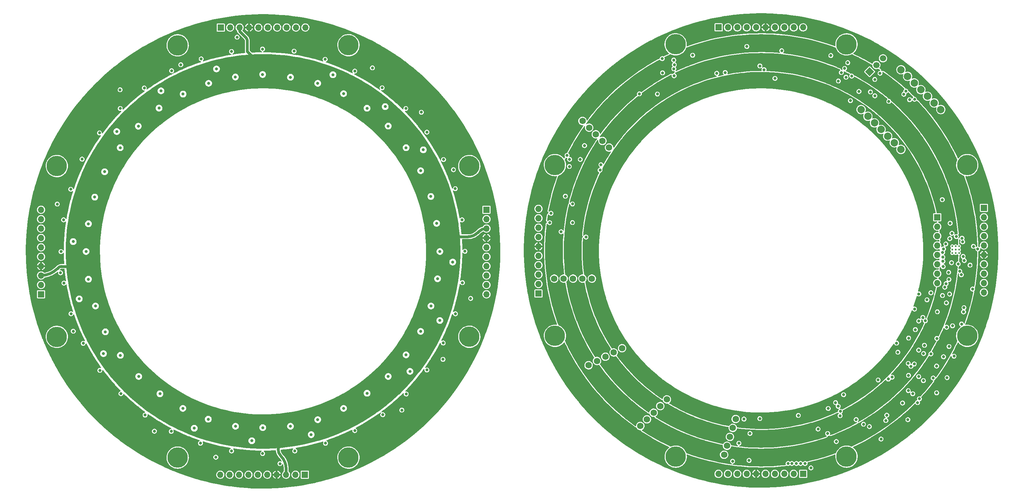
<source format=gbr>
%TF.GenerationSoftware,KiCad,Pcbnew,(6.0.9)*%
%TF.CreationDate,2022-12-31T16:19:11-08:00*%
%TF.ProjectId,LEDArray,4c454441-7272-4617-992e-6b696361645f,rev?*%
%TF.SameCoordinates,Original*%
%TF.FileFunction,Copper,L2,Inr*%
%TF.FilePolarity,Positive*%
%FSLAX46Y46*%
G04 Gerber Fmt 4.6, Leading zero omitted, Abs format (unit mm)*
G04 Created by KiCad (PCBNEW (6.0.9)) date 2022-12-31 16:19:11*
%MOMM*%
%LPD*%
G01*
G04 APERTURE LIST*
G04 Aperture macros list*
%AMHorizOval*
0 Thick line with rounded ends*
0 $1 width*
0 $2 $3 position (X,Y) of the first rounded end (center of the circle)*
0 $4 $5 position (X,Y) of the second rounded end (center of the circle)*
0 Add line between two ends*
20,1,$1,$2,$3,$4,$5,0*
0 Add two circle primitives to create the rounded ends*
1,1,$1,$2,$3*
1,1,$1,$4,$5*%
%AMRotRect*
0 Rectangle, with rotation*
0 The origin of the aperture is its center*
0 $1 length*
0 $2 width*
0 $3 Rotation angle, in degrees counterclockwise*
0 Add horizontal line*
21,1,$1,$2,0,0,$3*%
G04 Aperture macros list end*
%TA.AperFunction,ComponentPad*%
%ADD10C,5.500000*%
%TD*%
%TA.AperFunction,ComponentPad*%
%ADD11C,0.800000*%
%TD*%
%TA.AperFunction,ComponentPad*%
%ADD12R,1.700000X1.700000*%
%TD*%
%TA.AperFunction,ComponentPad*%
%ADD13O,1.700000X1.700000*%
%TD*%
%TA.AperFunction,ComponentPad*%
%ADD14C,0.500000*%
%TD*%
%TA.AperFunction,ComponentPad*%
%ADD15C,1.750000*%
%TD*%
%TA.AperFunction,ComponentPad*%
%ADD16C,2.000000*%
%TD*%
%TA.AperFunction,ComponentPad*%
%ADD17RotRect,1.700000X1.700000X135.000000*%
%TD*%
%TA.AperFunction,ComponentPad*%
%ADD18HorizOval,1.700000X0.000000X0.000000X0.000000X0.000000X0*%
%TD*%
%TA.AperFunction,ViaPad*%
%ADD19C,0.800000*%
%TD*%
%TA.AperFunction,Conductor*%
%ADD20C,0.762000*%
%TD*%
G04 APERTURE END LIST*
D10*
%TO.N,LED_THERM*%
%TO.C,H7*%
X105200000Y-138600000D03*
%TD*%
D11*
%TO.N,LED_THERM*%
%TO.C,D45*%
X106900000Y-34100000D03*
%TD*%
D12*
%TO.N,/LEDBoard/LEDGroup/Anode*%
%TO.C,J4*%
X22100000Y-94425000D03*
D13*
X22100000Y-91885000D03*
%TO.N,/LEDBoard/K1*%
X22100000Y-89345000D03*
%TO.N,/LEDBoard/K2*%
X22100000Y-86805000D03*
%TO.N,/LEDBoard/K3*%
X22100000Y-84265000D03*
%TO.N,/LEDBoard/K4*%
X22100000Y-81725000D03*
%TO.N,/LEDBoard/K5*%
X22100000Y-79185000D03*
%TO.N,/LEDBoard/K6*%
X22100000Y-76645000D03*
%TO.N,/LEDBoard/K7*%
X22100000Y-74105000D03*
%TO.N,/LEDBoard/K8*%
X22100000Y-71565000D03*
%TD*%
D12*
%TO.N,/DriverBoard/LEDDriver/INA261/IN-*%
%TO.C,J8*%
X156550000Y-94200000D03*
D13*
X156550000Y-91660000D03*
%TO.N,/DriverBoard/LEDDriver/K1*%
X156550000Y-89120000D03*
%TO.N,/DriverBoard/LEDDriver/K2*%
X156550000Y-86580000D03*
%TO.N,/DriverBoard/LEDDriver/K3*%
X156550000Y-84040000D03*
%TO.N,/DriverBoard/LEDDriver/K4*%
X156550000Y-81500000D03*
%TO.N,/DriverBoard/LEDDriver/K5*%
X156550000Y-78960000D03*
%TO.N,/DriverBoard/LEDDriver/K6*%
X156550000Y-76420000D03*
%TO.N,/DriverBoard/LEDDriver/K7*%
X156550000Y-73880000D03*
%TO.N,/DriverBoard/LEDDriver/K8*%
X156550000Y-71340000D03*
%TD*%
D11*
%TO.N,LED_THERM*%
%TO.C,D5*%
X110223654Y-44127989D03*
%TD*%
%TO.N,LED_THERM*%
%TO.C,D72*%
X27500000Y-82900000D03*
%TD*%
%TO.N,LED_THERM*%
%TO.C,D60*%
X99000000Y-134700000D03*
%TD*%
%TO.N,LED_THERM*%
%TO.C,D49*%
X130900000Y-58000000D03*
%TD*%
%TO.N,LED_THERM*%
%TO.C,D15*%
X120764654Y-110802989D03*
%TD*%
%TO.N,LED_THERM*%
%TO.C,D20*%
X89522654Y-130106989D03*
%TD*%
%TO.N,LED_THERM*%
%TO.C,D16*%
X115938654Y-116644989D03*
%TD*%
%TO.N,LED_THERM*%
%TO.C,D14*%
X124701654Y-104452989D03*
%TD*%
D10*
%TO.N,GND*%
%TO.C,H11*%
X272450000Y-105675000D03*
%TD*%
%TO.N,LED_THERM*%
%TO.C,H6*%
X137850000Y-105925000D03*
%TD*%
D11*
%TO.N,LED_THERM*%
%TO.C,D61*%
X90700000Y-136800000D03*
%TD*%
%TO.N,LED_THERM*%
%TO.C,D63*%
X73600000Y-136800000D03*
%TD*%
%TO.N,LED_THERM*%
%TO.C,D67*%
X43700000Y-121300000D03*
%TD*%
%TO.N,LED_THERM*%
%TO.C,D21*%
X82029654Y-130487989D03*
%TD*%
D10*
%TO.N,GND*%
%TO.C,H9*%
X239800000Y-26875000D03*
%TD*%
D14*
%TO.N,GND*%
%TO.C,U9*%
X270225000Y-81450000D03*
X268375000Y-81450000D03*
X269300000Y-82375000D03*
X268375000Y-82375000D03*
X270225000Y-83300000D03*
X268375000Y-83300000D03*
X269300000Y-81450000D03*
X270225000Y-82375000D03*
X269300000Y-83300000D03*
%TD*%
D11*
%TO.N,LED_THERM*%
%TO.C,D22*%
X74663654Y-130106989D03*
%TD*%
%TO.N,LED_THERM*%
%TO.C,D81*%
X73600000Y-28800000D03*
%TD*%
%TO.N,LED_THERM*%
%TO.C,D38*%
X54000000Y-44100000D03*
%TD*%
%TO.N,LED_THERM*%
%TO.C,D19*%
X96888654Y-128328989D03*
%TD*%
D10*
%TO.N,GND*%
%TO.C,H13*%
X161000000Y-105675000D03*
%TD*%
D11*
%TO.N,LED_THERM*%
%TO.C,D29*%
X36817654Y-97594989D03*
%TD*%
%TO.N,LED_THERM*%
%TO.C,D25*%
X54251574Y-121338458D03*
%TD*%
%TO.N,LED_THERM*%
%TO.C,D11*%
X129908654Y-82862989D03*
%TD*%
%TO.N,LED_THERM*%
%TO.C,D40*%
X67400000Y-37400000D03*
%TD*%
%TO.N,LED_THERM*%
%TO.C,D41*%
X74637492Y-35688246D03*
%TD*%
D15*
%TO.N,unconnected-(U13-Pad1)*%
%TO.C,U13*%
X160820000Y-90195000D03*
%TO.N,unconnected-(U13-Pad2)*%
X163360000Y-90195000D03*
%TO.N,/DriverBoard/PowerInput/Vin*%
X165900000Y-90195000D03*
%TO.N,GND*%
X168440000Y-90195000D03*
%TO.N,Net-(D87-Pad2)*%
X170980000Y-90195000D03*
%TD*%
%TO.N,unconnected-(U12-Pad1)*%
%TO.C,U12*%
X206727245Y-137811077D03*
%TO.N,unconnected-(U12-Pad2)*%
X207512148Y-135395394D03*
%TO.N,/DriverBoard/PowerInput/Vin*%
X208297051Y-132979710D03*
%TO.N,GND*%
X209081954Y-130564026D03*
%TO.N,Net-(D86-Pad2)*%
X209866857Y-128148343D03*
%TD*%
D11*
%TO.N,LED_THERM*%
%TO.C,D65*%
X57300000Y-131500000D03*
%TD*%
%TO.N,LED_THERM*%
%TO.C,D12*%
X129273654Y-90228989D03*
%TD*%
%TO.N,LED_THERM*%
%TO.C,D10*%
X129019654Y-75242989D03*
%TD*%
%TO.N,LED_THERM*%
%TO.C,D4*%
X103873654Y-40190989D03*
%TD*%
%TO.N,LED_THERM*%
%TO.C,D32*%
X34912654Y-75369989D03*
%TD*%
%TO.N,LED_THERM*%
%TO.C,D3*%
X96888654Y-37396989D03*
%TD*%
%TO.N,LED_THERM*%
%TO.C,D17*%
X110229185Y-121182069D03*
%TD*%
%TO.N,LED_THERM*%
%TO.C,D13*%
X127495654Y-97594989D03*
%TD*%
D10*
%TO.N,LED_THERM*%
%TO.C,H5*%
X26375000Y-105950000D03*
%TD*%
D11*
%TO.N,LED_THERM*%
%TO.C,D70*%
X30200000Y-99700000D03*
%TD*%
%TO.N,LED_THERM*%
%TO.C,D75*%
X33200000Y-57900000D03*
%TD*%
%TO.N,LED_THERM*%
%TO.C,D42*%
X81975000Y-28125000D03*
%TD*%
D10*
%TO.N,LED_THERM*%
%TO.C,H8*%
X137850000Y-59775000D03*
%TD*%
%TO.N,LED_THERM*%
%TO.C,H1*%
X59025000Y-27125000D03*
%TD*%
D11*
%TO.N,LED_THERM*%
%TO.C,D62*%
X82000000Y-137500000D03*
%TD*%
%TO.N,LED_THERM*%
%TO.C,D73*%
X28200000Y-74300000D03*
%TD*%
%TO.N,LED_THERM*%
%TO.C,D50*%
X134068498Y-65883949D03*
%TD*%
%TO.N,LED_THERM*%
%TO.C,D79*%
X57400000Y-34000000D03*
%TD*%
%TO.N,LED_THERM*%
%TO.C,D77*%
X43500000Y-44200000D03*
%TD*%
%TO.N,LED_THERM*%
%TO.C,D69*%
X33500000Y-107700000D03*
%TD*%
%TO.N,LED_THERM*%
%TO.C,D24*%
X60439654Y-125280989D03*
%TD*%
%TO.N,LED_THERM*%
%TO.C,D36*%
X43500000Y-54800000D03*
%TD*%
D12*
%TO.N,/DriverBoard/LEDDriver/INA261/IN-*%
%TO.C,J5*%
X205225000Y-22275000D03*
D13*
X207765000Y-22275000D03*
%TO.N,/DriverBoard/LEDDriver/K1*%
X210305000Y-22275000D03*
%TO.N,/DriverBoard/LEDDriver/K2*%
X212845000Y-22275000D03*
%TO.N,/DriverBoard/LEDDriver/K3*%
X215385000Y-22275000D03*
%TO.N,/DriverBoard/LEDDriver/K4*%
X217925000Y-22275000D03*
%TO.N,/DriverBoard/LEDDriver/K5*%
X220465000Y-22275000D03*
%TO.N,/DriverBoard/LEDDriver/K6*%
X223005000Y-22275000D03*
%TO.N,/DriverBoard/LEDDriver/K7*%
X225545000Y-22275000D03*
%TO.N,/DriverBoard/LEDDriver/K8*%
X228085000Y-22275000D03*
%TD*%
D11*
%TO.N,LED_THERM*%
%TO.C,D80*%
X65400000Y-30800000D03*
%TD*%
D10*
%TO.N,GND*%
%TO.C,H15*%
X193650000Y-138325000D03*
%TD*%
D11*
%TO.N,LED_THERM*%
%TO.C,D37*%
X48400000Y-49000000D03*
%TD*%
D12*
%TO.N,/LEDBoard/LEDGroup/Anode*%
%TO.C,J2*%
X142500000Y-71575000D03*
D13*
X142500000Y-74115000D03*
%TO.N,/LEDBoard/K1*%
X142500000Y-76655000D03*
%TO.N,/LEDBoard/K2*%
X142500000Y-79195000D03*
%TO.N,/LEDBoard/K3*%
X142500000Y-81735000D03*
%TO.N,/LEDBoard/K4*%
X142500000Y-84275000D03*
%TO.N,/LEDBoard/K5*%
X142500000Y-86815000D03*
%TO.N,/LEDBoard/K6*%
X142500000Y-89355000D03*
%TO.N,/LEDBoard/K7*%
X142500000Y-91895000D03*
%TO.N,/LEDBoard/K8*%
X142500000Y-94435000D03*
%TD*%
D15*
%TO.N,unconnected-(U15-Pad1)*%
%TO.C,U15*%
X184082898Y-130042102D03*
%TO.N,unconnected-(U15-Pad2)*%
X185878949Y-128246051D03*
%TO.N,/DriverBoard/PowerInput/Vin*%
X187675000Y-126450000D03*
%TO.N,GND*%
X189471051Y-124653949D03*
%TO.N,Net-(D89-Pad2)*%
X191267102Y-122857898D03*
%TD*%
D10*
%TO.N,GND*%
%TO.C,H12*%
X193625000Y-26850000D03*
%TD*%
D11*
%TO.N,LED_THERM*%
%TO.C,D28*%
X39484654Y-104579989D03*
%TD*%
D15*
%TO.N,unconnected-(U11-Pad1)*%
%TO.C,U11*%
X168457898Y-47582898D03*
%TO.N,unconnected-(U11-Pad2)*%
X170253949Y-49378949D03*
%TO.N,/DriverBoard/PowerInput/Vin*%
X172050000Y-51175000D03*
%TO.N,GND*%
X173846051Y-52971051D03*
%TO.N,/DriverBoard/VSYS*%
X175642102Y-54767102D03*
%TD*%
D12*
%TO.N,/DriverBoard/LEDDriver/INA261/IN-*%
%TO.C,J6*%
X276950000Y-71055000D03*
D13*
X276950000Y-73595000D03*
%TO.N,/DriverBoard/LEDDriver/K1*%
X276950000Y-76135000D03*
%TO.N,/DriverBoard/LEDDriver/K2*%
X276950000Y-78675000D03*
%TO.N,/DriverBoard/LEDDriver/K3*%
X276950000Y-81215000D03*
%TO.N,/DriverBoard/LEDDriver/K4*%
X276950000Y-83755000D03*
%TO.N,/DriverBoard/LEDDriver/K5*%
X276950000Y-86295000D03*
%TO.N,/DriverBoard/LEDDriver/K6*%
X276950000Y-88835000D03*
%TO.N,/DriverBoard/LEDDriver/K7*%
X276950000Y-91375000D03*
%TO.N,/DriverBoard/LEDDriver/K8*%
X276950000Y-93915000D03*
%TD*%
D11*
%TO.N,LED_THERM*%
%TO.C,D8*%
X124701654Y-61018989D03*
%TD*%
%TO.N,LED_THERM*%
%TO.C,D44*%
X98900000Y-30900000D03*
%TD*%
%TO.N,LED_THERM*%
%TO.C,D64*%
X65200000Y-134700000D03*
%TD*%
%TO.N,LED_THERM*%
%TO.C,D33*%
X36616051Y-68162491D03*
%TD*%
%TO.N,LED_THERM*%
%TO.C,D43*%
X90500000Y-28700000D03*
%TD*%
%TO.N,LED_THERM*%
%TO.C,D1*%
X82004654Y-35008989D03*
%TD*%
%TO.N,LED_THERM*%
%TO.C,D54*%
X134100000Y-99700000D03*
%TD*%
D10*
%TO.N,GND*%
%TO.C,H14*%
X161000000Y-59500000D03*
%TD*%
D12*
%TO.N,/DriverBoard/PortExpander/P08*%
%TO.C,J11*%
X264350000Y-73595000D03*
D13*
%TO.N,/DriverBoard/PortExpander/P09*%
X264350000Y-76135000D03*
%TO.N,/DriverBoard/PortExpander/P10*%
X264350000Y-78675000D03*
%TO.N,/DriverBoard/PortExpander/P11*%
X264350000Y-81215000D03*
%TO.N,/DriverBoard/PortExpander/P12*%
X264350000Y-83755000D03*
%TO.N,/DriverBoard/PortExpander/P13*%
X264350000Y-86295000D03*
%TO.N,/DriverBoard/PortExpander/P14*%
X264350000Y-88835000D03*
%TO.N,/DriverBoard/PortExpander/P15*%
X264350000Y-91375000D03*
%TD*%
D11*
%TO.N,LED_THERM*%
%TO.C,D27*%
X43548654Y-110929989D03*
%TD*%
D10*
%TO.N,LED_THERM*%
%TO.C,H2*%
X105200000Y-27100000D03*
%TD*%
D11*
%TO.N,LED_THERM*%
%TO.C,D6*%
X115938654Y-48953989D03*
%TD*%
%TO.N,LED_THERM*%
%TO.C,D78*%
X50006396Y-38657537D03*
%TD*%
%TO.N,LED_THERM*%
%TO.C,D71*%
X28300000Y-91400000D03*
%TD*%
%TO.N,LED_THERM*%
%TO.C,D48*%
X126400000Y-50600000D03*
%TD*%
%TO.N,LED_THERM*%
%TO.C,D55*%
X130800000Y-107600000D03*
%TD*%
%TO.N,LED_THERM*%
%TO.C,D23*%
X67297654Y-128201989D03*
%TD*%
%TO.N,LED_THERM*%
%TO.C,D2*%
X89522654Y-35745989D03*
%TD*%
D10*
%TO.N,LED_THERM*%
%TO.C,H4*%
X26375000Y-59775000D03*
%TD*%
D12*
%TO.N,/LEDBoard/LEDGroup/Anode*%
%TO.C,J3*%
X93425000Y-143200000D03*
D13*
X90885000Y-143200000D03*
%TO.N,/LEDBoard/K1*%
X88345000Y-143200000D03*
%TO.N,/LEDBoard/K2*%
X85805000Y-143200000D03*
%TO.N,/LEDBoard/K3*%
X83265000Y-143200000D03*
%TO.N,/LEDBoard/K4*%
X80725000Y-143200000D03*
%TO.N,/LEDBoard/K5*%
X78185000Y-143200000D03*
%TO.N,/LEDBoard/K6*%
X75645000Y-143200000D03*
%TO.N,/LEDBoard/K7*%
X73105000Y-143200000D03*
%TO.N,/LEDBoard/K8*%
X70565000Y-143200000D03*
%TD*%
D12*
%TO.N,/LEDBoard/LEDGroup/Anode*%
%TO.C,J1*%
X70675000Y-22300000D03*
D13*
X73215000Y-22300000D03*
%TO.N,/LEDBoard/K1*%
X75755000Y-22300000D03*
%TO.N,/LEDBoard/K2*%
X78295000Y-22300000D03*
%TO.N,/LEDBoard/K3*%
X80835000Y-22300000D03*
%TO.N,/LEDBoard/K4*%
X83375000Y-22300000D03*
%TO.N,/LEDBoard/K5*%
X85915000Y-22300000D03*
%TO.N,/LEDBoard/K6*%
X88455000Y-22300000D03*
%TO.N,/LEDBoard/K7*%
X90995000Y-22300000D03*
%TO.N,/LEDBoard/K8*%
X93535000Y-22300000D03*
%TD*%
D11*
%TO.N,LED_THERM*%
%TO.C,D68*%
X38000000Y-115000000D03*
%TD*%
%TO.N,LED_THERM*%
%TO.C,D58*%
X114472907Y-126987980D03*
%TD*%
D10*
%TO.N,GND*%
%TO.C,H10*%
X272450000Y-59500000D03*
%TD*%
D11*
%TO.N,LED_THERM*%
%TO.C,D7*%
X120764654Y-54795989D03*
%TD*%
%TO.N,LED_THERM*%
%TO.C,D59*%
X106900000Y-131300000D03*
%TD*%
%TO.N,LED_THERM*%
%TO.C,D52*%
X136700000Y-82800000D03*
%TD*%
%TO.N,LED_THERM*%
%TO.C,D56*%
X126400000Y-114900000D03*
%TD*%
D16*
%TO.N,/DriverBoard/STROBE*%
%TO.C,U19*%
X265307692Y-44493615D03*
%TO.N,/DriverBoard/GPIO_0*%
X263511641Y-42697564D03*
%TO.N,/DriverBoard/GPIO_1*%
X261715590Y-40901513D03*
%TO.N,/DriverBoard/GPIO_2*%
X259919539Y-39105461D03*
%TO.N,/DriverBoard/SDA*%
X258123487Y-37309410D03*
%TO.N,/DriverBoard/SCL*%
X256327436Y-35513359D03*
%TO.N,/DriverBoard/TX*%
X254531385Y-33717308D03*
%TO.N,/DriverBoard/RX*%
X243755078Y-44493615D03*
%TO.N,Net-(J12-Pad3)*%
X245589187Y-46314186D03*
%TO.N,Net-(J12-Pad2)*%
X247372602Y-48097601D03*
%TO.N,Net-(J12-Pad1)*%
X249150000Y-49875000D03*
%TO.N,VCC*%
X250946052Y-51671051D03*
%TO.N,GND*%
X252742103Y-53467102D03*
%TO.N,/DriverBoard/VSYS*%
X254538154Y-55263153D03*
%TD*%
D11*
%TO.N,LED_THERM*%
%TO.C,D66*%
X50234920Y-127094469D03*
%TD*%
%TO.N,LED_THERM*%
%TO.C,D76*%
X37900000Y-50800000D03*
%TD*%
D15*
%TO.N,unconnected-(U14-Pad1)*%
%TO.C,U14*%
X170108095Y-113620742D03*
%TO.N,unconnected-(U14-Pad2)*%
X172371251Y-112467606D03*
%TO.N,/DriverBoard/PowerInput/Vin*%
X174634408Y-111314470D03*
%TO.N,GND*%
X176897565Y-110161334D03*
%TO.N,Net-(D88-Pad2)*%
X179160721Y-109008198D03*
%TD*%
D11*
%TO.N,LED_THERM*%
%TO.C,D30*%
X34912654Y-90355989D03*
%TD*%
D10*
%TO.N,GND*%
%TO.C,H16*%
X239825000Y-138325000D03*
%TD*%
D11*
%TO.N,LED_THERM*%
%TO.C,D31*%
X34277654Y-82862989D03*
%TD*%
%TO.N,LED_THERM*%
%TO.C,D18*%
X103873654Y-125280989D03*
%TD*%
D12*
%TO.N,/DriverBoard/LEDDriver/INA261/IN-*%
%TO.C,J7*%
X228075000Y-142975000D03*
D13*
X225535000Y-142975000D03*
%TO.N,/DriverBoard/LEDDriver/K1*%
X222995000Y-142975000D03*
%TO.N,/DriverBoard/LEDDriver/K2*%
X220455000Y-142975000D03*
%TO.N,/DriverBoard/LEDDriver/K3*%
X217915000Y-142975000D03*
%TO.N,/DriverBoard/LEDDriver/K4*%
X215375000Y-142975000D03*
%TO.N,/DriverBoard/LEDDriver/K5*%
X212835000Y-142975000D03*
%TO.N,/DriverBoard/LEDDriver/K6*%
X210295000Y-142975000D03*
%TO.N,/DriverBoard/LEDDriver/K7*%
X207755000Y-142975000D03*
%TO.N,/DriverBoard/LEDDriver/K8*%
X205215000Y-142975000D03*
%TD*%
D11*
%TO.N,LED_THERM*%
%TO.C,D46*%
X114300000Y-38600000D03*
%TD*%
D17*
%TO.N,Net-(J12-Pad1)*%
%TO.C,J12*%
X246082898Y-34242102D03*
D18*
%TO.N,Net-(J12-Pad2)*%
X247878949Y-32446051D03*
%TO.N,Net-(J12-Pad3)*%
X249675000Y-30650000D03*
%TD*%
D11*
%TO.N,LED_THERM*%
%TO.C,D35*%
X39300000Y-61300000D03*
%TD*%
%TO.N,LED_THERM*%
%TO.C,D39*%
X60500000Y-40300000D03*
%TD*%
D10*
%TO.N,LED_THERM*%
%TO.C,H3*%
X59025000Y-138575000D03*
%TD*%
D11*
%TO.N,LED_THERM*%
%TO.C,D47*%
X120700000Y-44200000D03*
%TD*%
%TO.N,LED_THERM*%
%TO.C,D74*%
X30116051Y-66031502D03*
%TD*%
%TO.N,LED_THERM*%
%TO.C,D26*%
X48501654Y-116644989D03*
%TD*%
%TO.N,LED_THERM*%
%TO.C,D53*%
X136000000Y-91300000D03*
%TD*%
%TO.N,LED_THERM*%
%TO.C,D51*%
X135900000Y-74300000D03*
%TD*%
%TO.N,LED_THERM*%
%TO.C,D9*%
X127464152Y-67987938D03*
%TD*%
%TO.N,LED_THERM*%
%TO.C,D57*%
X120800000Y-121400000D03*
%TD*%
D19*
%TO.N,Net-(BT1-Pad1)*%
X235575000Y-29875000D03*
%TO.N,/LEDBoard/K1*%
X51975000Y-120300000D03*
X36650000Y-65600000D03*
X108500000Y-122950000D03*
X128275000Y-70100000D03*
X84225000Y-31725000D03*
%TO.N,/LEDBoard/K2*%
X41525000Y-120275000D03*
X105075000Y-132975000D03*
X136725000Y-76475000D03*
X33575000Y-55550000D03*
X93050000Y-28400000D03*
%TO.N,/LEDBoard/K3*%
X133375000Y-85725000D03*
X38975000Y-110475000D03*
X101000000Y-35075000D03*
X95125000Y-132375000D03*
X42575000Y-50425000D03*
%TO.N,/LEDBoard/K4*%
X138225000Y-95550000D03*
X43475000Y-39150000D03*
X111675000Y-33225000D03*
X30825000Y-104425000D03*
X86675000Y-140225000D03*
%TO.N,/LEDBoard/K5*%
X54525000Y-39425000D03*
X79075000Y-134025000D03*
X115125000Y-43700000D03*
X129900000Y-101525000D03*
X32425000Y-95675000D03*
%TO.N,/LEDBoard/K6*%
X59875000Y-32375000D03*
X124900000Y-45225000D03*
X27375000Y-88625000D03*
X69350000Y-138475000D03*
X130750000Y-112025000D03*
%TO.N,/LEDBoard/K7*%
X125425000Y-55375000D03*
X63525000Y-130650000D03*
X69525000Y-33500000D03*
X121825000Y-115275000D03*
X30800000Y-80175000D03*
%TO.N,/LEDBoard/K8*%
X119625000Y-125750000D03*
X26500000Y-70050000D03*
X133575000Y-60750000D03*
X52750000Y-131450000D03*
X75100000Y-24925000D03*
%TO.N,Net-(F1-Pad1)*%
X188700000Y-40300000D03*
%TO.N,GND*%
X238150000Y-126075000D03*
X239025000Y-121575000D03*
X261100000Y-101600000D03*
X164950000Y-57950000D03*
%TO.N,VCC*%
X212875000Y-27425000D03*
X259333404Y-109514168D03*
X242412500Y-128312500D03*
X266376204Y-92494671D03*
X267825000Y-75225000D03*
X222300000Y-28575000D03*
X237050000Y-134250000D03*
X262621656Y-110548001D03*
X164275000Y-56875000D03*
X198225000Y-29800000D03*
X254950000Y-123825000D03*
X259350000Y-101650000D03*
X259330954Y-116667500D03*
X240875000Y-42075000D03*
X259350000Y-94349998D03*
%TO.N,Net-(C14-Pad1)*%
X193275000Y-32375000D03*
%TO.N,Net-(C14-Pad2)*%
X193125000Y-31100000D03*
%TO.N,Net-(C15-Pad1)*%
X193225000Y-35350000D03*
%TO.N,Net-(C15-Pad2)*%
X193150000Y-33475000D03*
%TO.N,Net-(C18-Pad1)*%
X190000000Y-30725000D03*
%TO.N,Net-(C19-Pad2)*%
X190100000Y-34575000D03*
%TO.N,Net-(C20-Pad1)*%
X165750000Y-70025000D03*
%TO.N,/DriverBoard/VLED*%
X216375000Y-128050000D03*
%TO.N,Net-(D84-Pad1)*%
X163825000Y-67925000D03*
X159925000Y-72550000D03*
%TO.N,/DriverBoard/GPIO_1*%
X255308143Y-40339878D03*
X256862500Y-41837500D03*
%TO.N,/DriverBoard/GPIO_0*%
X255850000Y-39500000D03*
X258200000Y-41725000D03*
%TO.N,/DriverBoard/LEDDriver/INA261/IN-*%
X234875000Y-125300000D03*
%TO.N,/DriverBoard/LEDDriver/K1*%
X251568319Y-113905500D03*
X169475000Y-87524502D03*
X261390752Y-70802389D03*
X213400000Y-129800000D03*
X218000000Y-35975000D03*
%TO.N,/DriverBoard/LEDDriver/K2*%
X213325000Y-133875000D03*
X268000000Y-72575000D03*
X217875000Y-30675000D03*
X164350000Y-85875000D03*
X240900000Y-127625000D03*
%TO.N,/DriverBoard/LEDDriver/K3*%
X218000000Y-25250000D03*
X266418794Y-107276352D03*
X274122501Y-80023526D03*
X260876612Y-108223949D03*
X218300000Y-140225000D03*
X159018077Y-84040000D03*
%TO.N,/DriverBoard/LEDDriver/K4*%
X274350000Y-100675000D03*
X260450000Y-100700000D03*
%TO.N,/DriverBoard/LEDDriver/K5*%
X169400000Y-78950000D03*
X262625000Y-94026500D03*
X248375000Y-117600000D03*
X220478795Y-36060000D03*
X212102076Y-128172924D03*
%TO.N,/DriverBoard/LEDDriver/K6*%
X267675500Y-94367639D03*
X256575000Y-116350000D03*
X260600000Y-117775000D03*
X165750000Y-75050000D03*
X210725000Y-134700000D03*
X237622225Y-36775347D03*
%TO.N,/DriverBoard/LEDDriver/K7*%
X209025000Y-139575000D03*
X250450000Y-128550000D03*
X240150000Y-31825000D03*
X159575000Y-75075000D03*
X273892001Y-93038829D03*
%TO.N,/DriverBoard/LEDDriver/K8*%
X268875000Y-111175000D03*
X260650000Y-110450000D03*
%TO.N,Net-(F2-Pad1)*%
X183825000Y-40250000D03*
%TO.N,Net-(J10-Pad2)*%
X162675000Y-77525000D03*
%TO.N,/DriverBoard/PowerInput/INA260/IN+*%
X167850000Y-57975000D03*
X173200000Y-60850000D03*
%TO.N,/DriverBoard/LEDDriver/CurrentSource/Out*%
X226800000Y-127200000D03*
X213725000Y-132050000D03*
X238075000Y-127275000D03*
%TO.N,Net-(Q1-Pad4)*%
X249150000Y-133575000D03*
%TO.N,Net-(Q2-Pad4)*%
X264230000Y-106373500D03*
%TO.N,Net-(Q3-Pad4)*%
X264376518Y-99176518D03*
%TO.N,Net-(Q4-Pad4)*%
X256405000Y-128330000D03*
%TO.N,Net-(Q5-Pad4)*%
X264187500Y-121075000D03*
%TO.N,Net-(Q6-Pad4)*%
X256505000Y-120480000D03*
%TO.N,Net-(Q7-Pad4)*%
X264162500Y-113830000D03*
%TO.N,Net-(Q10-Pad4)*%
X256498500Y-113107165D03*
%TO.N,Net-(R15-Pad2)*%
X224025000Y-140175000D03*
X227400000Y-140175000D03*
X225050000Y-140175000D03*
X226275000Y-140175000D03*
X228625000Y-140175000D03*
%TO.N,/DriverBoard/SDA*%
X273199479Y-86548797D03*
X239675000Y-35750000D03*
X238412500Y-34487500D03*
X173441948Y-59402511D03*
X232125000Y-130875000D03*
X271649502Y-85325500D03*
X237561501Y-124711499D03*
X217525000Y-33725000D03*
X266045121Y-82145051D03*
%TO.N,/DriverBoard/SCL*%
X241212500Y-35437500D03*
X164900000Y-59875000D03*
X216400000Y-32700000D03*
X236861484Y-123724999D03*
X251250000Y-42275000D03*
X234725000Y-132075000D03*
X239299502Y-33350000D03*
X265790289Y-83111522D03*
%TO.N,/DriverBoard/STROBE*%
X258125000Y-113275000D03*
X261575000Y-95925000D03*
X258427716Y-103996996D03*
X256603667Y-106278667D03*
X252125000Y-116850000D03*
X265700000Y-68850000D03*
X253705793Y-110082999D03*
X259025000Y-123725000D03*
X246000000Y-130200000D03*
X257725000Y-121325000D03*
%TO.N,/DriverBoard/LEDDriver/ENABLE2*%
X244400000Y-129575000D03*
X266874300Y-103343373D03*
X266733550Y-91561232D03*
X265900000Y-85500000D03*
X266033902Y-111327604D03*
X266815558Y-96750233D03*
%TO.N,/DriverBoard/LEDDriver/ENABLE3*%
X267502456Y-90422544D03*
X265925000Y-86950000D03*
X267525000Y-108550000D03*
%TO.N,/DriverBoard/LEDDriver/ENABLE4*%
X268200000Y-85900000D03*
X258200000Y-98425000D03*
%TO.N,/DriverBoard/LEDDriver/ENABLE7*%
X267000000Y-116975000D03*
X270850619Y-89165702D03*
X250700000Y-127125000D03*
%TO.N,/DriverBoard/LEDDriver/ENABLE6*%
X270425000Y-88200000D03*
X259525000Y-122675000D03*
X268472856Y-102949311D03*
X271575000Y-98050000D03*
X263250000Y-117075000D03*
%TO.N,/DriverBoard/LEDDriver/ENABLE5*%
X251125000Y-117350000D03*
X269999001Y-86227431D03*
X271450000Y-99200000D03*
%TO.N,/DriverBoard/LEDDriver/ENABLE8*%
X271330856Y-84183237D03*
X257225000Y-113900000D03*
X270900000Y-102475000D03*
%TO.N,/DriverBoard/TX*%
X243175000Y-39600000D03*
X204750000Y-34700000D03*
%TO.N,/DriverBoard/RX*%
X207025000Y-34475000D03*
%TO.N,/DriverBoard/PowerInput/Vin*%
X169000000Y-54225000D03*
%TO.N,/DriverBoard/LEDDriver/CurrentSource/Rset*%
X213475000Y-139350000D03*
X230200000Y-141375000D03*
%TO.N,Net-(J12-Pad3)*%
X246275000Y-39725000D03*
X248875000Y-34675000D03*
%TO.N,Net-(J12-Pad2)*%
X247475000Y-40775000D03*
X247450000Y-36350000D03*
%TO.N,/DriverBoard/LEDDriver/ENABLE1*%
X265750000Y-94775000D03*
X265850000Y-84400000D03*
X253344181Y-107644181D03*
%TO.N,/DriverBoard/PortExpander/P08*%
X275300000Y-82175000D03*
%TO.N,/DriverBoard/PortExpander/P09*%
X274125000Y-81475500D03*
%TO.N,/DriverBoard/PortExpander/P10*%
X271200000Y-80250000D03*
%TO.N,/DriverBoard/PortExpander/P11*%
X271025227Y-79265896D03*
%TO.N,/DriverBoard/PortExpander/P12*%
X269500000Y-78825000D03*
%TO.N,/DriverBoard/PortExpander/P13*%
X268316052Y-77950500D03*
%TO.N,/DriverBoard/PortExpander/P14*%
X267425000Y-88498500D03*
X267730603Y-79375500D03*
%TO.N,/DriverBoard/PortExpander/P15*%
X266656729Y-80824500D03*
%TD*%
D20*
%TO.N,/LEDBoard/K1*%
X80832260Y-31725000D02*
X84225000Y-31725000D01*
X75755000Y-23322258D02*
X77578079Y-25145337D01*
X26504336Y-87520665D02*
X26725000Y-87300000D01*
X77834859Y-25702177D02*
X77834859Y-28727599D01*
X88345000Y-143200000D02*
X88345000Y-141532472D01*
X77834859Y-28727599D02*
X80832260Y-31725000D01*
X27690685Y-86900000D02*
X31000000Y-86900000D01*
X140357581Y-77542419D02*
X140100000Y-77800000D01*
X137504721Y-78875000D02*
X129800000Y-78875000D01*
X75755000Y-22300000D02*
X75755000Y-23322258D01*
X86175000Y-136293630D02*
X86175000Y-134250000D01*
X86174988Y-136293630D02*
G75*
G03*
X86975000Y-138225000I2731412J30D01*
G01*
X86974992Y-138225008D02*
G75*
G02*
X88345000Y-141532472I-3307492J-3307492D01*
G01*
X27690685Y-86899994D02*
G75*
G03*
X26725000Y-87300000I15J-1365706D01*
G01*
X137504721Y-78875008D02*
G75*
G03*
X140100000Y-77800000I-21J3670308D01*
G01*
X77834842Y-25702181D02*
G75*
G03*
X77578078Y-25145337I-1552442J-378219D01*
G01*
X140357589Y-77542427D02*
G75*
G02*
X142500000Y-76655000I2142411J-2142373D01*
G01*
X26504342Y-87520671D02*
G75*
G02*
X22100000Y-89345000I-4404342J4404371D01*
G01*
%TO.N,/DriverBoard/LEDDriver/K3*%
X159175007Y-83975007D02*
G75*
G02*
X159018077Y-84040000I-156907J156907D01*
G01*
%TD*%
%TA.AperFunction,Conductor*%
%TO.N,/DriverBoard/LEDDriver/K3*%
G36*
X217732146Y-24147852D02*
G01*
X218277743Y-24154994D01*
X218281005Y-24155080D01*
X219111976Y-24187728D01*
X219806095Y-24215000D01*
X219809389Y-24215173D01*
X221332336Y-24314993D01*
X221335624Y-24315252D01*
X222501069Y-24422341D01*
X222855408Y-24454900D01*
X222858676Y-24455242D01*
X224374402Y-24634641D01*
X224377615Y-24635064D01*
X225888068Y-24854070D01*
X225891292Y-24854580D01*
X227395516Y-25113053D01*
X227398694Y-25113642D01*
X228363976Y-25305649D01*
X228895627Y-25411401D01*
X228898854Y-25412087D01*
X230387441Y-25748920D01*
X230390648Y-25749690D01*
X231869917Y-26125376D01*
X231873103Y-26126230D01*
X233341978Y-26540495D01*
X233345141Y-26541431D01*
X234802769Y-26994037D01*
X234805906Y-26995057D01*
X236251094Y-27485632D01*
X236254204Y-27486733D01*
X236856899Y-27709079D01*
X236913886Y-27751422D01*
X236935164Y-27795316D01*
X236937708Y-27805015D01*
X236939027Y-27808398D01*
X237045145Y-28080576D01*
X237063570Y-28127835D01*
X237066803Y-28133941D01*
X237217064Y-28417733D01*
X237225703Y-28434050D01*
X237227755Y-28437035D01*
X237227760Y-28437044D01*
X237419899Y-28716608D01*
X237419905Y-28716615D01*
X237421956Y-28719600D01*
X237424344Y-28722337D01*
X237643943Y-28974068D01*
X237649729Y-28980701D01*
X237906002Y-29213892D01*
X237908960Y-29216017D01*
X237908963Y-29216020D01*
X238062321Y-29326219D01*
X238187380Y-29416083D01*
X238190559Y-29417853D01*
X238190560Y-29417853D01*
X238219465Y-29433941D01*
X238490132Y-29584592D01*
X238810246Y-29717188D01*
X238813740Y-29718183D01*
X238813742Y-29718184D01*
X239139977Y-29811114D01*
X239139982Y-29811115D01*
X239143478Y-29812111D01*
X239332747Y-29843105D01*
X239481832Y-29867519D01*
X239481836Y-29867519D01*
X239485412Y-29868105D01*
X239489038Y-29868276D01*
X239827889Y-29884256D01*
X239827890Y-29884256D01*
X239831516Y-29884427D01*
X239838128Y-29883976D01*
X240173570Y-29861108D01*
X240173577Y-29861107D01*
X240177202Y-29860860D01*
X240180778Y-29860197D01*
X240180780Y-29860197D01*
X240514323Y-29798379D01*
X240514327Y-29798378D01*
X240517888Y-29797718D01*
X240849060Y-29695836D01*
X240926899Y-29661667D01*
X241162994Y-29558029D01*
X241162999Y-29558026D01*
X241166326Y-29556566D01*
X241169468Y-29554730D01*
X241176167Y-29550816D01*
X241245074Y-29533717D01*
X241292485Y-29545177D01*
X241901138Y-29825770D01*
X241904072Y-29827170D01*
X243252045Y-30491916D01*
X243272933Y-30502217D01*
X243275870Y-30503714D01*
X244410451Y-31100646D01*
X244626513Y-31214322D01*
X244629408Y-31215893D01*
X244968196Y-31405623D01*
X245961078Y-31961663D01*
X245963935Y-31963313D01*
X246714893Y-32410087D01*
X246763209Y-32462106D01*
X246776200Y-32510131D01*
X246783373Y-32619573D01*
X246784794Y-32625169D01*
X246784795Y-32625174D01*
X246827581Y-32793640D01*
X246833341Y-32816320D01*
X246835758Y-32821563D01*
X246873691Y-32903846D01*
X246918326Y-33000667D01*
X246942758Y-33035238D01*
X247028972Y-33157228D01*
X247035482Y-33166440D01*
X247180887Y-33308086D01*
X247349669Y-33420863D01*
X247354972Y-33423141D01*
X247354975Y-33423143D01*
X247491150Y-33481648D01*
X247536177Y-33500993D01*
X247589749Y-33513115D01*
X247728528Y-33544518D01*
X247728533Y-33544519D01*
X247734165Y-33545793D01*
X247739936Y-33546020D01*
X247739938Y-33546020D01*
X247799705Y-33548368D01*
X247937002Y-33553763D01*
X248037448Y-33539199D01*
X248132180Y-33525464D01*
X248132185Y-33525463D01*
X248137894Y-33524635D01*
X248325156Y-33461068D01*
X248396089Y-33458112D01*
X248432888Y-33473817D01*
X248569186Y-33559815D01*
X248571905Y-33561582D01*
X248815365Y-33724256D01*
X248913047Y-33789525D01*
X248958575Y-33844002D01*
X248967423Y-33914445D01*
X248936781Y-33978489D01*
X248876380Y-34015800D01*
X248842385Y-34020288D01*
X248827171Y-34020208D01*
X248799221Y-34020062D01*
X248791841Y-34021834D01*
X248791839Y-34021834D01*
X248652563Y-34055271D01*
X248652560Y-34055272D01*
X248645184Y-34057043D01*
X248504414Y-34129700D01*
X248385039Y-34233838D01*
X248293950Y-34363444D01*
X248236406Y-34511037D01*
X248235414Y-34518570D01*
X248235414Y-34518571D01*
X248219313Y-34640876D01*
X248215729Y-34668096D01*
X248222789Y-34732043D01*
X248231611Y-34811947D01*
X248233113Y-34825553D01*
X248235723Y-34832684D01*
X248235723Y-34832686D01*
X248281387Y-34957469D01*
X248287553Y-34974319D01*
X248291789Y-34980622D01*
X248291789Y-34980623D01*
X248360353Y-35082656D01*
X248375908Y-35105805D01*
X248381527Y-35110918D01*
X248381528Y-35110919D01*
X248462267Y-35184385D01*
X248493076Y-35212419D01*
X248632293Y-35288008D01*
X248785522Y-35328207D01*
X248869477Y-35329526D01*
X248936319Y-35330576D01*
X248936322Y-35330576D01*
X248943916Y-35330695D01*
X249098332Y-35295329D01*
X249168742Y-35259917D01*
X249233072Y-35227563D01*
X249233075Y-35227561D01*
X249239855Y-35224151D01*
X249245626Y-35219222D01*
X249245629Y-35219220D01*
X249354536Y-35126204D01*
X249354536Y-35126203D01*
X249360314Y-35121269D01*
X249452755Y-34992624D01*
X249511842Y-34845641D01*
X249520707Y-34783352D01*
X249533581Y-34692891D01*
X249533581Y-34692888D01*
X249534162Y-34688807D01*
X249534307Y-34675000D01*
X249515276Y-34517733D01*
X249512591Y-34510627D01*
X249489506Y-34449533D01*
X249484138Y-34378740D01*
X249517896Y-34316283D01*
X249580062Y-34281991D01*
X249650899Y-34286753D01*
X249677369Y-34300229D01*
X249839731Y-34408715D01*
X249840915Y-34409506D01*
X249843620Y-34411365D01*
X251090005Y-35292223D01*
X251092664Y-35294155D01*
X252306105Y-36200273D01*
X252315566Y-36207338D01*
X252318168Y-36209334D01*
X252508883Y-36359682D01*
X253516764Y-37154232D01*
X253519327Y-37156308D01*
X254692717Y-38132207D01*
X254695226Y-38134349D01*
X255446929Y-38793574D01*
X255484956Y-38853528D01*
X255484534Y-38924523D01*
X255446681Y-38983255D01*
X255360039Y-39058838D01*
X255268950Y-39188444D01*
X255211406Y-39336037D01*
X255190729Y-39493096D01*
X255191563Y-39500647D01*
X255200247Y-39579311D01*
X255187841Y-39649215D01*
X255139611Y-39701315D01*
X255104423Y-39715655D01*
X255085713Y-39720147D01*
X255085707Y-39720149D01*
X255078327Y-39721921D01*
X254937557Y-39794578D01*
X254818182Y-39898716D01*
X254727093Y-40028322D01*
X254669549Y-40175915D01*
X254668557Y-40183448D01*
X254668557Y-40183449D01*
X254654687Y-40288808D01*
X254648872Y-40332974D01*
X254656333Y-40400553D01*
X254664090Y-40470810D01*
X254666256Y-40490431D01*
X254668866Y-40497562D01*
X254668866Y-40497564D01*
X254690694Y-40557211D01*
X254720696Y-40639197D01*
X254724932Y-40645500D01*
X254724932Y-40645501D01*
X254779316Y-40726432D01*
X254809051Y-40770683D01*
X254814670Y-40775796D01*
X254814671Y-40775797D01*
X254826046Y-40786147D01*
X254926219Y-40877297D01*
X255065436Y-40952886D01*
X255218665Y-40993085D01*
X255302620Y-40994404D01*
X255369462Y-40995454D01*
X255369465Y-40995454D01*
X255377059Y-40995573D01*
X255531475Y-40960207D01*
X255601885Y-40924795D01*
X255666215Y-40892441D01*
X255666218Y-40892439D01*
X255672998Y-40889029D01*
X255678769Y-40884100D01*
X255678772Y-40884098D01*
X255787679Y-40791082D01*
X255787679Y-40791081D01*
X255793457Y-40786147D01*
X255885898Y-40657502D01*
X255944985Y-40510519D01*
X255960635Y-40400553D01*
X255966724Y-40357769D01*
X255966724Y-40357766D01*
X255967305Y-40353685D01*
X255967450Y-40339878D01*
X255958083Y-40262474D01*
X255969756Y-40192445D01*
X256017437Y-40139843D01*
X256055042Y-40124518D01*
X256065929Y-40122025D01*
X256065933Y-40122024D01*
X256073332Y-40120329D01*
X256173133Y-40070135D01*
X256208072Y-40052563D01*
X256208075Y-40052561D01*
X256214855Y-40049151D01*
X256220626Y-40044222D01*
X256220629Y-40044220D01*
X256329536Y-39951204D01*
X256329536Y-39951203D01*
X256335314Y-39946269D01*
X256403388Y-39851534D01*
X256459381Y-39807888D01*
X256530085Y-39801442D01*
X256591237Y-39832537D01*
X256669552Y-39904930D01*
X256965911Y-40178882D01*
X256968304Y-40181153D01*
X257818003Y-41008893D01*
X257852840Y-41070754D01*
X257848703Y-41141630D01*
X257812911Y-41194096D01*
X257783741Y-41219543D01*
X257710039Y-41283838D01*
X257618950Y-41413444D01*
X257616190Y-41420524D01*
X257616188Y-41420527D01*
X257613571Y-41427239D01*
X257570189Y-41483440D01*
X257503310Y-41507265D01*
X257434166Y-41491150D01*
X257392339Y-41452834D01*
X257361355Y-41407751D01*
X257361354Y-41407749D01*
X257357053Y-41401492D01*
X257238775Y-41296111D01*
X257231389Y-41292200D01*
X257105488Y-41225539D01*
X257105489Y-41225539D01*
X257098774Y-41221984D01*
X256945133Y-41183392D01*
X256937534Y-41183352D01*
X256937533Y-41183352D01*
X256871681Y-41183007D01*
X256786721Y-41182562D01*
X256779341Y-41184334D01*
X256779339Y-41184334D01*
X256640063Y-41217771D01*
X256640060Y-41217772D01*
X256632684Y-41219543D01*
X256491914Y-41292200D01*
X256372539Y-41396338D01*
X256281450Y-41525944D01*
X256223906Y-41673537D01*
X256222914Y-41681070D01*
X256222914Y-41681071D01*
X256207274Y-41799873D01*
X256203229Y-41830596D01*
X256210410Y-41895641D01*
X256218570Y-41969546D01*
X256220613Y-41988053D01*
X256223223Y-41995184D01*
X256223223Y-41995186D01*
X256270828Y-42125273D01*
X256275053Y-42136819D01*
X256279289Y-42143122D01*
X256279289Y-42143123D01*
X256311522Y-42191090D01*
X256363408Y-42268305D01*
X256369027Y-42273418D01*
X256369028Y-42273419D01*
X256455413Y-42352023D01*
X256480576Y-42374919D01*
X256619793Y-42450508D01*
X256773022Y-42490707D01*
X256856977Y-42492026D01*
X256923819Y-42493076D01*
X256923822Y-42493076D01*
X256931416Y-42493195D01*
X257085832Y-42457829D01*
X257156242Y-42422417D01*
X257220572Y-42390063D01*
X257220575Y-42390061D01*
X257227355Y-42386651D01*
X257233126Y-42381722D01*
X257233129Y-42381720D01*
X257342036Y-42288704D01*
X257342036Y-42288703D01*
X257347814Y-42283769D01*
X257440255Y-42155124D01*
X257448888Y-42133649D01*
X257492855Y-42077905D01*
X257559980Y-42054780D01*
X257628951Y-42071617D01*
X257670377Y-42110370D01*
X257700908Y-42155805D01*
X257818076Y-42262419D01*
X257957293Y-42338008D01*
X258110522Y-42378207D01*
X258194477Y-42379526D01*
X258261319Y-42380576D01*
X258261322Y-42380576D01*
X258268916Y-42380695D01*
X258423332Y-42345329D01*
X258493742Y-42309917D01*
X258558072Y-42277563D01*
X258558075Y-42277561D01*
X258564855Y-42274151D01*
X258570626Y-42269222D01*
X258570629Y-42269220D01*
X258679536Y-42176204D01*
X258679536Y-42176203D01*
X258685314Y-42171269D01*
X258715417Y-42129377D01*
X258771409Y-42085729D01*
X258842113Y-42079283D01*
X258907992Y-42114982D01*
X259128847Y-42341697D01*
X259131118Y-42344089D01*
X260167118Y-43464828D01*
X260169325Y-43467279D01*
X261175651Y-44614774D01*
X261177793Y-44617283D01*
X262153692Y-45790673D01*
X262155768Y-45793236D01*
X263100654Y-46991817D01*
X263102662Y-46994434D01*
X264015838Y-48217326D01*
X264017769Y-48219985D01*
X264834234Y-49375254D01*
X264898626Y-49466367D01*
X264900485Y-49469071D01*
X265516071Y-50390362D01*
X265748414Y-50738088D01*
X265750211Y-50740855D01*
X266564629Y-52031630D01*
X266566352Y-52034442D01*
X267346687Y-53346066D01*
X267348337Y-53348923D01*
X268085429Y-54665095D01*
X268094105Y-54680588D01*
X268095676Y-54683483D01*
X268806285Y-56034128D01*
X268807782Y-56037065D01*
X269457850Y-57355271D01*
X269482820Y-57405906D01*
X269484230Y-57408862D01*
X269618745Y-57700648D01*
X269770717Y-58030301D01*
X269781072Y-58100538D01*
X269770579Y-58136102D01*
X269653282Y-58388797D01*
X269653277Y-58388810D01*
X269651752Y-58392095D01*
X269650612Y-58395542D01*
X269584539Y-58595329D01*
X269542957Y-58721060D01*
X269542221Y-58724615D01*
X269542220Y-58724618D01*
X269523228Y-58816330D01*
X269472694Y-59060350D01*
X269441893Y-59405466D01*
X269441988Y-59409096D01*
X269441988Y-59409097D01*
X269447189Y-59607698D01*
X269450963Y-59751836D01*
X269499784Y-60094868D01*
X269587708Y-60430015D01*
X269713570Y-60752835D01*
X269772398Y-60863942D01*
X269845264Y-61001560D01*
X269875703Y-61059050D01*
X269877755Y-61062035D01*
X269877760Y-61062044D01*
X270069899Y-61341608D01*
X270069905Y-61341615D01*
X270071956Y-61344600D01*
X270299729Y-61605701D01*
X270556002Y-61838892D01*
X270837380Y-62041083D01*
X271140132Y-62209592D01*
X271460246Y-62342188D01*
X271463729Y-62343180D01*
X271463743Y-62343185D01*
X271510173Y-62356411D01*
X271570208Y-62394310D01*
X271593866Y-62433979D01*
X271823267Y-63055796D01*
X271824368Y-63058906D01*
X272314943Y-64504094D01*
X272315963Y-64507231D01*
X272768569Y-65964859D01*
X272769503Y-65968014D01*
X272778640Y-66000412D01*
X273183770Y-67436897D01*
X273184624Y-67440083D01*
X273560310Y-68919352D01*
X273561080Y-68922559D01*
X273897913Y-70411146D01*
X273898599Y-70414373D01*
X274193661Y-71897743D01*
X274196352Y-71911273D01*
X274196947Y-71914484D01*
X274418526Y-73203999D01*
X274455417Y-73418691D01*
X274455930Y-73421932D01*
X274652356Y-74776649D01*
X274674932Y-74932356D01*
X274675359Y-74935598D01*
X274854757Y-76451318D01*
X274855101Y-76454599D01*
X274994748Y-77974376D01*
X274995007Y-77977664D01*
X275094827Y-79500611D01*
X275095000Y-79503905D01*
X275111566Y-79925534D01*
X275150072Y-80905576D01*
X275154920Y-81028977D01*
X275155006Y-81032275D01*
X275160281Y-81435284D01*
X275141172Y-81503661D01*
X275088130Y-81550852D01*
X275078213Y-81555030D01*
X275077565Y-81555271D01*
X275070184Y-81557043D01*
X275063438Y-81560525D01*
X275063435Y-81560526D01*
X274967375Y-81610107D01*
X274897667Y-81623577D01*
X274831744Y-81597222D01*
X274790534Y-81539410D01*
X274784097Y-81489760D01*
X274784162Y-81489307D01*
X274784307Y-81475500D01*
X274765276Y-81318233D01*
X274709280Y-81170046D01*
X274619553Y-81039492D01*
X274501275Y-80934111D01*
X274493889Y-80930200D01*
X274403824Y-80882513D01*
X274361274Y-80859984D01*
X274207633Y-80821392D01*
X274200034Y-80821352D01*
X274200033Y-80821352D01*
X274134181Y-80821007D01*
X274049221Y-80820562D01*
X274041841Y-80822334D01*
X274041839Y-80822334D01*
X273902563Y-80855771D01*
X273902560Y-80855772D01*
X273895184Y-80857543D01*
X273754414Y-80930200D01*
X273635039Y-81034338D01*
X273543950Y-81163944D01*
X273486406Y-81311537D01*
X273485414Y-81319070D01*
X273485414Y-81319071D01*
X273467178Y-81457593D01*
X273465729Y-81468596D01*
X273471411Y-81520062D01*
X273481677Y-81613043D01*
X273483113Y-81626053D01*
X273485723Y-81633184D01*
X273485723Y-81633186D01*
X273522987Y-81735014D01*
X273537553Y-81774819D01*
X273541789Y-81781122D01*
X273541789Y-81781123D01*
X273597107Y-81863444D01*
X273625908Y-81906305D01*
X273631527Y-81911418D01*
X273631528Y-81911419D01*
X273718897Y-81990918D01*
X273743076Y-82012919D01*
X273882293Y-82088508D01*
X274035522Y-82128707D01*
X274119477Y-82130026D01*
X274186319Y-82131076D01*
X274186322Y-82131076D01*
X274193916Y-82131195D01*
X274348332Y-82095829D01*
X274459184Y-82040077D01*
X274529027Y-82027339D01*
X274594671Y-82054383D01*
X274635273Y-82112624D01*
X274641790Y-82153963D01*
X274641721Y-82160562D01*
X274640729Y-82168096D01*
X274658113Y-82325553D01*
X274712553Y-82474319D01*
X274716789Y-82480622D01*
X274716789Y-82480623D01*
X274794876Y-82596828D01*
X274800908Y-82605805D01*
X274806527Y-82610918D01*
X274806528Y-82610919D01*
X274851602Y-82651933D01*
X274918076Y-82712419D01*
X274924749Y-82716042D01*
X275050616Y-82784383D01*
X275050618Y-82784384D01*
X275057293Y-82788008D01*
X275076323Y-82793000D01*
X275137137Y-82829633D01*
X275168493Y-82893330D01*
X275170338Y-82916523D01*
X275155716Y-84033510D01*
X275155006Y-84087725D01*
X275154920Y-84091005D01*
X275130039Y-84724279D01*
X275095000Y-85616095D01*
X275094827Y-85619389D01*
X274995007Y-87142336D01*
X274994748Y-87145624D01*
X274855101Y-88665401D01*
X274854758Y-88668676D01*
X274678299Y-90159571D01*
X274675363Y-90184374D01*
X274674936Y-90187615D01*
X274510768Y-91319862D01*
X274455933Y-91698051D01*
X274455420Y-91701292D01*
X274346777Y-92333559D01*
X274343869Y-92350481D01*
X274312620Y-92414230D01*
X274251866Y-92450965D01*
X274180896Y-92449022D01*
X274160738Y-92440502D01*
X274128275Y-92423313D01*
X273974634Y-92384721D01*
X273967035Y-92384681D01*
X273967034Y-92384681D01*
X273901182Y-92384336D01*
X273816222Y-92383891D01*
X273808842Y-92385663D01*
X273808840Y-92385663D01*
X273669564Y-92419100D01*
X273669561Y-92419101D01*
X273662185Y-92420872D01*
X273521415Y-92493529D01*
X273402040Y-92597667D01*
X273310951Y-92727273D01*
X273253407Y-92874866D01*
X273232730Y-93031925D01*
X273250114Y-93189382D01*
X273304554Y-93338148D01*
X273392909Y-93469634D01*
X273510077Y-93576248D01*
X273649294Y-93651837D01*
X273802523Y-93692036D01*
X273948212Y-93694324D01*
X274016009Y-93715393D01*
X274061653Y-93769772D01*
X274069811Y-93844889D01*
X273898599Y-94705627D01*
X273897913Y-94708854D01*
X273561080Y-96197441D01*
X273560310Y-96200648D01*
X273184624Y-97679917D01*
X273183770Y-97683103D01*
X273164438Y-97751649D01*
X272775958Y-99129099D01*
X272769505Y-99151978D01*
X272768571Y-99155133D01*
X272710236Y-99343003D01*
X272315963Y-100612769D01*
X272314943Y-100615906D01*
X271824368Y-102061094D01*
X271823267Y-102064204D01*
X271752938Y-102254839D01*
X271710595Y-102311826D01*
X271644163Y-102336874D01*
X271574736Y-102322030D01*
X271524355Y-102272008D01*
X271516860Y-102255766D01*
X271486964Y-102176649D01*
X271484280Y-102169546D01*
X271411881Y-102064204D01*
X271398855Y-102045251D01*
X271398854Y-102045249D01*
X271394553Y-102038992D01*
X271276275Y-101933611D01*
X271268889Y-101929700D01*
X271142988Y-101863039D01*
X271142989Y-101863039D01*
X271136274Y-101859484D01*
X270982633Y-101820892D01*
X270975034Y-101820852D01*
X270975033Y-101820852D01*
X270909181Y-101820507D01*
X270824221Y-101820062D01*
X270816841Y-101821834D01*
X270816839Y-101821834D01*
X270677563Y-101855271D01*
X270677560Y-101855272D01*
X270670184Y-101857043D01*
X270529414Y-101929700D01*
X270410039Y-102033838D01*
X270318950Y-102163444D01*
X270316190Y-102170524D01*
X270266858Y-102297054D01*
X270261406Y-102311037D01*
X270260414Y-102318570D01*
X270260414Y-102318571D01*
X270247986Y-102412975D01*
X270240729Y-102468096D01*
X270258113Y-102625553D01*
X270260723Y-102632684D01*
X270260723Y-102632686D01*
X270303093Y-102748467D01*
X270312553Y-102774319D01*
X270316789Y-102780622D01*
X270316789Y-102780623D01*
X270360125Y-102845113D01*
X270400908Y-102905805D01*
X270406527Y-102910918D01*
X270406528Y-102910919D01*
X270512460Y-103007309D01*
X270518076Y-103012419D01*
X270524749Y-103016042D01*
X270619557Y-103067519D01*
X270669879Y-103117602D01*
X270685135Y-103186940D01*
X270660482Y-103253519D01*
X270638215Y-103276584D01*
X270489684Y-103395580D01*
X270436190Y-103438437D01*
X270192472Y-103684721D01*
X269978676Y-103957385D01*
X269976783Y-103960474D01*
X269976781Y-103960477D01*
X269953133Y-103999068D01*
X269797636Y-104252815D01*
X269796117Y-104256087D01*
X269796114Y-104256093D01*
X269748675Y-104358293D01*
X269651752Y-104567095D01*
X269650612Y-104570542D01*
X269622503Y-104655537D01*
X269542957Y-104896060D01*
X269542221Y-104899615D01*
X269542220Y-104899618D01*
X269523228Y-104991330D01*
X269472694Y-105235350D01*
X269441893Y-105580466D01*
X269441988Y-105584096D01*
X269441988Y-105584097D01*
X269450868Y-105923211D01*
X269450963Y-105926836D01*
X269499784Y-106269868D01*
X269587708Y-106605015D01*
X269589027Y-106608398D01*
X269700433Y-106894139D01*
X269713570Y-106927835D01*
X269715274Y-106931053D01*
X269754836Y-107005773D01*
X269769035Y-107075335D01*
X269757908Y-107117483D01*
X269484240Y-107711117D01*
X269482830Y-107714072D01*
X269072622Y-108545892D01*
X268807783Y-109082933D01*
X268806286Y-109085870D01*
X268115797Y-110398274D01*
X268095678Y-110436513D01*
X268094107Y-110439408D01*
X267723842Y-111100564D01*
X267348337Y-111771077D01*
X267346687Y-111773934D01*
X266566352Y-113085558D01*
X266564629Y-113088370D01*
X265947617Y-114066276D01*
X265761368Y-114361463D01*
X265750211Y-114379145D01*
X265748417Y-114381908D01*
X265204136Y-115196483D01*
X264900494Y-115650915D01*
X264898635Y-115653620D01*
X264067241Y-116830014D01*
X264011593Y-116874099D01*
X263940942Y-116881100D01*
X263877722Y-116848793D01*
X263846481Y-116801832D01*
X263836967Y-116776654D01*
X263836963Y-116776647D01*
X263834280Y-116769546D01*
X263764146Y-116667500D01*
X263748855Y-116645251D01*
X263748854Y-116645249D01*
X263744553Y-116638992D01*
X263626275Y-116533611D01*
X263618889Y-116529700D01*
X263569475Y-116503537D01*
X263486274Y-116459484D01*
X263332633Y-116420892D01*
X263325034Y-116420852D01*
X263325033Y-116420852D01*
X263259181Y-116420507D01*
X263174221Y-116420062D01*
X263166841Y-116421834D01*
X263166839Y-116421834D01*
X263027563Y-116455271D01*
X263027560Y-116455272D01*
X263020184Y-116457043D01*
X262879414Y-116529700D01*
X262760039Y-116633838D01*
X262668950Y-116763444D01*
X262611406Y-116911037D01*
X262610414Y-116918570D01*
X262610414Y-116918571D01*
X262600840Y-116991298D01*
X262590729Y-117068096D01*
X262596466Y-117120062D01*
X262606586Y-117211720D01*
X262608113Y-117225553D01*
X262610723Y-117232684D01*
X262610723Y-117232686D01*
X262651916Y-117345251D01*
X262662553Y-117374319D01*
X262666789Y-117380622D01*
X262666789Y-117380623D01*
X262722443Y-117463444D01*
X262750908Y-117505805D01*
X262756527Y-117510918D01*
X262756528Y-117510919D01*
X262767903Y-117521269D01*
X262868076Y-117612419D01*
X263007293Y-117688008D01*
X263035199Y-117695329D01*
X263153179Y-117726281D01*
X263153182Y-117726281D01*
X263160522Y-117728207D01*
X263166683Y-117728304D01*
X263230902Y-117757115D01*
X263269683Y-117816583D01*
X263270157Y-117887578D01*
X263249986Y-117928274D01*
X263102662Y-118125566D01*
X263100666Y-118128168D01*
X262863204Y-118429387D01*
X262155768Y-119326764D01*
X262153692Y-119329327D01*
X261177793Y-120502717D01*
X261175651Y-120505226D01*
X260169325Y-121652721D01*
X260167118Y-121655172D01*
X259838060Y-122011145D01*
X259777131Y-122047590D01*
X259714840Y-122047820D01*
X259615004Y-122022743D01*
X259615000Y-122022743D01*
X259607633Y-122020892D01*
X259600034Y-122020852D01*
X259600033Y-122020852D01*
X259534181Y-122020507D01*
X259449221Y-122020062D01*
X259441841Y-122021834D01*
X259441839Y-122021834D01*
X259302563Y-122055271D01*
X259302560Y-122055272D01*
X259295184Y-122057043D01*
X259154414Y-122129700D01*
X259035039Y-122233838D01*
X258943950Y-122363444D01*
X258886406Y-122511037D01*
X258865729Y-122668096D01*
X258883113Y-122825553D01*
X258885723Y-122832684D01*
X258885723Y-122832686D01*
X258910406Y-122900135D01*
X258915032Y-122970981D01*
X258882334Y-123031357D01*
X258834515Y-123080445D01*
X258794803Y-123106306D01*
X258795184Y-123107043D01*
X258654414Y-123179700D01*
X258535039Y-123283838D01*
X258443950Y-123413444D01*
X258441191Y-123420520D01*
X258441189Y-123420524D01*
X258409085Y-123502867D01*
X258381946Y-123545018D01*
X258063868Y-123871535D01*
X258061556Y-123873848D01*
X257675939Y-124249500D01*
X256968304Y-124938847D01*
X256965911Y-124941118D01*
X255845172Y-125977118D01*
X255842721Y-125979325D01*
X254695226Y-126985651D01*
X254692717Y-126987793D01*
X253519327Y-127963692D01*
X253516764Y-127965768D01*
X253081260Y-128309092D01*
X252340595Y-128892986D01*
X252318183Y-128910654D01*
X252315582Y-128912650D01*
X251210149Y-129738115D01*
X251092674Y-129825838D01*
X251090015Y-129827769D01*
X249871351Y-130689037D01*
X249843633Y-130708626D01*
X249840929Y-130710485D01*
X248611294Y-131532100D01*
X248571912Y-131558414D01*
X248569145Y-131560211D01*
X247278370Y-132374629D01*
X247275558Y-132376352D01*
X245963935Y-133156687D01*
X245961078Y-133158337D01*
X244808438Y-133803846D01*
X244629412Y-133904105D01*
X244626517Y-133905676D01*
X243805635Y-134337563D01*
X243275872Y-134616285D01*
X243272935Y-134617782D01*
X241904072Y-135292830D01*
X241901138Y-135294230D01*
X241219005Y-135608697D01*
X241148771Y-135619052D01*
X241108467Y-135606237D01*
X241103777Y-135603816D01*
X241049111Y-135575601D01*
X241045730Y-135574323D01*
X241045720Y-135574319D01*
X240728389Y-135454410D01*
X240724991Y-135453126D01*
X240388941Y-135368716D01*
X240244050Y-135349641D01*
X240049021Y-135323964D01*
X240049013Y-135323963D01*
X240045417Y-135323490D01*
X239902229Y-135321241D01*
X239702613Y-135318105D01*
X239702609Y-135318105D01*
X239698971Y-135318048D01*
X239695357Y-135318409D01*
X239695351Y-135318409D01*
X239452044Y-135342695D01*
X239354196Y-135352461D01*
X239267032Y-135371466D01*
X239019205Y-135425501D01*
X239019200Y-135425502D01*
X239015661Y-135426274D01*
X238687853Y-135538507D01*
X238375118Y-135687674D01*
X238372039Y-135689605D01*
X238372038Y-135689606D01*
X238303090Y-135732857D01*
X238081600Y-135871798D01*
X238078766Y-135874068D01*
X238078761Y-135874072D01*
X237962420Y-135967279D01*
X237811190Y-136088437D01*
X237567472Y-136334721D01*
X237353676Y-136607385D01*
X237351783Y-136610474D01*
X237351781Y-136610477D01*
X237178420Y-136893377D01*
X237172636Y-136902815D01*
X237171117Y-136906087D01*
X237171114Y-136906093D01*
X237132088Y-136990168D01*
X237026752Y-137217095D01*
X237025612Y-137220542D01*
X236996407Y-137308849D01*
X236956026Y-137367244D01*
X236920391Y-137387498D01*
X236426461Y-137569718D01*
X236254204Y-137633267D01*
X236251094Y-137634368D01*
X234805906Y-138124943D01*
X234802769Y-138125963D01*
X233975098Y-138382962D01*
X233431358Y-138551798D01*
X233345141Y-138578569D01*
X233341986Y-138579503D01*
X232385700Y-138849203D01*
X231873103Y-138993770D01*
X231869917Y-138994624D01*
X230390648Y-139370310D01*
X230387441Y-139371080D01*
X229109702Y-139660203D01*
X229038846Y-139655728D01*
X229009988Y-139640777D01*
X229006942Y-139638660D01*
X229001275Y-139633611D01*
X228993889Y-139629700D01*
X228895933Y-139577835D01*
X228861274Y-139559484D01*
X228707633Y-139520892D01*
X228700034Y-139520852D01*
X228700033Y-139520852D01*
X228634181Y-139520507D01*
X228549221Y-139520062D01*
X228541841Y-139521834D01*
X228541839Y-139521834D01*
X228402563Y-139555271D01*
X228402560Y-139555272D01*
X228395184Y-139557043D01*
X228254414Y-139629700D01*
X228135039Y-139733838D01*
X228130672Y-139740051D01*
X228130667Y-139740057D01*
X228115903Y-139761064D01*
X228060369Y-139805296D01*
X227989737Y-139812481D01*
X227926432Y-139780339D01*
X227908976Y-139759978D01*
X227898856Y-139745252D01*
X227898853Y-139745249D01*
X227894553Y-139738992D01*
X227776275Y-139633611D01*
X227768889Y-139629700D01*
X227691655Y-139588807D01*
X227636274Y-139559484D01*
X227482633Y-139520892D01*
X227475034Y-139520852D01*
X227475033Y-139520852D01*
X227409181Y-139520507D01*
X227324221Y-139520062D01*
X227316841Y-139521834D01*
X227316839Y-139521834D01*
X227177563Y-139555271D01*
X227177560Y-139555272D01*
X227170184Y-139557043D01*
X227029414Y-139629700D01*
X227023697Y-139634687D01*
X227023690Y-139634692D01*
X226919840Y-139725287D01*
X226855358Y-139754995D01*
X226785051Y-139745126D01*
X226753192Y-139724415D01*
X226696380Y-139673798D01*
X226651275Y-139633611D01*
X226643889Y-139629700D01*
X226566655Y-139588807D01*
X226511274Y-139559484D01*
X226357633Y-139520892D01*
X226350034Y-139520852D01*
X226350033Y-139520852D01*
X226284181Y-139520507D01*
X226199221Y-139520062D01*
X226191841Y-139521834D01*
X226191839Y-139521834D01*
X226052563Y-139555271D01*
X226052560Y-139555272D01*
X226045184Y-139557043D01*
X225904414Y-139629700D01*
X225785039Y-139733838D01*
X225780672Y-139740051D01*
X225780667Y-139740057D01*
X225765903Y-139761064D01*
X225710369Y-139805296D01*
X225639737Y-139812481D01*
X225576432Y-139780339D01*
X225558976Y-139759978D01*
X225548856Y-139745252D01*
X225548853Y-139745249D01*
X225544553Y-139738992D01*
X225426275Y-139633611D01*
X225418889Y-139629700D01*
X225341655Y-139588807D01*
X225286274Y-139559484D01*
X225132633Y-139520892D01*
X225125034Y-139520852D01*
X225125033Y-139520852D01*
X225059181Y-139520507D01*
X224974221Y-139520062D01*
X224966841Y-139521834D01*
X224966839Y-139521834D01*
X224827563Y-139555271D01*
X224827560Y-139555272D01*
X224820184Y-139557043D01*
X224679414Y-139629700D01*
X224673697Y-139634687D01*
X224673690Y-139634692D01*
X224620367Y-139681209D01*
X224555885Y-139710917D01*
X224485578Y-139701047D01*
X224453719Y-139680336D01*
X224406951Y-139638667D01*
X224406945Y-139638663D01*
X224401275Y-139633611D01*
X224393889Y-139629700D01*
X224316655Y-139588807D01*
X224261274Y-139559484D01*
X224107633Y-139520892D01*
X224100034Y-139520852D01*
X224100033Y-139520852D01*
X224034181Y-139520507D01*
X223949221Y-139520062D01*
X223941841Y-139521834D01*
X223941839Y-139521834D01*
X223802563Y-139555271D01*
X223802560Y-139555272D01*
X223795184Y-139557043D01*
X223654414Y-139629700D01*
X223535039Y-139733838D01*
X223443950Y-139863444D01*
X223428698Y-139902563D01*
X223389459Y-140003207D01*
X223386406Y-140011037D01*
X223385414Y-140018570D01*
X223385414Y-140018571D01*
X223372141Y-140119394D01*
X223365729Y-140168096D01*
X223372640Y-140230695D01*
X223379821Y-140295732D01*
X223383113Y-140325553D01*
X223385723Y-140332684D01*
X223385723Y-140332686D01*
X223425539Y-140441489D01*
X223430165Y-140512335D01*
X223395755Y-140574435D01*
X223333233Y-140608074D01*
X223322027Y-140609916D01*
X222858676Y-140664758D01*
X222855408Y-140665100D01*
X222501069Y-140697659D01*
X221335624Y-140804748D01*
X221332336Y-140805007D01*
X219809389Y-140904827D01*
X219806095Y-140905000D01*
X219111976Y-140932272D01*
X218281005Y-140964920D01*
X218277743Y-140965006D01*
X217732146Y-140972148D01*
X216751649Y-140984983D01*
X216748351Y-140984983D01*
X215767854Y-140972148D01*
X215222257Y-140965006D01*
X215218995Y-140964920D01*
X214388024Y-140932272D01*
X213693905Y-140905000D01*
X213690611Y-140904827D01*
X212167664Y-140805007D01*
X212164376Y-140804748D01*
X210998931Y-140697659D01*
X210644592Y-140665100D01*
X210641324Y-140664758D01*
X209125598Y-140485359D01*
X209122385Y-140484936D01*
X209087753Y-140479914D01*
X209023208Y-140450345D01*
X208984896Y-140390574D01*
X208984980Y-140319577D01*
X209023435Y-140259897D01*
X209090956Y-140230649D01*
X209093916Y-140230695D01*
X209248332Y-140195329D01*
X209318742Y-140159917D01*
X209383072Y-140127563D01*
X209383075Y-140127561D01*
X209389855Y-140124151D01*
X209395626Y-140119222D01*
X209395629Y-140119220D01*
X209504536Y-140026204D01*
X209504536Y-140026203D01*
X209510314Y-140021269D01*
X209602755Y-139892624D01*
X209661842Y-139745641D01*
X209675550Y-139649319D01*
X209683581Y-139592891D01*
X209683581Y-139592888D01*
X209684162Y-139588807D01*
X209684307Y-139575000D01*
X209665276Y-139417733D01*
X209637073Y-139343096D01*
X212815729Y-139343096D01*
X212833113Y-139500553D01*
X212835723Y-139507684D01*
X212835723Y-139507686D01*
X212881805Y-139633611D01*
X212887553Y-139649319D01*
X212891789Y-139655622D01*
X212891789Y-139655623D01*
X212962643Y-139761064D01*
X212975908Y-139780805D01*
X212981527Y-139785918D01*
X212981528Y-139785919D01*
X213078679Y-139874319D01*
X213093076Y-139887419D01*
X213232293Y-139963008D01*
X213385522Y-140003207D01*
X213469477Y-140004526D01*
X213536319Y-140005576D01*
X213536322Y-140005576D01*
X213543916Y-140005695D01*
X213698332Y-139970329D01*
X213768742Y-139934917D01*
X213833072Y-139902563D01*
X213833075Y-139902561D01*
X213839855Y-139899151D01*
X213845626Y-139894222D01*
X213845629Y-139894220D01*
X213954536Y-139801204D01*
X213954536Y-139801203D01*
X213960314Y-139796269D01*
X214052755Y-139667624D01*
X214111842Y-139520641D01*
X214117965Y-139477615D01*
X214133581Y-139367891D01*
X214133581Y-139367888D01*
X214134162Y-139363807D01*
X214134307Y-139350000D01*
X214115276Y-139192733D01*
X214059280Y-139044546D01*
X214003262Y-138963039D01*
X213973855Y-138920251D01*
X213973854Y-138920249D01*
X213969553Y-138913992D01*
X213851275Y-138808611D01*
X213843889Y-138804700D01*
X213717988Y-138738039D01*
X213717989Y-138738039D01*
X213711274Y-138734484D01*
X213557633Y-138695892D01*
X213550034Y-138695852D01*
X213550033Y-138695852D01*
X213484181Y-138695507D01*
X213399221Y-138695062D01*
X213391841Y-138696834D01*
X213391839Y-138696834D01*
X213252563Y-138730271D01*
X213252560Y-138730272D01*
X213245184Y-138732043D01*
X213104414Y-138804700D01*
X212985039Y-138908838D01*
X212893950Y-139038444D01*
X212891190Y-139045524D01*
X212856758Y-139133838D01*
X212836406Y-139186037D01*
X212835414Y-139193570D01*
X212835414Y-139193571D01*
X212818295Y-139323606D01*
X212815729Y-139343096D01*
X209637073Y-139343096D01*
X209609280Y-139269546D01*
X209561670Y-139200273D01*
X209523855Y-139145251D01*
X209523854Y-139145249D01*
X209519553Y-139138992D01*
X209401275Y-139033611D01*
X209393889Y-139029700D01*
X209267988Y-138963039D01*
X209267989Y-138963039D01*
X209261274Y-138959484D01*
X209107633Y-138920892D01*
X209100034Y-138920852D01*
X209100033Y-138920852D01*
X209034181Y-138920507D01*
X208949221Y-138920062D01*
X208941841Y-138921834D01*
X208941839Y-138921834D01*
X208802563Y-138955271D01*
X208802560Y-138955272D01*
X208795184Y-138957043D01*
X208654414Y-139029700D01*
X208535039Y-139133838D01*
X208443950Y-139263444D01*
X208441190Y-139270524D01*
X208401985Y-139371080D01*
X208386406Y-139411037D01*
X208385414Y-139418570D01*
X208385414Y-139418571D01*
X208366726Y-139560524D01*
X208365729Y-139568096D01*
X208383113Y-139725553D01*
X208385723Y-139732684D01*
X208385723Y-139732686D01*
X208431299Y-139857228D01*
X208437553Y-139874319D01*
X208441789Y-139880622D01*
X208441789Y-139880623D01*
X208499776Y-139966916D01*
X208525908Y-140005805D01*
X208531527Y-140010918D01*
X208531528Y-140010919D01*
X208542903Y-140021269D01*
X208643076Y-140112419D01*
X208664684Y-140124151D01*
X208782293Y-140188008D01*
X208781152Y-140190110D01*
X208827927Y-140226615D01*
X208851396Y-140293621D01*
X208834914Y-140362677D01*
X208783713Y-140411861D01*
X208707483Y-140424778D01*
X207611932Y-140265930D01*
X207608708Y-140265420D01*
X206104484Y-140006947D01*
X206101306Y-140006358D01*
X205069928Y-139801204D01*
X204604373Y-139708599D01*
X204601146Y-139707913D01*
X203112559Y-139371080D01*
X203109352Y-139370310D01*
X201630083Y-138994624D01*
X201626897Y-138993770D01*
X201114300Y-138849203D01*
X200158014Y-138579503D01*
X200154859Y-138578569D01*
X200068643Y-138551798D01*
X199524902Y-138382962D01*
X198697231Y-138125963D01*
X198694094Y-138124943D01*
X197681998Y-137781383D01*
X205593295Y-137781383D01*
X205606872Y-137988527D01*
X205657970Y-138189727D01*
X205744879Y-138378246D01*
X205864687Y-138547771D01*
X206013382Y-138692624D01*
X206018178Y-138695829D01*
X206018181Y-138695831D01*
X206077586Y-138735524D01*
X206185985Y-138807954D01*
X206191288Y-138810232D01*
X206191293Y-138810235D01*
X206371412Y-138887619D01*
X206371415Y-138887620D01*
X206376715Y-138889897D01*
X206382345Y-138891171D01*
X206513514Y-138920852D01*
X206579184Y-138935712D01*
X206584953Y-138935939D01*
X206584956Y-138935939D01*
X206663698Y-138939032D01*
X206786612Y-138943861D01*
X206873477Y-138931266D01*
X206986337Y-138914903D01*
X206986342Y-138914902D01*
X206992051Y-138914074D01*
X207007173Y-138908941D01*
X207090337Y-138880710D01*
X207188622Y-138847347D01*
X207369742Y-138745915D01*
X207529344Y-138613176D01*
X207662083Y-138453574D01*
X207763515Y-138272454D01*
X207830242Y-138075883D01*
X207831070Y-138070174D01*
X207831071Y-138070169D01*
X207849055Y-137946132D01*
X207860029Y-137870444D01*
X207861584Y-137811077D01*
X207842589Y-137604360D01*
X207786242Y-137404566D01*
X207775362Y-137382502D01*
X207696982Y-137223566D01*
X207694428Y-137218387D01*
X207570223Y-137052056D01*
X207417787Y-136911145D01*
X207242224Y-136800374D01*
X207049415Y-136723450D01*
X207043747Y-136722323D01*
X207043745Y-136722322D01*
X206851483Y-136684079D01*
X206851481Y-136684079D01*
X206845816Y-136682952D01*
X206840041Y-136682876D01*
X206840037Y-136682876D01*
X206736302Y-136681519D01*
X206638246Y-136680235D01*
X206632549Y-136681214D01*
X206632548Y-136681214D01*
X206439346Y-136714412D01*
X206439343Y-136714413D01*
X206433656Y-136715390D01*
X206238899Y-136787239D01*
X206060497Y-136893377D01*
X206043752Y-136908062D01*
X205908770Y-137026439D01*
X205908767Y-137026442D01*
X205904425Y-137030250D01*
X205775908Y-137193272D01*
X205773219Y-137198383D01*
X205773217Y-137198386D01*
X205763374Y-137217095D01*
X205679252Y-137376984D01*
X205617694Y-137575235D01*
X205593295Y-137781383D01*
X197681998Y-137781383D01*
X197248906Y-137634368D01*
X197245796Y-137633267D01*
X196555497Y-137378602D01*
X196498510Y-137336259D01*
X196481850Y-137305459D01*
X196481667Y-137305537D01*
X196480827Y-137303567D01*
X196480826Y-137303565D01*
X196371875Y-137048132D01*
X196347151Y-136990168D01*
X196347149Y-136990165D01*
X196345727Y-136986830D01*
X196300799Y-136908062D01*
X196175847Y-136688999D01*
X196174056Y-136685859D01*
X196118683Y-136610477D01*
X195971070Y-136409527D01*
X195971068Y-136409525D01*
X195968930Y-136406614D01*
X195733069Y-136152796D01*
X195730309Y-136150439D01*
X195730303Y-136150433D01*
X195472353Y-135930124D01*
X195469597Y-135927770D01*
X195182007Y-135734518D01*
X195178798Y-135732862D01*
X195178790Y-135732857D01*
X194877331Y-135577263D01*
X194874111Y-135575601D01*
X194870730Y-135574323D01*
X194870720Y-135574319D01*
X194553389Y-135454410D01*
X194549991Y-135453126D01*
X194213941Y-135368716D01*
X194069050Y-135349641D01*
X193874021Y-135323964D01*
X193874013Y-135323963D01*
X193870417Y-135323490D01*
X193727229Y-135321241D01*
X193527613Y-135318105D01*
X193527609Y-135318105D01*
X193523971Y-135318048D01*
X193520357Y-135318409D01*
X193520351Y-135318409D01*
X193277044Y-135342695D01*
X193179196Y-135352461D01*
X193092032Y-135371466D01*
X192844205Y-135425501D01*
X192844200Y-135425502D01*
X192840661Y-135426274D01*
X192512853Y-135538507D01*
X192509582Y-135540067D01*
X192509580Y-135540068D01*
X192377398Y-135603115D01*
X192307302Y-135614388D01*
X192270406Y-135603816D01*
X191598862Y-135294230D01*
X191595928Y-135292830D01*
X190227065Y-134617782D01*
X190224128Y-134616285D01*
X189694365Y-134337563D01*
X188873483Y-133905676D01*
X188870588Y-133904105D01*
X188691563Y-133803846D01*
X187538922Y-133158337D01*
X187536065Y-133156687D01*
X186224442Y-132376352D01*
X186221630Y-132374629D01*
X184930855Y-131560211D01*
X184928088Y-131558414D01*
X184532921Y-131294371D01*
X184487393Y-131239894D01*
X184478545Y-131169451D01*
X184509187Y-131105407D01*
X184544876Y-131079446D01*
X184544275Y-131078372D01*
X184720361Y-130979759D01*
X184725395Y-130976940D01*
X184884997Y-130844201D01*
X185017736Y-130684599D01*
X185119168Y-130503479D01*
X185168658Y-130357686D01*
X185184039Y-130312376D01*
X185184039Y-130312375D01*
X185185895Y-130306908D01*
X185186723Y-130301199D01*
X185186724Y-130301194D01*
X185204708Y-130177157D01*
X185215682Y-130101469D01*
X185217237Y-130042102D01*
X185198242Y-129835385D01*
X185196097Y-129827777D01*
X185169278Y-129732686D01*
X185141895Y-129635591D01*
X185131015Y-129613527D01*
X185052635Y-129454591D01*
X185050081Y-129449412D01*
X184925876Y-129283081D01*
X184773440Y-129142170D01*
X184597877Y-129031399D01*
X184584894Y-129026219D01*
X184483882Y-128985919D01*
X184405068Y-128954475D01*
X184399400Y-128953348D01*
X184399398Y-128953347D01*
X184207136Y-128915104D01*
X184207134Y-128915104D01*
X184201469Y-128913977D01*
X184195694Y-128913901D01*
X184195690Y-128913901D01*
X184091955Y-128912544D01*
X183993899Y-128911260D01*
X183988202Y-128912239D01*
X183988201Y-128912239D01*
X183794999Y-128945437D01*
X183794996Y-128945438D01*
X183789309Y-128946415D01*
X183594552Y-129018264D01*
X183416150Y-129124402D01*
X183399405Y-129139087D01*
X183264423Y-129257464D01*
X183264420Y-129257467D01*
X183260078Y-129261275D01*
X183131561Y-129424297D01*
X183034905Y-129608009D01*
X182973347Y-129806260D01*
X182963639Y-129888288D01*
X182952405Y-129983201D01*
X182924535Y-130048499D01*
X182865786Y-130088363D01*
X182794812Y-130090137D01*
X182754558Y-130071289D01*
X182409995Y-129827777D01*
X182407326Y-129825838D01*
X182289851Y-129738115D01*
X181184418Y-128912650D01*
X181181817Y-128910654D01*
X181159406Y-128892986D01*
X180418740Y-128309092D01*
X180301106Y-128216357D01*
X184744999Y-128216357D01*
X184758576Y-128423501D01*
X184809674Y-128624701D01*
X184896583Y-128813220D01*
X185016391Y-128982745D01*
X185165086Y-129127598D01*
X185169882Y-129130803D01*
X185169885Y-129130805D01*
X185306266Y-129221932D01*
X185337689Y-129242928D01*
X185342992Y-129245206D01*
X185342997Y-129245209D01*
X185523116Y-129322593D01*
X185523119Y-129322594D01*
X185528419Y-129324871D01*
X185534049Y-129326145D01*
X185635264Y-129349048D01*
X185730888Y-129370686D01*
X185736657Y-129370913D01*
X185736660Y-129370913D01*
X185815402Y-129374006D01*
X185938316Y-129378835D01*
X186025181Y-129366240D01*
X186138041Y-129349877D01*
X186138046Y-129349876D01*
X186143755Y-129349048D01*
X186340326Y-129282321D01*
X186521446Y-129180889D01*
X186681048Y-129048150D01*
X186793742Y-128912650D01*
X186810096Y-128892986D01*
X186813787Y-128888548D01*
X186915219Y-128707428D01*
X186967255Y-128554134D01*
X186980090Y-128516325D01*
X186980090Y-128516324D01*
X186981946Y-128510857D01*
X186982774Y-128505148D01*
X186982775Y-128505143D01*
X187011200Y-128309092D01*
X187011733Y-128305418D01*
X187013288Y-128246051D01*
X186994293Y-128039334D01*
X186990123Y-128024546D01*
X186977460Y-127979647D01*
X186937946Y-127839540D01*
X186927066Y-127817476D01*
X186848686Y-127658540D01*
X186846132Y-127653361D01*
X186721927Y-127487030D01*
X186569491Y-127346119D01*
X186393928Y-127235348D01*
X186201119Y-127158424D01*
X186195451Y-127157297D01*
X186195449Y-127157296D01*
X186003187Y-127119053D01*
X186003185Y-127119053D01*
X185997520Y-127117926D01*
X185991745Y-127117850D01*
X185991741Y-127117850D01*
X185888006Y-127116493D01*
X185789950Y-127115209D01*
X185784253Y-127116188D01*
X185784252Y-127116188D01*
X185591050Y-127149386D01*
X185591047Y-127149387D01*
X185585360Y-127150364D01*
X185390603Y-127222213D01*
X185212201Y-127328351D01*
X185207858Y-127332160D01*
X185060474Y-127461413D01*
X185060471Y-127461416D01*
X185056129Y-127465224D01*
X184927612Y-127628246D01*
X184924923Y-127633357D01*
X184924921Y-127633360D01*
X184906054Y-127669220D01*
X184830956Y-127811958D01*
X184769398Y-128010209D01*
X184744999Y-128216357D01*
X180301106Y-128216357D01*
X179983236Y-127965768D01*
X179980673Y-127963692D01*
X178807283Y-126987793D01*
X178804774Y-126985651D01*
X177657279Y-125979325D01*
X177654828Y-125977118D01*
X176534089Y-124941118D01*
X176531696Y-124938847D01*
X175824061Y-124249500D01*
X175438444Y-123873848D01*
X175436152Y-123871556D01*
X174792203Y-123210524D01*
X174371153Y-122778304D01*
X174368882Y-122775911D01*
X173332882Y-121655172D01*
X173330675Y-121652721D01*
X172324349Y-120505226D01*
X172322207Y-120502717D01*
X171346308Y-119329327D01*
X171344232Y-119326764D01*
X170636796Y-118429387D01*
X170399334Y-118128168D01*
X170397338Y-118125566D01*
X170377350Y-118098798D01*
X169484155Y-116902664D01*
X169482223Y-116900005D01*
X169468862Y-116881100D01*
X168601365Y-115653620D01*
X168599506Y-115650915D01*
X168295865Y-115196483D01*
X167751583Y-114381908D01*
X167749789Y-114379145D01*
X167738633Y-114361463D01*
X167552383Y-114066276D01*
X167252537Y-113591048D01*
X168974145Y-113591048D01*
X168987722Y-113798192D01*
X169038820Y-113999392D01*
X169125729Y-114187911D01*
X169245537Y-114357436D01*
X169394232Y-114502289D01*
X169399028Y-114505494D01*
X169399031Y-114505496D01*
X169426756Y-114524021D01*
X169566835Y-114617619D01*
X169572138Y-114619897D01*
X169572143Y-114619900D01*
X169752262Y-114697284D01*
X169752265Y-114697285D01*
X169757565Y-114699562D01*
X169763195Y-114700836D01*
X169864410Y-114723739D01*
X169960034Y-114745377D01*
X169965803Y-114745604D01*
X169965806Y-114745604D01*
X170044548Y-114748697D01*
X170167462Y-114753526D01*
X170254327Y-114740931D01*
X170367187Y-114724568D01*
X170367192Y-114724567D01*
X170372901Y-114723739D01*
X170569472Y-114657012D01*
X170750592Y-114555580D01*
X170910194Y-114422841D01*
X171042933Y-114263239D01*
X171144365Y-114082119D01*
X171211092Y-113885548D01*
X171211920Y-113879839D01*
X171211921Y-113879834D01*
X171240346Y-113683783D01*
X171240879Y-113680109D01*
X171242434Y-113620742D01*
X171223439Y-113414025D01*
X171219555Y-113400251D01*
X171168661Y-113219796D01*
X171167092Y-113214231D01*
X171164181Y-113208327D01*
X171077832Y-113033231D01*
X171075278Y-113028052D01*
X170951073Y-112861721D01*
X170798637Y-112720810D01*
X170623074Y-112610039D01*
X170430265Y-112533115D01*
X170424597Y-112531988D01*
X170424595Y-112531987D01*
X170232333Y-112493744D01*
X170232331Y-112493744D01*
X170226666Y-112492617D01*
X170220891Y-112492541D01*
X170220887Y-112492541D01*
X170117152Y-112491184D01*
X170019096Y-112489900D01*
X170013399Y-112490879D01*
X170013398Y-112490879D01*
X169820196Y-112524077D01*
X169820193Y-112524078D01*
X169814506Y-112525055D01*
X169619749Y-112596904D01*
X169441347Y-112703042D01*
X169437004Y-112706851D01*
X169289620Y-112836104D01*
X169289617Y-112836107D01*
X169285275Y-112839915D01*
X169156758Y-113002937D01*
X169154069Y-113008048D01*
X169154067Y-113008051D01*
X169140819Y-113033231D01*
X169060102Y-113186649D01*
X168998544Y-113384900D01*
X168974145Y-113591048D01*
X167252537Y-113591048D01*
X166935371Y-113088370D01*
X166933648Y-113085558D01*
X166153313Y-111773934D01*
X166151663Y-111771077D01*
X165776158Y-111100564D01*
X165405893Y-110439408D01*
X165404322Y-110436513D01*
X165384204Y-110398274D01*
X164693714Y-109085870D01*
X164692217Y-109082933D01*
X164427378Y-108545892D01*
X164017170Y-107714072D01*
X164015760Y-107711117D01*
X163717594Y-107064343D01*
X163707239Y-106994106D01*
X163719455Y-106954978D01*
X163746726Y-106900755D01*
X163762067Y-106870253D01*
X163830200Y-106684071D01*
X163879893Y-106548279D01*
X163879894Y-106548275D01*
X163881141Y-106544868D01*
X163881986Y-106541346D01*
X163881989Y-106541338D01*
X163961180Y-106211482D01*
X163961181Y-106211478D01*
X163962027Y-106207953D01*
X163980698Y-106053667D01*
X164003317Y-105866753D01*
X164003318Y-105866746D01*
X164003653Y-105863974D01*
X164009592Y-105675000D01*
X164007676Y-105641762D01*
X163989856Y-105332706D01*
X163989855Y-105332701D01*
X163989647Y-105329086D01*
X163930075Y-104987757D01*
X163831667Y-104655537D01*
X163795414Y-104570542D01*
X163697151Y-104340168D01*
X163697149Y-104340165D01*
X163695727Y-104336830D01*
X163683980Y-104316234D01*
X163525847Y-104038999D01*
X163524056Y-104035859D01*
X163497031Y-103999068D01*
X163321070Y-103759527D01*
X163321068Y-103759525D01*
X163318930Y-103756614D01*
X163083069Y-103502796D01*
X163080309Y-103500439D01*
X163080303Y-103500433D01*
X162822353Y-103280124D01*
X162819597Y-103277770D01*
X162532007Y-103084518D01*
X162528798Y-103082862D01*
X162528790Y-103082857D01*
X162227331Y-102927263D01*
X162224111Y-102925601D01*
X162011106Y-102845113D01*
X161954453Y-102802323D01*
X161937432Y-102770858D01*
X161676733Y-102064204D01*
X161675632Y-102061094D01*
X161185057Y-100615906D01*
X161184037Y-100612769D01*
X160789764Y-99343003D01*
X160731429Y-99155133D01*
X160730495Y-99151978D01*
X160724043Y-99129099D01*
X160335562Y-97751649D01*
X160316230Y-97683103D01*
X160315376Y-97679917D01*
X159939690Y-96200648D01*
X159938920Y-96197441D01*
X159602087Y-94708854D01*
X159601401Y-94705627D01*
X159415247Y-93769772D01*
X159303642Y-93208694D01*
X159303047Y-93205484D01*
X159274522Y-93039475D01*
X159044580Y-91701292D01*
X159044067Y-91698051D01*
X158989232Y-91319862D01*
X158825064Y-90187615D01*
X158824637Y-90184374D01*
X158822381Y-90165306D01*
X159686050Y-90165306D01*
X159699627Y-90372450D01*
X159750725Y-90573650D01*
X159837634Y-90762169D01*
X159957442Y-90931694D01*
X160106137Y-91076547D01*
X160110933Y-91079752D01*
X160110936Y-91079754D01*
X160180368Y-91126147D01*
X160278740Y-91191877D01*
X160284043Y-91194155D01*
X160284048Y-91194158D01*
X160464167Y-91271542D01*
X160464170Y-91271543D01*
X160469470Y-91273820D01*
X160475100Y-91275094D01*
X160619686Y-91307811D01*
X160671939Y-91319635D01*
X160677708Y-91319862D01*
X160677711Y-91319862D01*
X160756453Y-91322955D01*
X160879367Y-91327784D01*
X160966232Y-91315189D01*
X161079092Y-91298826D01*
X161079097Y-91298825D01*
X161084806Y-91297997D01*
X161281377Y-91231270D01*
X161462497Y-91129838D01*
X161622099Y-90997099D01*
X161754838Y-90837497D01*
X161856270Y-90656377D01*
X161922997Y-90459806D01*
X161923825Y-90454097D01*
X161923826Y-90454092D01*
X161952251Y-90258041D01*
X161952784Y-90254367D01*
X161954339Y-90195000D01*
X161935344Y-89988283D01*
X161878997Y-89788489D01*
X161875125Y-89780636D01*
X161789737Y-89607489D01*
X161787183Y-89602310D01*
X161662978Y-89435979D01*
X161510542Y-89295068D01*
X161334979Y-89184297D01*
X161142170Y-89107373D01*
X161136502Y-89106246D01*
X161136500Y-89106245D01*
X160944238Y-89068002D01*
X160944236Y-89068002D01*
X160938571Y-89066875D01*
X160932796Y-89066799D01*
X160932792Y-89066799D01*
X160829057Y-89065442D01*
X160731001Y-89064158D01*
X160725304Y-89065137D01*
X160725303Y-89065137D01*
X160532101Y-89098335D01*
X160532098Y-89098336D01*
X160526411Y-89099313D01*
X160331654Y-89171162D01*
X160153252Y-89277300D01*
X160148909Y-89281109D01*
X160001525Y-89410362D01*
X160001522Y-89410365D01*
X159997180Y-89414173D01*
X159868663Y-89577195D01*
X159865974Y-89582306D01*
X159865972Y-89582309D01*
X159852724Y-89607489D01*
X159772007Y-89760907D01*
X159710449Y-89959158D01*
X159686050Y-90165306D01*
X158822381Y-90165306D01*
X158821702Y-90159571D01*
X158645242Y-88668676D01*
X158644899Y-88665401D01*
X158505252Y-87145624D01*
X158504993Y-87142336D01*
X158405173Y-85619389D01*
X158405000Y-85616095D01*
X158369961Y-84724279D01*
X158345080Y-84091005D01*
X158344994Y-84087725D01*
X158344285Y-84033510D01*
X158332703Y-83148777D01*
X158325017Y-82561649D01*
X158325017Y-82558351D01*
X158341505Y-81298777D01*
X158344994Y-81032257D01*
X158345080Y-81028977D01*
X158349929Y-80905576D01*
X158388434Y-79925534D01*
X158405000Y-79503905D01*
X158405173Y-79500611D01*
X158504993Y-77977664D01*
X158505252Y-77974376D01*
X158547178Y-77518096D01*
X162015729Y-77518096D01*
X162033113Y-77675553D01*
X162087553Y-77824319D01*
X162091789Y-77830622D01*
X162091789Y-77830623D01*
X162109320Y-77856711D01*
X162175908Y-77955805D01*
X162293076Y-78062419D01*
X162432293Y-78138008D01*
X162585522Y-78178207D01*
X162669477Y-78179526D01*
X162736319Y-78180576D01*
X162736322Y-78180576D01*
X162743916Y-78180695D01*
X162898332Y-78145329D01*
X162968742Y-78109917D01*
X163033072Y-78077563D01*
X163033075Y-78077561D01*
X163039855Y-78074151D01*
X163102899Y-78020306D01*
X163167689Y-77991275D01*
X163237889Y-78001880D01*
X163291211Y-78048754D01*
X163310727Y-78117016D01*
X163310201Y-78127646D01*
X163305338Y-78180576D01*
X163289843Y-78349205D01*
X163289555Y-78352572D01*
X163289296Y-78355860D01*
X163289051Y-78359266D01*
X163289024Y-78359678D01*
X163200610Y-79708611D01*
X163197929Y-79749508D01*
X163197730Y-79752870D01*
X163197557Y-79756164D01*
X163197400Y-79759586D01*
X163197390Y-79759839D01*
X163197385Y-79759960D01*
X163147071Y-81040552D01*
X163142701Y-81151768D01*
X163142693Y-81152026D01*
X163142690Y-81152099D01*
X163142600Y-81154842D01*
X163142586Y-81155288D01*
X163142514Y-81158036D01*
X163142504Y-81158434D01*
X163142437Y-81161839D01*
X163124201Y-82554954D01*
X163124179Y-82558351D01*
X163124179Y-82561649D01*
X163124201Y-82565046D01*
X163142437Y-83958143D01*
X163142504Y-83961548D01*
X163142590Y-83964828D01*
X163142701Y-83968214D01*
X163142706Y-83968331D01*
X163142708Y-83968400D01*
X163196731Y-85343391D01*
X163197400Y-85360414D01*
X163197557Y-85363836D01*
X163197730Y-85367130D01*
X163197929Y-85370492D01*
X163197936Y-85370599D01*
X163197941Y-85370682D01*
X163275160Y-86548797D01*
X163289051Y-86760734D01*
X163289296Y-86764140D01*
X163289555Y-86767428D01*
X163289843Y-86770795D01*
X163417321Y-88158138D01*
X163417644Y-88161423D01*
X163417987Y-88164698D01*
X163418374Y-88168169D01*
X163418399Y-88168380D01*
X163507927Y-88924801D01*
X163496070Y-88994801D01*
X163448251Y-89047278D01*
X163381152Y-89065600D01*
X163271001Y-89064158D01*
X163265304Y-89065137D01*
X163265303Y-89065137D01*
X163072101Y-89098335D01*
X163072098Y-89098336D01*
X163066411Y-89099313D01*
X162871654Y-89171162D01*
X162693252Y-89277300D01*
X162688909Y-89281109D01*
X162541525Y-89410362D01*
X162541522Y-89410365D01*
X162537180Y-89414173D01*
X162408663Y-89577195D01*
X162405974Y-89582306D01*
X162405972Y-89582309D01*
X162392724Y-89607489D01*
X162312007Y-89760907D01*
X162250449Y-89959158D01*
X162226050Y-90165306D01*
X162239627Y-90372450D01*
X162290725Y-90573650D01*
X162377634Y-90762169D01*
X162497442Y-90931694D01*
X162646137Y-91076547D01*
X162650933Y-91079752D01*
X162650936Y-91079754D01*
X162720368Y-91126147D01*
X162818740Y-91191877D01*
X162824043Y-91194155D01*
X162824048Y-91194158D01*
X163004167Y-91271542D01*
X163004170Y-91271543D01*
X163009470Y-91273820D01*
X163015100Y-91275094D01*
X163159686Y-91307811D01*
X163211939Y-91319635D01*
X163217708Y-91319862D01*
X163217711Y-91319862D01*
X163296453Y-91322955D01*
X163419367Y-91327784D01*
X163506232Y-91315189D01*
X163619092Y-91298826D01*
X163619097Y-91298825D01*
X163624806Y-91297997D01*
X163692836Y-91274904D01*
X163763769Y-91271948D01*
X163825042Y-91307811D01*
X163857516Y-91372879D01*
X164020892Y-92323669D01*
X164021490Y-92327018D01*
X164022085Y-92330228D01*
X164022725Y-92333559D01*
X164294538Y-93700055D01*
X164295224Y-93703388D01*
X164295910Y-93706615D01*
X164296637Y-93709927D01*
X164604119Y-95068802D01*
X164604891Y-95072115D01*
X164605661Y-95075322D01*
X164606475Y-95078615D01*
X164949425Y-96428986D01*
X164950288Y-96432296D01*
X164951142Y-96435482D01*
X164952037Y-96438734D01*
X165330203Y-97779611D01*
X165331148Y-97782880D01*
X165332085Y-97786043D01*
X165333069Y-97789288D01*
X165746238Y-99119907D01*
X165747261Y-99123124D01*
X165748280Y-99126261D01*
X165749357Y-99129504D01*
X165749446Y-99129767D01*
X165749454Y-99129790D01*
X166168223Y-100363444D01*
X166197183Y-100448759D01*
X166198288Y-100451947D01*
X166199389Y-100455057D01*
X166200551Y-100458273D01*
X166445144Y-101121269D01*
X166682744Y-101765312D01*
X166682777Y-101765402D01*
X166683934Y-101768476D01*
X166683976Y-101768587D01*
X166684626Y-101770279D01*
X166685158Y-101771666D01*
X166685304Y-101772039D01*
X166686334Y-101774670D01*
X166686451Y-101774968D01*
X166940990Y-102412975D01*
X167202658Y-103068850D01*
X167203923Y-103071961D01*
X167205185Y-103075009D01*
X167205250Y-103075163D01*
X167206483Y-103078086D01*
X167206520Y-103078174D01*
X167709861Y-104249732D01*
X167756502Y-104358293D01*
X167757878Y-104361440D01*
X167759220Y-104364453D01*
X167760607Y-104367512D01*
X167760703Y-104367719D01*
X167760707Y-104367729D01*
X168321461Y-105584097D01*
X168343890Y-105632750D01*
X168345349Y-105635860D01*
X168346759Y-105638815D01*
X168348224Y-105641837D01*
X168964450Y-106891422D01*
X168965989Y-106894490D01*
X168967487Y-106897429D01*
X168969033Y-106900414D01*
X169617733Y-108133389D01*
X169617790Y-108133496D01*
X169617835Y-108133581D01*
X169619241Y-108136213D01*
X169619292Y-108136308D01*
X169620855Y-108139189D01*
X169622537Y-108142240D01*
X170303343Y-109357905D01*
X170303419Y-109358039D01*
X170303467Y-109358124D01*
X170305016Y-109360847D01*
X170305039Y-109360887D01*
X170306637Y-109363654D01*
X170308338Y-109366556D01*
X171020702Y-110563931D01*
X171022451Y-110566827D01*
X171024174Y-110569639D01*
X171025975Y-110572535D01*
X171479670Y-111291598D01*
X171562735Y-111423248D01*
X171601881Y-111485290D01*
X171607260Y-111493816D01*
X171626694Y-111562101D01*
X171606125Y-111630052D01*
X171583776Y-111655782D01*
X171552776Y-111682968D01*
X171552773Y-111682971D01*
X171548431Y-111686779D01*
X171419914Y-111849801D01*
X171417225Y-111854912D01*
X171417223Y-111854915D01*
X171389718Y-111907194D01*
X171323258Y-112033513D01*
X171261700Y-112231764D01*
X171237301Y-112437912D01*
X171250878Y-112645056D01*
X171301976Y-112846256D01*
X171388885Y-113034775D01*
X171508693Y-113204300D01*
X171657388Y-113349153D01*
X171662184Y-113352358D01*
X171662187Y-113352360D01*
X171763091Y-113419782D01*
X171829991Y-113464483D01*
X171835294Y-113466761D01*
X171835299Y-113466764D01*
X172015418Y-113544148D01*
X172015421Y-113544149D01*
X172020721Y-113546426D01*
X172026351Y-113547700D01*
X172127566Y-113570603D01*
X172223190Y-113592241D01*
X172228959Y-113592468D01*
X172228962Y-113592468D01*
X172307704Y-113595561D01*
X172430618Y-113600390D01*
X172517483Y-113587795D01*
X172630343Y-113571432D01*
X172630348Y-113571431D01*
X172636057Y-113570603D01*
X172832628Y-113503876D01*
X172837223Y-113501303D01*
X172907425Y-113491892D01*
X172971721Y-113522000D01*
X172991200Y-113543711D01*
X173087596Y-113680109D01*
X173316950Y-114004638D01*
X173358767Y-114063808D01*
X173360751Y-114066576D01*
X173360872Y-114066743D01*
X173360935Y-114066830D01*
X173362639Y-114069175D01*
X173362683Y-114069235D01*
X173364693Y-114071963D01*
X174198228Y-115188204D01*
X174198304Y-115188305D01*
X174200331Y-115190984D01*
X174202327Y-115193586D01*
X174204435Y-115196297D01*
X174204582Y-115196483D01*
X175053958Y-116273910D01*
X175066999Y-116290453D01*
X175069140Y-116293132D01*
X175071216Y-116295695D01*
X175073351Y-116298295D01*
X175964210Y-117369437D01*
X175966364Y-117371994D01*
X175968506Y-117374503D01*
X175970764Y-117377112D01*
X176889403Y-118424618D01*
X176891663Y-118427162D01*
X176893870Y-118429613D01*
X176896155Y-118432118D01*
X176896315Y-118432291D01*
X176896336Y-118432314D01*
X177723158Y-119326764D01*
X177841881Y-119455198D01*
X177844208Y-119457682D01*
X177846479Y-119460075D01*
X177848829Y-119462519D01*
X178821028Y-120460510D01*
X178823414Y-120462927D01*
X178825706Y-120465219D01*
X178828123Y-120467605D01*
X179826114Y-121439804D01*
X179828558Y-121442154D01*
X179830951Y-121444425D01*
X179833435Y-121446752D01*
X179833522Y-121446832D01*
X179833559Y-121446867D01*
X180818382Y-122357228D01*
X180856515Y-122392478D01*
X180859020Y-122394763D01*
X180861471Y-122396970D01*
X180861587Y-122397073D01*
X180863997Y-122399214D01*
X180864015Y-122399230D01*
X181911448Y-123317805D01*
X181911643Y-123317975D01*
X181914083Y-123320087D01*
X181914130Y-123320127D01*
X181916583Y-123322222D01*
X181916639Y-123322269D01*
X181919196Y-123324423D01*
X182990338Y-124215282D01*
X182992938Y-124217417D01*
X182995501Y-124219493D01*
X182998180Y-124221634D01*
X182998402Y-124221809D01*
X182998441Y-124221840D01*
X183185392Y-124369220D01*
X183517556Y-124631077D01*
X183767408Y-124828045D01*
X184092321Y-125084186D01*
X184094993Y-125086264D01*
X184097594Y-125088260D01*
X184100312Y-125090317D01*
X185216660Y-125923933D01*
X185219440Y-125925981D01*
X185222099Y-125927912D01*
X185224815Y-125929857D01*
X185224908Y-125929923D01*
X185225015Y-125929999D01*
X185763732Y-126310727D01*
X186205001Y-126622585D01*
X186244725Y-126645679D01*
X186284979Y-126664528D01*
X186301743Y-126671671D01*
X186401512Y-126688935D01*
X186441963Y-126687923D01*
X186468656Y-126687256D01*
X186537256Y-126705549D01*
X186585075Y-126758026D01*
X186593929Y-126782201D01*
X186605725Y-126828650D01*
X186692634Y-127017169D01*
X186812442Y-127186694D01*
X186961137Y-127331547D01*
X186965933Y-127334752D01*
X186965936Y-127334754D01*
X186978331Y-127343036D01*
X187133740Y-127446877D01*
X187139043Y-127449155D01*
X187139048Y-127449158D01*
X187319167Y-127526542D01*
X187319170Y-127526543D01*
X187324470Y-127528820D01*
X187330100Y-127530094D01*
X187512064Y-127571269D01*
X187526939Y-127574635D01*
X187532708Y-127574862D01*
X187532711Y-127574862D01*
X187611453Y-127577955D01*
X187734367Y-127582784D01*
X187740076Y-127581956D01*
X187740080Y-127581956D01*
X187764689Y-127578387D01*
X187793023Y-127574279D01*
X187863308Y-127584299D01*
X187917019Y-127630728D01*
X187930352Y-127661712D01*
X187930376Y-127661702D01*
X187930786Y-127662718D01*
X187933479Y-127668977D01*
X187935889Y-127678809D01*
X187940409Y-127686594D01*
X187940410Y-127686598D01*
X187974505Y-127745329D01*
X187986723Y-127766376D01*
X187990813Y-127771017D01*
X187990814Y-127771019D01*
X188002870Y-127784700D01*
X188033661Y-127819643D01*
X188089884Y-127867546D01*
X188093678Y-127869940D01*
X188093681Y-127869942D01*
X188715998Y-128262596D01*
X188716114Y-128262669D01*
X188719043Y-128264491D01*
X188721838Y-128266203D01*
X188724701Y-128267931D01*
X189922060Y-128980285D01*
X189924951Y-128981980D01*
X189927735Y-128983588D01*
X189927999Y-128983738D01*
X189930502Y-128985162D01*
X189930583Y-128985207D01*
X189930728Y-128985290D01*
X191146393Y-129666096D01*
X191149444Y-129667778D01*
X191149693Y-129667913D01*
X191152217Y-129669283D01*
X191152420Y-129669392D01*
X191155052Y-129670798D01*
X191155137Y-129670843D01*
X191155244Y-129670900D01*
X191809451Y-130015095D01*
X192219239Y-130230695D01*
X192388219Y-130319600D01*
X192391203Y-130321146D01*
X192391433Y-130321263D01*
X192394041Y-130322593D01*
X192394247Y-130322697D01*
X192397118Y-130324137D01*
X192397332Y-130324243D01*
X192770998Y-130508514D01*
X193646796Y-130940409D01*
X193649816Y-130941874D01*
X193649959Y-130941942D01*
X193650058Y-130941990D01*
X193652481Y-130943146D01*
X193652576Y-130943191D01*
X193652750Y-130943274D01*
X193652894Y-130943341D01*
X193653026Y-130943404D01*
X193654726Y-130944200D01*
X193655862Y-130944733D01*
X194921121Y-131528026D01*
X194921300Y-131528107D01*
X194924058Y-131529358D01*
X194924323Y-131529477D01*
X194926829Y-131530593D01*
X194927193Y-131530755D01*
X194927400Y-131530846D01*
X194927478Y-131530880D01*
X194930268Y-131532100D01*
X194930400Y-131532157D01*
X196126013Y-132045832D01*
X196210391Y-132082084D01*
X196210424Y-132082098D01*
X196210459Y-132082113D01*
X196213624Y-132083448D01*
X196216672Y-132084710D01*
X196219783Y-132085975D01*
X196722494Y-132286537D01*
X197513710Y-132602200D01*
X197513781Y-132602228D01*
X197513809Y-132602239D01*
X197515033Y-132602718D01*
X197516713Y-132603376D01*
X197516716Y-132603377D01*
X197516941Y-132603465D01*
X197517099Y-132603526D01*
X197517154Y-132603547D01*
X197517162Y-132603550D01*
X197520019Y-132604647D01*
X197520123Y-132604686D01*
X197520128Y-132604688D01*
X197523069Y-132605796D01*
X197523166Y-132605832D01*
X197523230Y-132605856D01*
X197523335Y-132605895D01*
X197523430Y-132605930D01*
X198121664Y-132826630D01*
X198474608Y-132956838D01*
X198830360Y-133088082D01*
X198830551Y-133088151D01*
X198833576Y-133089244D01*
X198836555Y-133090299D01*
X198836632Y-133090326D01*
X198836686Y-133090345D01*
X198836793Y-133090382D01*
X198836893Y-133090417D01*
X198838242Y-133090884D01*
X198839874Y-133091450D01*
X198839977Y-133091485D01*
X198840038Y-133091506D01*
X199147115Y-133195744D01*
X199781349Y-133411037D01*
X200159129Y-133539276D01*
X200162372Y-133540353D01*
X200165509Y-133541372D01*
X200168726Y-133542395D01*
X200169045Y-133542494D01*
X201499106Y-133955490D01*
X201499192Y-133955516D01*
X201499345Y-133955564D01*
X201499423Y-133955588D01*
X201499541Y-133955624D01*
X201502094Y-133956397D01*
X201502564Y-133956540D01*
X201502705Y-133956582D01*
X201502719Y-133956586D01*
X201505617Y-133957445D01*
X201505652Y-133957455D01*
X201505719Y-133957475D01*
X201507573Y-133958011D01*
X201508664Y-133958327D01*
X201508714Y-133958341D01*
X201509014Y-133958428D01*
X202849899Y-134336596D01*
X202850191Y-134336676D01*
X202850272Y-134336699D01*
X202852481Y-134337307D01*
X202853151Y-134337491D01*
X202853382Y-134337553D01*
X202853419Y-134337563D01*
X202856164Y-134338299D01*
X202856226Y-134338315D01*
X202856337Y-134338345D01*
X202858689Y-134338958D01*
X202859493Y-134339168D01*
X202859525Y-134339176D01*
X202859647Y-134339208D01*
X204210018Y-134682158D01*
X204213311Y-134682972D01*
X204216518Y-134683742D01*
X204219831Y-134684514D01*
X204219934Y-134684537D01*
X204219989Y-134684550D01*
X205578589Y-134991970D01*
X205578663Y-134991986D01*
X205578706Y-134991996D01*
X205582018Y-134992723D01*
X205582097Y-134992740D01*
X205582167Y-134992755D01*
X205585022Y-134993362D01*
X205585097Y-134993378D01*
X205585245Y-134993409D01*
X205588578Y-134994095D01*
X206020062Y-135079922D01*
X206288770Y-135133372D01*
X206351680Y-135166279D01*
X206386812Y-135227974D01*
X206389316Y-135271760D01*
X206379765Y-135352461D01*
X206378198Y-135365700D01*
X206391775Y-135572844D01*
X206442873Y-135774044D01*
X206529782Y-135962563D01*
X206649590Y-136132088D01*
X206798285Y-136276941D01*
X206803081Y-136280146D01*
X206803084Y-136280148D01*
X206889034Y-136337578D01*
X206970888Y-136392271D01*
X206976191Y-136394549D01*
X206976196Y-136394552D01*
X207156315Y-136471936D01*
X207156318Y-136471937D01*
X207161618Y-136474214D01*
X207167248Y-136475488D01*
X207268463Y-136498391D01*
X207364087Y-136520029D01*
X207369856Y-136520256D01*
X207369859Y-136520256D01*
X207448601Y-136523349D01*
X207571515Y-136528178D01*
X207658380Y-136515583D01*
X207771240Y-136499220D01*
X207771245Y-136499219D01*
X207776954Y-136498391D01*
X207973525Y-136431664D01*
X208154645Y-136330232D01*
X208314247Y-136197493D01*
X208446986Y-136037891D01*
X208548418Y-135856771D01*
X208599431Y-135706491D01*
X208613287Y-135665674D01*
X208613287Y-135665672D01*
X208615145Y-135660200D01*
X208615397Y-135658464D01*
X208650100Y-135598029D01*
X208713128Y-135565348D01*
X208755342Y-135564319D01*
X209726858Y-135705182D01*
X209727118Y-135705218D01*
X209727217Y-135705232D01*
X209729939Y-135705608D01*
X209730222Y-135705647D01*
X209730371Y-135705667D01*
X209730396Y-135705670D01*
X209733335Y-135706057D01*
X209733363Y-135706060D01*
X209733435Y-135706070D01*
X209735076Y-135706275D01*
X209736563Y-135706461D01*
X209736667Y-135706474D01*
X209736806Y-135706491D01*
X209736953Y-135706508D01*
X209737032Y-135706518D01*
X210260238Y-135768444D01*
X210319583Y-135775468D01*
X210350968Y-135775421D01*
X210377587Y-135775382D01*
X210377594Y-135775382D01*
X210381352Y-135775376D01*
X210411151Y-135771759D01*
X210438423Y-135768449D01*
X210438428Y-135768448D01*
X210440473Y-135768200D01*
X210442502Y-135767817D01*
X210442509Y-135767816D01*
X210453074Y-135765822D01*
X210473978Y-135761877D01*
X210481430Y-135758290D01*
X210481436Y-135758288D01*
X210532345Y-135733782D01*
X210602400Y-135722258D01*
X210658115Y-135743304D01*
X210731514Y-135793495D01*
X210737201Y-135795923D01*
X210737204Y-135795924D01*
X210786369Y-135816909D01*
X210796811Y-135821366D01*
X210801152Y-135822524D01*
X210801156Y-135822525D01*
X210863839Y-135839241D01*
X210863841Y-135839241D01*
X210868182Y-135840399D01*
X210872640Y-135840927D01*
X210872642Y-135840927D01*
X211120285Y-135870238D01*
X211120324Y-135870242D01*
X211120464Y-135870259D01*
X211123956Y-135870649D01*
X211127224Y-135870991D01*
X211130191Y-135871282D01*
X211130220Y-135871285D01*
X211130488Y-135871311D01*
X211130766Y-135871337D01*
X212517738Y-135998781D01*
X212517771Y-135998784D01*
X212517838Y-135998790D01*
X212521205Y-135999078D01*
X212521345Y-135999089D01*
X212524411Y-135999331D01*
X212524603Y-135999345D01*
X212525622Y-135999418D01*
X212527899Y-135999582D01*
X212713409Y-136011741D01*
X213917951Y-136090692D01*
X213918034Y-136090697D01*
X213918141Y-136090704D01*
X213921503Y-136090903D01*
X213921623Y-136090909D01*
X213921670Y-136090912D01*
X213923893Y-136091029D01*
X213924797Y-136091076D01*
X213924894Y-136091080D01*
X213924984Y-136091085D01*
X213927995Y-136091223D01*
X213928075Y-136091226D01*
X213928219Y-136091233D01*
X213928378Y-136091239D01*
X213928490Y-136091244D01*
X215320101Y-136145920D01*
X215320217Y-136145924D01*
X215320419Y-136145932D01*
X215321756Y-136145976D01*
X215323643Y-136146038D01*
X215323687Y-136146039D01*
X215323768Y-136146042D01*
X215323817Y-136146043D01*
X215323906Y-136146046D01*
X215326786Y-136146122D01*
X215326913Y-136146125D01*
X215327030Y-136146128D01*
X215327156Y-136146130D01*
X215327309Y-136146134D01*
X215328995Y-136146167D01*
X215330472Y-136146196D01*
X215330787Y-136146200D01*
X215330896Y-136146202D01*
X216572312Y-136162452D01*
X216723587Y-136164432D01*
X216723745Y-136164433D01*
X216723838Y-136164434D01*
X216725285Y-136164443D01*
X216726984Y-136164454D01*
X216730282Y-136164454D01*
X216731981Y-136164443D01*
X216733428Y-136164434D01*
X216733521Y-136164433D01*
X216733679Y-136164432D01*
X216884954Y-136162452D01*
X218126370Y-136146202D01*
X218126479Y-136146200D01*
X218126794Y-136146196D01*
X218128271Y-136146167D01*
X218129957Y-136146134D01*
X218130110Y-136146130D01*
X218130236Y-136146128D01*
X218130353Y-136146125D01*
X218130480Y-136146122D01*
X218133360Y-136146046D01*
X218133449Y-136146043D01*
X218133498Y-136146042D01*
X218133579Y-136146039D01*
X218133623Y-136146038D01*
X218135510Y-136145976D01*
X218136847Y-136145932D01*
X218137049Y-136145924D01*
X218137165Y-136145920D01*
X219528776Y-136091244D01*
X219528888Y-136091239D01*
X219529047Y-136091233D01*
X219529191Y-136091226D01*
X219529271Y-136091223D01*
X219532282Y-136091085D01*
X219532372Y-136091080D01*
X219532469Y-136091076D01*
X219533373Y-136091029D01*
X219535596Y-136090912D01*
X219535643Y-136090909D01*
X219535763Y-136090903D01*
X219539125Y-136090704D01*
X219539232Y-136090697D01*
X219539315Y-136090692D01*
X220743857Y-136011741D01*
X220929367Y-135999582D01*
X220931644Y-135999418D01*
X220932663Y-135999345D01*
X220932855Y-135999331D01*
X220935921Y-135999089D01*
X220936061Y-135999078D01*
X220939428Y-135998790D01*
X220939495Y-135998784D01*
X220939528Y-135998781D01*
X222326500Y-135871337D01*
X222326778Y-135871311D01*
X222327046Y-135871285D01*
X222327075Y-135871282D01*
X222330042Y-135870991D01*
X222333310Y-135870649D01*
X222336802Y-135870259D01*
X222336942Y-135870242D01*
X222336981Y-135870238D01*
X223720234Y-135706518D01*
X223720313Y-135706508D01*
X223720460Y-135706491D01*
X223720599Y-135706474D01*
X223720703Y-135706461D01*
X223722190Y-135706275D01*
X223723831Y-135706070D01*
X223723903Y-135706060D01*
X223723931Y-135706057D01*
X223726870Y-135705670D01*
X223726895Y-135705667D01*
X223727044Y-135705647D01*
X223727327Y-135705608D01*
X223730049Y-135705232D01*
X223730148Y-135705218D01*
X223730408Y-135705182D01*
X223851159Y-135687674D01*
X225109076Y-135505285D01*
X225109152Y-135505274D01*
X225109246Y-135505260D01*
X225112556Y-135504758D01*
X225115780Y-135504248D01*
X225119180Y-135503687D01*
X225614390Y-135418594D01*
X226492197Y-135267759D01*
X226492453Y-135267714D01*
X226495611Y-135267150D01*
X226495623Y-135267148D01*
X226495678Y-135267138D01*
X226495730Y-135267128D01*
X226495765Y-135267122D01*
X226496868Y-135266917D01*
X226498856Y-135266549D01*
X226499007Y-135266520D01*
X226499055Y-135266511D01*
X226500417Y-135266249D01*
X226502192Y-135265908D01*
X227868688Y-134994095D01*
X227872021Y-134993409D01*
X227872169Y-134993378D01*
X227872244Y-134993362D01*
X227875099Y-134992755D01*
X227875169Y-134992740D01*
X227875248Y-134992723D01*
X227878560Y-134991996D01*
X227878603Y-134991986D01*
X227878677Y-134991970D01*
X229237277Y-134684550D01*
X229237332Y-134684537D01*
X229237435Y-134684514D01*
X229240748Y-134683742D01*
X229243955Y-134682972D01*
X229247248Y-134682158D01*
X230597619Y-134339208D01*
X230597741Y-134339176D01*
X230597773Y-134339168D01*
X230598577Y-134338958D01*
X230600929Y-134338345D01*
X230601040Y-134338315D01*
X230601102Y-134338299D01*
X230603847Y-134337563D01*
X230603884Y-134337553D01*
X230604115Y-134337491D01*
X230604785Y-134337307D01*
X230606994Y-134336699D01*
X230607075Y-134336676D01*
X230607367Y-134336596D01*
X230938894Y-134243096D01*
X236390729Y-134243096D01*
X236399421Y-134321825D01*
X236402029Y-134345443D01*
X236408113Y-134400553D01*
X236410723Y-134407684D01*
X236410723Y-134407686D01*
X236441705Y-134492348D01*
X236462553Y-134549319D01*
X236550908Y-134680805D01*
X236556527Y-134685918D01*
X236556528Y-134685919D01*
X236567903Y-134696269D01*
X236668076Y-134787419D01*
X236807293Y-134863008D01*
X236960522Y-134903207D01*
X237044477Y-134904526D01*
X237111319Y-134905576D01*
X237111322Y-134905576D01*
X237118916Y-134905695D01*
X237273332Y-134870329D01*
X237343742Y-134834917D01*
X237408072Y-134802563D01*
X237408075Y-134802561D01*
X237414855Y-134799151D01*
X237420626Y-134794222D01*
X237420629Y-134794220D01*
X237529536Y-134701204D01*
X237529536Y-134701203D01*
X237535314Y-134696269D01*
X237627755Y-134567624D01*
X237686842Y-134420641D01*
X237709162Y-134263807D01*
X237709307Y-134250000D01*
X237690276Y-134092733D01*
X237634280Y-133944546D01*
X237625814Y-133932228D01*
X237548855Y-133820251D01*
X237548854Y-133820249D01*
X237544553Y-133813992D01*
X237426275Y-133708611D01*
X237418889Y-133704700D01*
X237292988Y-133638039D01*
X237292989Y-133638039D01*
X237286274Y-133634484D01*
X237132633Y-133595892D01*
X237125034Y-133595852D01*
X237125033Y-133595852D01*
X237059181Y-133595507D01*
X236974221Y-133595062D01*
X236966841Y-133596834D01*
X236966839Y-133596834D01*
X236827563Y-133630271D01*
X236827560Y-133630272D01*
X236820184Y-133632043D01*
X236679414Y-133704700D01*
X236560039Y-133808838D01*
X236468950Y-133938444D01*
X236411406Y-134086037D01*
X236410414Y-134093570D01*
X236410414Y-134093571D01*
X236392362Y-134230695D01*
X236390729Y-134243096D01*
X230938894Y-134243096D01*
X231948252Y-133958428D01*
X231948552Y-133958341D01*
X231948602Y-133958327D01*
X231949693Y-133958011D01*
X231951547Y-133957475D01*
X231951614Y-133957455D01*
X231951649Y-133957445D01*
X231954547Y-133956586D01*
X231954561Y-133956582D01*
X231954702Y-133956540D01*
X231955172Y-133956397D01*
X231957725Y-133955624D01*
X231957843Y-133955588D01*
X231957921Y-133955564D01*
X231958074Y-133955516D01*
X231958160Y-133955490D01*
X233288221Y-133542494D01*
X233288540Y-133542395D01*
X233291757Y-133541372D01*
X233294894Y-133540353D01*
X233298138Y-133539276D01*
X234310151Y-133195744D01*
X234487047Y-133135696D01*
X234487048Y-133135695D01*
X234491548Y-133134168D01*
X234499355Y-133130123D01*
X234556562Y-133100480D01*
X234560787Y-133098291D01*
X234621334Y-133054247D01*
X234623607Y-133052229D01*
X234623615Y-133052222D01*
X234636821Y-133040493D01*
X234659029Y-133020771D01*
X234663876Y-133012882D01*
X234663878Y-133012880D01*
X234708798Y-132939771D01*
X234708800Y-132939768D01*
X234712035Y-132934502D01*
X234736687Y-132867923D01*
X234748818Y-132823286D01*
X234748806Y-132822716D01*
X234775295Y-132761465D01*
X234834233Y-132721882D01*
X234844040Y-132719215D01*
X234940928Y-132697025D01*
X234940930Y-132697024D01*
X234948332Y-132695329D01*
X235054096Y-132642136D01*
X235123939Y-132629398D01*
X235191853Y-132658309D01*
X235208636Y-132672436D01*
X235226247Y-132687262D01*
X235226250Y-132687264D01*
X235230985Y-132691250D01*
X235293175Y-132725497D01*
X235335523Y-132744111D01*
X235344456Y-132745265D01*
X235344458Y-132745266D01*
X235429802Y-132756295D01*
X235429804Y-132756295D01*
X235435940Y-132757088D01*
X235506774Y-132752276D01*
X235539563Y-132745266D01*
X235574608Y-132737774D01*
X235574613Y-132737773D01*
X235579003Y-132736834D01*
X235934062Y-132605846D01*
X235936230Y-132605030D01*
X235937144Y-132604686D01*
X235937247Y-132604647D01*
X235937271Y-132604638D01*
X235937340Y-132604612D01*
X235937415Y-132604583D01*
X235940105Y-132603550D01*
X235940153Y-132603531D01*
X235940297Y-132603476D01*
X235943431Y-132602249D01*
X236366868Y-132433315D01*
X237237362Y-132086024D01*
X237237433Y-132085995D01*
X237237484Y-132085975D01*
X237240623Y-132084699D01*
X237240646Y-132084690D01*
X237243277Y-132083600D01*
X237243326Y-132083579D01*
X237243670Y-132083437D01*
X237246807Y-132082113D01*
X238465751Y-131558414D01*
X238526866Y-131532157D01*
X238526998Y-131532100D01*
X238529788Y-131530880D01*
X238529866Y-131530846D01*
X238530073Y-131530755D01*
X238530437Y-131530593D01*
X238532943Y-131529477D01*
X238533208Y-131529358D01*
X238535966Y-131528107D01*
X238536145Y-131528026D01*
X239801404Y-130944733D01*
X239802540Y-130944200D01*
X239804240Y-130943404D01*
X239804372Y-130943341D01*
X239804516Y-130943274D01*
X239804690Y-130943191D01*
X239804785Y-130943146D01*
X239807208Y-130941990D01*
X239807307Y-130941942D01*
X239807450Y-130941874D01*
X239810470Y-130940409D01*
X240686268Y-130508514D01*
X241059934Y-130324243D01*
X241060148Y-130324137D01*
X241063019Y-130322697D01*
X241063225Y-130322593D01*
X241065833Y-130321263D01*
X241066063Y-130321146D01*
X241069047Y-130319600D01*
X241238028Y-130230695D01*
X241647815Y-130015095D01*
X242302022Y-129670900D01*
X242302129Y-129670843D01*
X242302214Y-129670798D01*
X242304846Y-129669392D01*
X242305049Y-129669283D01*
X242307573Y-129667913D01*
X242307822Y-129667778D01*
X242310873Y-129666096D01*
X242485864Y-129568096D01*
X243740729Y-129568096D01*
X243744571Y-129602893D01*
X243751913Y-129669392D01*
X243758113Y-129725553D01*
X243760723Y-129732684D01*
X243760723Y-129732686D01*
X243794812Y-129825838D01*
X243812553Y-129874319D01*
X243816789Y-129880622D01*
X243816789Y-129880623D01*
X243822045Y-129888444D01*
X243900908Y-130005805D01*
X243906527Y-130010918D01*
X243906528Y-130010919D01*
X243993588Y-130090137D01*
X244018076Y-130112419D01*
X244157293Y-130188008D01*
X244310522Y-130228207D01*
X244394477Y-130229526D01*
X244461319Y-130230576D01*
X244461322Y-130230576D01*
X244468916Y-130230695D01*
X244623332Y-130195329D01*
X244627772Y-130193096D01*
X245340729Y-130193096D01*
X245344619Y-130228326D01*
X245355202Y-130324182D01*
X245358113Y-130350553D01*
X245412553Y-130499319D01*
X245500908Y-130630805D01*
X245506527Y-130635918D01*
X245506528Y-130635919D01*
X245586433Y-130708626D01*
X245618076Y-130737419D01*
X245757293Y-130813008D01*
X245910522Y-130853207D01*
X245994477Y-130854526D01*
X246061319Y-130855576D01*
X246061322Y-130855576D01*
X246068916Y-130855695D01*
X246223332Y-130820329D01*
X246305912Y-130778796D01*
X246358072Y-130752563D01*
X246358075Y-130752561D01*
X246364855Y-130749151D01*
X246370626Y-130744222D01*
X246370629Y-130744220D01*
X246479536Y-130651204D01*
X246479536Y-130651203D01*
X246485314Y-130646269D01*
X246577755Y-130517624D01*
X246636842Y-130370641D01*
X246657387Y-130226279D01*
X246658581Y-130217891D01*
X246658581Y-130217888D01*
X246659162Y-130213807D01*
X246659307Y-130200000D01*
X246640276Y-130042733D01*
X246584280Y-129894546D01*
X246538386Y-129827769D01*
X246498855Y-129770251D01*
X246498854Y-129770249D01*
X246494553Y-129763992D01*
X246481874Y-129752695D01*
X246442936Y-129718003D01*
X246376275Y-129658611D01*
X246368889Y-129654700D01*
X246252152Y-129592891D01*
X246236274Y-129584484D01*
X246082633Y-129545892D01*
X246075034Y-129545852D01*
X246075033Y-129545852D01*
X246009181Y-129545507D01*
X245924221Y-129545062D01*
X245916841Y-129546834D01*
X245916839Y-129546834D01*
X245777563Y-129580271D01*
X245777560Y-129580272D01*
X245770184Y-129582043D01*
X245629414Y-129654700D01*
X245510039Y-129758838D01*
X245418950Y-129888444D01*
X245413802Y-129901649D01*
X245365240Y-130026204D01*
X245361406Y-130036037D01*
X245360414Y-130043570D01*
X245360414Y-130043571D01*
X245341876Y-130184385D01*
X245340729Y-130193096D01*
X244627772Y-130193096D01*
X244693742Y-130159917D01*
X244758072Y-130127563D01*
X244758075Y-130127561D01*
X244764855Y-130124151D01*
X244770626Y-130119222D01*
X244770629Y-130119220D01*
X244879536Y-130026204D01*
X244879536Y-130026203D01*
X244885314Y-130021269D01*
X244977755Y-129892624D01*
X245036842Y-129745641D01*
X245047493Y-129670798D01*
X245058581Y-129592891D01*
X245058581Y-129592888D01*
X245059162Y-129588807D01*
X245059307Y-129575000D01*
X245040276Y-129417733D01*
X244984280Y-129269546D01*
X244939231Y-129203999D01*
X244898855Y-129145251D01*
X244898854Y-129145249D01*
X244894553Y-129138992D01*
X244878178Y-129124402D01*
X244781946Y-129038664D01*
X244776275Y-129033611D01*
X244768889Y-129029700D01*
X244715069Y-129001204D01*
X244636274Y-128959484D01*
X244482633Y-128920892D01*
X244475034Y-128920852D01*
X244475033Y-128920852D01*
X244409181Y-128920507D01*
X244324221Y-128920062D01*
X244316841Y-128921834D01*
X244316839Y-128921834D01*
X244177563Y-128955271D01*
X244177560Y-128955272D01*
X244170184Y-128957043D01*
X244029414Y-129029700D01*
X243910039Y-129133838D01*
X243818950Y-129263444D01*
X243809528Y-129287610D01*
X243774050Y-129378608D01*
X243761406Y-129411037D01*
X243760414Y-129418570D01*
X243760414Y-129418571D01*
X243760258Y-129419760D01*
X243740729Y-129568096D01*
X242485864Y-129568096D01*
X242742635Y-129424297D01*
X242760395Y-129414351D01*
X242760396Y-129414350D01*
X242764325Y-129412150D01*
X242822999Y-129367233D01*
X242872673Y-129316471D01*
X242899673Y-129283439D01*
X242899676Y-129283436D01*
X242901968Y-129280631D01*
X242902371Y-129280961D01*
X242949965Y-129237261D01*
X243001986Y-129224372D01*
X243032880Y-129223490D01*
X243032883Y-129223490D01*
X243039069Y-129223313D01*
X243108274Y-129207481D01*
X243151247Y-129190927D01*
X243173011Y-129182543D01*
X243173014Y-129182541D01*
X243177200Y-129180929D01*
X243181118Y-129178735D01*
X243181124Y-129178732D01*
X243407703Y-129051841D01*
X243526538Y-128985290D01*
X243526683Y-128985207D01*
X243526764Y-128985162D01*
X243529267Y-128983738D01*
X243529531Y-128983588D01*
X243532315Y-128981980D01*
X243535206Y-128980285D01*
X244270054Y-128543096D01*
X249790729Y-128543096D01*
X249808113Y-128700553D01*
X249810723Y-128707684D01*
X249810723Y-128707686D01*
X249851069Y-128817936D01*
X249862553Y-128849319D01*
X249866789Y-128855622D01*
X249866789Y-128855623D01*
X249934941Y-128957043D01*
X249950908Y-128980805D01*
X249956527Y-128985918D01*
X249956528Y-128985919D01*
X250028976Y-129051841D01*
X250068076Y-129087419D01*
X250207293Y-129163008D01*
X250360522Y-129203207D01*
X250444477Y-129204526D01*
X250511319Y-129205576D01*
X250511322Y-129205576D01*
X250518916Y-129205695D01*
X250673332Y-129170329D01*
X250745887Y-129133838D01*
X250808072Y-129102563D01*
X250808075Y-129102561D01*
X250814855Y-129099151D01*
X250820626Y-129094222D01*
X250820629Y-129094220D01*
X250929536Y-129001204D01*
X250929536Y-129001203D01*
X250935314Y-128996269D01*
X251027755Y-128867624D01*
X251086842Y-128720641D01*
X251092965Y-128677615D01*
X251108581Y-128567891D01*
X251108581Y-128567888D01*
X251109162Y-128563807D01*
X251109307Y-128550000D01*
X251090276Y-128392733D01*
X251034280Y-128244546D01*
X251010965Y-128210622D01*
X250948855Y-128120251D01*
X250948854Y-128120249D01*
X250944553Y-128113992D01*
X250826275Y-128008611D01*
X250807893Y-127998878D01*
X250757053Y-127949326D01*
X250741072Y-127880151D01*
X250765027Y-127813318D01*
X250821312Y-127770045D01*
X250838725Y-127764707D01*
X250865941Y-127758473D01*
X250915928Y-127747025D01*
X250915930Y-127747024D01*
X250923332Y-127745329D01*
X251040107Y-127686598D01*
X251058072Y-127677563D01*
X251058075Y-127677561D01*
X251064855Y-127674151D01*
X251070626Y-127669222D01*
X251070629Y-127669220D01*
X251179536Y-127576204D01*
X251179536Y-127576203D01*
X251185314Y-127571269D01*
X251277755Y-127442624D01*
X251336842Y-127295641D01*
X251347292Y-127222213D01*
X251358581Y-127142891D01*
X251358581Y-127142888D01*
X251359162Y-127138807D01*
X251359307Y-127125000D01*
X251340276Y-126967733D01*
X251284280Y-126819546D01*
X251226778Y-126735880D01*
X251198855Y-126695251D01*
X251198854Y-126695249D01*
X251194553Y-126688992D01*
X251186579Y-126681887D01*
X251144370Y-126644281D01*
X251076275Y-126583611D01*
X251068889Y-126579700D01*
X250942988Y-126513039D01*
X250942989Y-126513039D01*
X250936274Y-126509484D01*
X250782633Y-126470892D01*
X250775034Y-126470852D01*
X250775033Y-126470852D01*
X250709181Y-126470507D01*
X250624221Y-126470062D01*
X250616841Y-126471834D01*
X250616839Y-126471834D01*
X250477563Y-126505271D01*
X250477560Y-126505272D01*
X250470184Y-126507043D01*
X250329414Y-126579700D01*
X250210039Y-126683838D01*
X250118950Y-126813444D01*
X250061406Y-126961037D01*
X250060414Y-126968570D01*
X250060414Y-126968571D01*
X250054707Y-127011924D01*
X250040729Y-127118096D01*
X250058113Y-127275553D01*
X250060723Y-127282684D01*
X250060723Y-127282686D01*
X250078604Y-127331547D01*
X250112553Y-127424319D01*
X250116789Y-127430622D01*
X250116789Y-127430623D01*
X250173875Y-127515575D01*
X250200908Y-127555805D01*
X250206527Y-127560918D01*
X250206528Y-127560919D01*
X250275534Y-127623709D01*
X250318076Y-127662419D01*
X250324751Y-127666043D01*
X250324752Y-127666044D01*
X250343931Y-127676458D01*
X250394252Y-127726541D01*
X250409508Y-127795879D01*
X250384855Y-127862458D01*
X250328120Y-127905139D01*
X250313229Y-127909705D01*
X250271294Y-127919772D01*
X250227563Y-127930271D01*
X250227560Y-127930272D01*
X250220184Y-127932043D01*
X250079414Y-128004700D01*
X249960039Y-128108838D01*
X249868950Y-128238444D01*
X249811406Y-128386037D01*
X249810414Y-128393570D01*
X249810414Y-128393571D01*
X249795726Y-128505143D01*
X249790729Y-128543096D01*
X244270054Y-128543096D01*
X244732564Y-128267931D01*
X244735460Y-128266182D01*
X244738272Y-128264459D01*
X244741168Y-128262658D01*
X245919469Y-127519206D01*
X245922335Y-127517372D01*
X245925102Y-127515575D01*
X245927933Y-127513709D01*
X247086372Y-126739666D01*
X247089216Y-126737739D01*
X247089275Y-126737699D01*
X247089333Y-126737659D01*
X247090387Y-126736934D01*
X247091920Y-126735880D01*
X247094675Y-126733959D01*
X247134874Y-126705549D01*
X248232251Y-125929999D01*
X248232358Y-125929923D01*
X248232451Y-125929857D01*
X248235167Y-125927912D01*
X248237826Y-125925981D01*
X248240606Y-125923933D01*
X249356954Y-125090317D01*
X249359672Y-125088260D01*
X249362273Y-125086264D01*
X249364945Y-125084186D01*
X249939711Y-124631077D01*
X250458825Y-124221840D01*
X250458864Y-124221809D01*
X250459086Y-124221634D01*
X250461765Y-124219493D01*
X250464328Y-124217417D01*
X250466928Y-124215282D01*
X250944492Y-123818096D01*
X254290729Y-123818096D01*
X254308113Y-123975553D01*
X254310723Y-123982684D01*
X254310723Y-123982686D01*
X254325959Y-124024319D01*
X254362553Y-124124319D01*
X254366789Y-124130622D01*
X254366789Y-124130623D01*
X254423678Y-124215282D01*
X254450908Y-124255805D01*
X254456527Y-124260918D01*
X254456528Y-124260919D01*
X254467903Y-124271269D01*
X254568076Y-124362419D01*
X254707293Y-124438008D01*
X254860522Y-124478207D01*
X254944477Y-124479526D01*
X255011319Y-124480576D01*
X255011322Y-124480576D01*
X255018916Y-124480695D01*
X255173332Y-124445329D01*
X255243742Y-124409917D01*
X255308072Y-124377563D01*
X255308075Y-124377561D01*
X255314855Y-124374151D01*
X255320626Y-124369222D01*
X255320629Y-124369220D01*
X255429536Y-124276204D01*
X255429536Y-124276203D01*
X255435314Y-124271269D01*
X255527755Y-124142624D01*
X255586842Y-123995641D01*
X255601074Y-123895641D01*
X255608581Y-123842891D01*
X255608581Y-123842888D01*
X255609162Y-123838807D01*
X255609307Y-123825000D01*
X255590276Y-123667733D01*
X255534280Y-123519546D01*
X255522817Y-123502867D01*
X255448855Y-123395251D01*
X255448854Y-123395249D01*
X255444553Y-123388992D01*
X255326275Y-123283611D01*
X255318889Y-123279700D01*
X255192988Y-123213039D01*
X255192989Y-123213039D01*
X255186274Y-123209484D01*
X255032633Y-123170892D01*
X255025034Y-123170852D01*
X255025033Y-123170852D01*
X254959181Y-123170507D01*
X254874221Y-123170062D01*
X254866841Y-123171834D01*
X254866839Y-123171834D01*
X254727563Y-123205271D01*
X254727560Y-123205272D01*
X254720184Y-123207043D01*
X254579414Y-123279700D01*
X254460039Y-123383838D01*
X254368950Y-123513444D01*
X254311406Y-123661037D01*
X254290729Y-123818096D01*
X250944492Y-123818096D01*
X251538070Y-123324423D01*
X251540627Y-123322269D01*
X251540683Y-123322222D01*
X251543136Y-123320127D01*
X251543183Y-123320087D01*
X251545623Y-123317975D01*
X251545818Y-123317805D01*
X252593251Y-122399230D01*
X252593269Y-122399214D01*
X252595679Y-122397073D01*
X252595795Y-122396970D01*
X252598246Y-122394763D01*
X252600751Y-122392478D01*
X252638884Y-122357228D01*
X253623707Y-121446867D01*
X253623744Y-121446832D01*
X253623831Y-121446752D01*
X253626315Y-121444425D01*
X253628708Y-121442154D01*
X253631152Y-121439804D01*
X254623506Y-120473096D01*
X255845729Y-120473096D01*
X255863113Y-120630553D01*
X255865723Y-120637684D01*
X255865723Y-120637686D01*
X255913977Y-120769546D01*
X255917553Y-120779319D01*
X255921789Y-120785622D01*
X255921789Y-120785623D01*
X255923833Y-120788664D01*
X256005908Y-120910805D01*
X256123076Y-121017419D01*
X256262293Y-121093008D01*
X256415522Y-121133207D01*
X256499477Y-121134526D01*
X256566319Y-121135576D01*
X256566322Y-121135576D01*
X256573916Y-121135695D01*
X256728332Y-121100329D01*
X256798742Y-121064917D01*
X256863072Y-121032563D01*
X256863075Y-121032561D01*
X256869855Y-121029151D01*
X256890165Y-121011805D01*
X256954953Y-120982773D01*
X257025153Y-120993377D01*
X257078476Y-121040251D01*
X257097993Y-121108512D01*
X257090708Y-121146512D01*
X257091055Y-121146601D01*
X257089616Y-121152206D01*
X257089391Y-121153379D01*
X257089168Y-121153952D01*
X257086406Y-121161037D01*
X257085414Y-121168570D01*
X257085414Y-121168571D01*
X257075268Y-121245641D01*
X257065729Y-121318096D01*
X257071936Y-121374319D01*
X257079426Y-121442154D01*
X257083113Y-121475553D01*
X257085723Y-121482684D01*
X257085723Y-121482686D01*
X257094184Y-121505805D01*
X257137553Y-121624319D01*
X257225908Y-121755805D01*
X257231527Y-121760918D01*
X257231528Y-121760919D01*
X257242903Y-121771269D01*
X257343076Y-121862419D01*
X257482293Y-121938008D01*
X257635522Y-121978207D01*
X257719477Y-121979526D01*
X257786319Y-121980576D01*
X257786322Y-121980576D01*
X257793916Y-121980695D01*
X257948332Y-121945329D01*
X258018742Y-121909917D01*
X258083072Y-121877563D01*
X258083075Y-121877561D01*
X258089855Y-121874151D01*
X258095626Y-121869222D01*
X258095629Y-121869220D01*
X258204536Y-121776204D01*
X258204536Y-121776203D01*
X258210314Y-121771269D01*
X258302755Y-121642624D01*
X258361842Y-121495641D01*
X258384162Y-121338807D01*
X258384307Y-121325000D01*
X258365276Y-121167733D01*
X258309280Y-121019546D01*
X258239306Y-120917733D01*
X258223855Y-120895251D01*
X258223854Y-120895249D01*
X258219553Y-120888992D01*
X258101275Y-120783611D01*
X258093889Y-120779700D01*
X257967988Y-120713039D01*
X257967989Y-120713039D01*
X257961274Y-120709484D01*
X257807633Y-120670892D01*
X257800034Y-120670852D01*
X257800033Y-120670852D01*
X257734181Y-120670507D01*
X257649221Y-120670062D01*
X257641841Y-120671834D01*
X257641839Y-120671834D01*
X257502563Y-120705271D01*
X257502560Y-120705272D01*
X257495184Y-120707043D01*
X257354414Y-120779700D01*
X257348697Y-120784687D01*
X257348690Y-120784692D01*
X257342169Y-120790381D01*
X257277686Y-120820089D01*
X257207379Y-120810219D01*
X257153569Y-120763905D01*
X257133341Y-120695851D01*
X257137634Y-120662820D01*
X257139009Y-120657688D01*
X257141842Y-120650641D01*
X257164162Y-120493807D01*
X257164307Y-120480000D01*
X257145276Y-120322733D01*
X257089280Y-120174546D01*
X256999553Y-120043992D01*
X256881275Y-119938611D01*
X256873889Y-119934700D01*
X256747988Y-119868039D01*
X256747989Y-119868039D01*
X256741274Y-119864484D01*
X256587633Y-119825892D01*
X256580034Y-119825852D01*
X256580033Y-119825852D01*
X256514181Y-119825507D01*
X256429221Y-119825062D01*
X256421841Y-119826834D01*
X256421839Y-119826834D01*
X256282563Y-119860271D01*
X256282560Y-119860272D01*
X256275184Y-119862043D01*
X256134414Y-119934700D01*
X256015039Y-120038838D01*
X255923950Y-120168444D01*
X255866406Y-120316037D01*
X255865414Y-120323570D01*
X255865414Y-120323571D01*
X255846759Y-120465276D01*
X255845729Y-120473096D01*
X254623506Y-120473096D01*
X254629143Y-120467605D01*
X254631560Y-120465219D01*
X254633852Y-120462927D01*
X254636238Y-120460510D01*
X255608437Y-119462519D01*
X255610787Y-119460075D01*
X255613058Y-119457682D01*
X255615385Y-119455198D01*
X255734109Y-119326764D01*
X256560930Y-118432314D01*
X256560951Y-118432291D01*
X256561111Y-118432118D01*
X256563396Y-118429613D01*
X256565603Y-118427162D01*
X256567863Y-118424618D01*
X257143618Y-117768096D01*
X259940729Y-117768096D01*
X259958113Y-117925553D01*
X260012553Y-118074319D01*
X260016789Y-118080622D01*
X260016789Y-118080623D01*
X260046990Y-118125566D01*
X260100908Y-118205805D01*
X260106527Y-118210918D01*
X260106528Y-118210919D01*
X260117903Y-118221269D01*
X260218076Y-118312419D01*
X260357293Y-118388008D01*
X260510522Y-118428207D01*
X260594477Y-118429526D01*
X260661319Y-118430576D01*
X260661322Y-118430576D01*
X260668916Y-118430695D01*
X260823332Y-118395329D01*
X260893742Y-118359917D01*
X260958072Y-118327563D01*
X260958075Y-118327561D01*
X260964855Y-118324151D01*
X260970626Y-118319222D01*
X260970629Y-118319220D01*
X261079536Y-118226204D01*
X261079536Y-118226203D01*
X261085314Y-118221269D01*
X261177755Y-118092624D01*
X261236842Y-117945641D01*
X261259162Y-117788807D01*
X261259307Y-117775000D01*
X261240276Y-117617733D01*
X261184280Y-117469546D01*
X261118935Y-117374468D01*
X261098855Y-117345251D01*
X261098854Y-117345249D01*
X261094553Y-117338992D01*
X260976275Y-117233611D01*
X260968889Y-117229700D01*
X260842988Y-117163039D01*
X260842989Y-117163039D01*
X260836274Y-117159484D01*
X260682633Y-117120892D01*
X260675034Y-117120852D01*
X260675033Y-117120852D01*
X260609181Y-117120507D01*
X260524221Y-117120062D01*
X260516841Y-117121834D01*
X260516839Y-117121834D01*
X260377563Y-117155271D01*
X260377560Y-117155272D01*
X260370184Y-117157043D01*
X260229414Y-117229700D01*
X260110039Y-117333838D01*
X260018950Y-117463444D01*
X259996405Y-117521269D01*
X259970385Y-117588008D01*
X259961406Y-117611037D01*
X259960414Y-117618570D01*
X259960414Y-117618571D01*
X259942175Y-117757115D01*
X259940729Y-117768096D01*
X257143618Y-117768096D01*
X257486502Y-117377112D01*
X257488760Y-117374503D01*
X257490902Y-117371994D01*
X257493056Y-117369437D01*
X258082593Y-116660596D01*
X258671683Y-116660596D01*
X258674492Y-116686037D01*
X258683820Y-116770524D01*
X258689067Y-116818053D01*
X258691677Y-116825184D01*
X258691677Y-116825186D01*
X258739706Y-116956431D01*
X258743507Y-116966819D01*
X258747743Y-116973122D01*
X258747743Y-116973123D01*
X258825480Y-117088807D01*
X258831862Y-117098305D01*
X258837481Y-117103418D01*
X258837482Y-117103419D01*
X258897064Y-117157634D01*
X258949030Y-117204919D01*
X259088247Y-117280508D01*
X259241476Y-117320707D01*
X259325431Y-117322026D01*
X259392273Y-117323076D01*
X259392276Y-117323076D01*
X259399870Y-117323195D01*
X259554286Y-117287829D01*
X259652041Y-117238664D01*
X259689026Y-117220063D01*
X259689029Y-117220061D01*
X259695809Y-117216651D01*
X259701580Y-117211722D01*
X259701583Y-117211720D01*
X259810490Y-117118704D01*
X259810490Y-117118703D01*
X259816268Y-117113769D01*
X259908709Y-116985124D01*
X259967796Y-116838141D01*
X259982548Y-116734484D01*
X259989535Y-116685391D01*
X259989535Y-116685388D01*
X259990116Y-116681307D01*
X259990261Y-116667500D01*
X259986940Y-116640052D01*
X259974670Y-116538664D01*
X259971230Y-116510233D01*
X259915234Y-116362046D01*
X259886379Y-116320062D01*
X259829809Y-116237751D01*
X259829808Y-116237749D01*
X259825507Y-116231492D01*
X259707229Y-116126111D01*
X259699843Y-116122200D01*
X259573942Y-116055539D01*
X259573943Y-116055539D01*
X259567228Y-116051984D01*
X259413587Y-116013392D01*
X259405988Y-116013352D01*
X259405987Y-116013352D01*
X259340135Y-116013007D01*
X259255175Y-116012562D01*
X259247795Y-116014334D01*
X259247793Y-116014334D01*
X259108517Y-116047771D01*
X259108514Y-116047772D01*
X259101138Y-116049543D01*
X258960368Y-116122200D01*
X258840993Y-116226338D01*
X258749904Y-116355944D01*
X258724582Y-116420892D01*
X258709536Y-116459484D01*
X258692360Y-116503537D01*
X258691368Y-116511070D01*
X258691368Y-116511071D01*
X258674388Y-116640052D01*
X258671683Y-116660596D01*
X258082593Y-116660596D01*
X258383915Y-116298295D01*
X258386050Y-116295695D01*
X258388126Y-116293132D01*
X258390267Y-116290453D01*
X258403309Y-116273910D01*
X259252684Y-115196483D01*
X259252831Y-115196297D01*
X259254939Y-115193586D01*
X259256935Y-115190984D01*
X259258962Y-115188305D01*
X259259038Y-115188204D01*
X260092573Y-114071963D01*
X260094583Y-114069235D01*
X260094627Y-114069175D01*
X260096352Y-114066800D01*
X260096515Y-114066576D01*
X260098498Y-114063808D01*
X260140316Y-114004638D01*
X260268617Y-113823096D01*
X263503229Y-113823096D01*
X263520613Y-113980553D01*
X263523223Y-113987684D01*
X263523223Y-113987686D01*
X263553066Y-114069235D01*
X263575053Y-114129319D01*
X263663408Y-114260805D01*
X263669027Y-114265918D01*
X263669028Y-114265919D01*
X263673691Y-114270162D01*
X263780576Y-114367419D01*
X263919793Y-114443008D01*
X264073022Y-114483207D01*
X264156977Y-114484526D01*
X264223819Y-114485576D01*
X264223822Y-114485576D01*
X264231416Y-114485695D01*
X264385832Y-114450329D01*
X264456242Y-114414917D01*
X264520572Y-114382563D01*
X264520575Y-114382561D01*
X264527355Y-114379151D01*
X264533126Y-114374222D01*
X264533129Y-114374220D01*
X264642036Y-114281204D01*
X264642036Y-114281203D01*
X264647814Y-114276269D01*
X264740255Y-114147624D01*
X264799342Y-114000641D01*
X264805465Y-113957615D01*
X264821081Y-113847891D01*
X264821081Y-113847888D01*
X264821662Y-113843807D01*
X264821807Y-113830000D01*
X264802776Y-113672733D01*
X264746780Y-113524546D01*
X264674778Y-113419782D01*
X264661355Y-113400251D01*
X264661354Y-113400249D01*
X264657053Y-113393992D01*
X264538775Y-113288611D01*
X264531389Y-113284700D01*
X264493065Y-113264409D01*
X264398774Y-113214484D01*
X264245133Y-113175892D01*
X264237534Y-113175852D01*
X264237533Y-113175852D01*
X264171681Y-113175507D01*
X264086721Y-113175062D01*
X264079341Y-113176834D01*
X264079339Y-113176834D01*
X263940063Y-113210271D01*
X263940060Y-113210272D01*
X263932684Y-113212043D01*
X263791914Y-113284700D01*
X263672539Y-113388838D01*
X263581450Y-113518444D01*
X263570044Y-113547700D01*
X263540122Y-113624446D01*
X263523906Y-113666037D01*
X263522914Y-113673570D01*
X263522914Y-113673571D01*
X263506508Y-113798192D01*
X263503229Y-113823096D01*
X260268617Y-113823096D01*
X260902496Y-112926178D01*
X260902531Y-112926129D01*
X260902601Y-112926029D01*
X260904547Y-112923237D01*
X260906406Y-112920532D01*
X260908308Y-112917725D01*
X260908411Y-112917571D01*
X260908475Y-112917476D01*
X261636300Y-111828207D01*
X261682345Y-111759296D01*
X261682471Y-111759105D01*
X261684013Y-111756765D01*
X261684103Y-111756628D01*
X261684225Y-111756442D01*
X261686019Y-111753679D01*
X261687839Y-111750836D01*
X261730660Y-111682968D01*
X261959234Y-111320700D01*
X265374631Y-111320700D01*
X265392015Y-111478157D01*
X265394625Y-111485288D01*
X265394625Y-111485290D01*
X265422734Y-111562101D01*
X265446455Y-111626923D01*
X265450691Y-111633226D01*
X265450691Y-111633227D01*
X265522426Y-111739979D01*
X265534810Y-111758409D01*
X265540429Y-111763522D01*
X265540430Y-111763523D01*
X265548732Y-111771077D01*
X265651978Y-111865023D01*
X265791195Y-111940612D01*
X265944424Y-111980811D01*
X266028379Y-111982130D01*
X266095221Y-111983180D01*
X266095224Y-111983180D01*
X266102818Y-111983299D01*
X266257234Y-111947933D01*
X266338235Y-111907194D01*
X266391974Y-111880167D01*
X266391977Y-111880165D01*
X266398757Y-111876755D01*
X266404528Y-111871826D01*
X266404531Y-111871824D01*
X266513438Y-111778808D01*
X266513438Y-111778807D01*
X266519216Y-111773873D01*
X266611657Y-111645228D01*
X266670744Y-111498245D01*
X266693064Y-111341411D01*
X266693209Y-111327604D01*
X266674178Y-111170337D01*
X266618182Y-111022150D01*
X266528455Y-110891596D01*
X266410177Y-110786215D01*
X266402791Y-110782304D01*
X266276890Y-110715643D01*
X266276891Y-110715643D01*
X266270176Y-110712088D01*
X266116535Y-110673496D01*
X266108936Y-110673456D01*
X266108935Y-110673456D01*
X266043083Y-110673111D01*
X265958123Y-110672666D01*
X265950743Y-110674438D01*
X265950741Y-110674438D01*
X265811465Y-110707875D01*
X265811462Y-110707876D01*
X265804086Y-110709647D01*
X265663316Y-110782304D01*
X265543941Y-110886442D01*
X265452852Y-111016048D01*
X265450092Y-111023128D01*
X265407713Y-111131825D01*
X265395308Y-111163641D01*
X265394316Y-111171174D01*
X265394316Y-111171175D01*
X265390035Y-111203696D01*
X265374631Y-111320700D01*
X261959234Y-111320700D01*
X262078405Y-111131825D01*
X262131672Y-111084886D01*
X262201859Y-111074197D01*
X262245089Y-111088329D01*
X262307836Y-111122398D01*
X262378949Y-111161009D01*
X262532178Y-111201208D01*
X262616133Y-111202527D01*
X262682975Y-111203577D01*
X262682978Y-111203577D01*
X262690572Y-111203696D01*
X262844988Y-111168330D01*
X262917571Y-111131825D01*
X262979728Y-111100564D01*
X262979731Y-111100562D01*
X262986511Y-111097152D01*
X262992282Y-111092223D01*
X262992285Y-111092221D01*
X263101192Y-110999205D01*
X263101192Y-110999204D01*
X263106970Y-110994270D01*
X263199411Y-110865625D01*
X263258498Y-110718642D01*
X263271156Y-110629700D01*
X263280237Y-110565892D01*
X263280237Y-110565889D01*
X263280818Y-110561808D01*
X263280963Y-110548001D01*
X263261932Y-110390734D01*
X263205936Y-110242547D01*
X263116209Y-110111993D01*
X262997931Y-110006612D01*
X262940217Y-109976054D01*
X262889374Y-109926502D01*
X262873392Y-109857327D01*
X262890891Y-109800277D01*
X263148928Y-109366556D01*
X263148975Y-109366476D01*
X263150629Y-109363654D01*
X263152227Y-109360887D01*
X263152250Y-109360847D01*
X263153799Y-109358124D01*
X263153847Y-109358039D01*
X263153923Y-109357905D01*
X263610239Y-108543096D01*
X266865729Y-108543096D01*
X266871340Y-108593920D01*
X266881333Y-108684427D01*
X266883113Y-108700553D01*
X266937553Y-108849319D01*
X267025908Y-108980805D01*
X267031527Y-108985918D01*
X267031528Y-108985919D01*
X267042903Y-108996269D01*
X267143076Y-109087419D01*
X267282293Y-109163008D01*
X267435522Y-109203207D01*
X267519477Y-109204526D01*
X267586319Y-109205576D01*
X267586322Y-109205576D01*
X267593916Y-109205695D01*
X267748332Y-109170329D01*
X267818742Y-109134917D01*
X267883072Y-109102563D01*
X267883075Y-109102561D01*
X267889855Y-109099151D01*
X267895626Y-109094222D01*
X267895629Y-109094220D01*
X268004536Y-109001204D01*
X268004536Y-109001203D01*
X268010314Y-108996269D01*
X268102755Y-108867624D01*
X268161842Y-108720641D01*
X268176424Y-108618181D01*
X268183581Y-108567891D01*
X268183581Y-108567888D01*
X268184162Y-108563807D01*
X268184231Y-108557265D01*
X268184264Y-108554134D01*
X268184264Y-108554128D01*
X268184307Y-108550000D01*
X268165276Y-108392733D01*
X268109280Y-108244546D01*
X268039086Y-108142413D01*
X268023855Y-108120251D01*
X268023854Y-108120249D01*
X268019553Y-108113992D01*
X267901275Y-108008611D01*
X267893889Y-108004700D01*
X267834718Y-107973371D01*
X267761274Y-107934484D01*
X267607633Y-107895892D01*
X267600034Y-107895852D01*
X267600033Y-107895852D01*
X267534181Y-107895507D01*
X267449221Y-107895062D01*
X267441841Y-107896834D01*
X267441839Y-107896834D01*
X267302563Y-107930271D01*
X267302560Y-107930272D01*
X267295184Y-107932043D01*
X267154414Y-108004700D01*
X267035039Y-108108838D01*
X266943950Y-108238444D01*
X266886406Y-108386037D01*
X266885414Y-108393570D01*
X266885414Y-108393571D01*
X266869140Y-108517188D01*
X266865729Y-108543096D01*
X263610239Y-108543096D01*
X263834729Y-108142240D01*
X263836411Y-108139189D01*
X263837974Y-108136308D01*
X263838025Y-108136213D01*
X263839431Y-108133581D01*
X263839476Y-108133496D01*
X263839533Y-108133389D01*
X264286465Y-107283912D01*
X264290098Y-107273972D01*
X264308806Y-107222786D01*
X264308808Y-107222780D01*
X264310254Y-107218823D01*
X264324580Y-107153682D01*
X264330235Y-107112389D01*
X264332065Y-107112640D01*
X264348907Y-107054811D01*
X264402460Y-107008199D01*
X264426925Y-106999877D01*
X264445931Y-106995524D01*
X264453332Y-106993829D01*
X264467892Y-106986506D01*
X264588072Y-106926063D01*
X264588075Y-106926061D01*
X264594855Y-106922651D01*
X264600626Y-106917722D01*
X264600629Y-106917720D01*
X264709536Y-106824704D01*
X264709536Y-106824703D01*
X264715314Y-106819769D01*
X264807755Y-106691124D01*
X264866842Y-106544141D01*
X264889162Y-106387307D01*
X264889307Y-106373500D01*
X264870276Y-106216233D01*
X264845079Y-106149552D01*
X264839711Y-106078759D01*
X264873468Y-106016301D01*
X264888644Y-106003253D01*
X264896371Y-105997611D01*
X264901374Y-105993958D01*
X264949442Y-105941709D01*
X264991205Y-105880788D01*
X265038907Y-105784058D01*
X265108984Y-105641955D01*
X265109039Y-105641843D01*
X265109042Y-105641836D01*
X265110507Y-105638815D01*
X265111917Y-105635860D01*
X265113376Y-105632750D01*
X265135806Y-105584097D01*
X265696559Y-104367729D01*
X265696563Y-104367719D01*
X265696659Y-104367512D01*
X265698046Y-104364453D01*
X265699388Y-104361440D01*
X265700764Y-104358293D01*
X265746081Y-104252815D01*
X266033540Y-103583736D01*
X266078808Y-103529043D01*
X266146459Y-103507506D01*
X266215015Y-103525963D01*
X266262709Y-103578554D01*
X266267634Y-103590173D01*
X266272152Y-103602518D01*
X266286853Y-103642692D01*
X266375208Y-103774178D01*
X266380827Y-103779291D01*
X266380828Y-103779292D01*
X266392203Y-103789642D01*
X266492376Y-103880792D01*
X266631593Y-103956381D01*
X266784822Y-103996580D01*
X266868777Y-103997899D01*
X266935619Y-103998949D01*
X266935622Y-103998949D01*
X266943216Y-103999068D01*
X267097632Y-103963702D01*
X267168042Y-103928290D01*
X267232372Y-103895936D01*
X267232375Y-103895934D01*
X267239155Y-103892524D01*
X267244926Y-103887595D01*
X267244929Y-103887593D01*
X267353836Y-103794577D01*
X267353836Y-103794576D01*
X267359614Y-103789642D01*
X267452055Y-103660997D01*
X267511142Y-103514014D01*
X267533462Y-103357180D01*
X267533607Y-103343373D01*
X267514576Y-103186106D01*
X267458580Y-103037919D01*
X267392937Y-102942407D01*
X267813585Y-102942407D01*
X267821315Y-103012419D01*
X267829498Y-103086537D01*
X267830969Y-103099864D01*
X267833579Y-103106995D01*
X267833579Y-103106997D01*
X267862529Y-103186106D01*
X267885409Y-103248630D01*
X267889645Y-103254933D01*
X267889645Y-103254934D01*
X267958352Y-103357180D01*
X267973764Y-103380116D01*
X267979383Y-103385229D01*
X267979384Y-103385230D01*
X267990759Y-103395580D01*
X268090932Y-103486730D01*
X268230149Y-103562319D01*
X268383378Y-103602518D01*
X268467333Y-103603837D01*
X268534175Y-103604887D01*
X268534178Y-103604887D01*
X268541772Y-103605006D01*
X268696188Y-103569640D01*
X268792764Y-103521068D01*
X268830928Y-103501874D01*
X268830931Y-103501872D01*
X268837711Y-103498462D01*
X268843482Y-103493533D01*
X268843485Y-103493531D01*
X268952392Y-103400515D01*
X268952392Y-103400514D01*
X268958170Y-103395580D01*
X269050611Y-103266935D01*
X269109698Y-103119952D01*
X269121373Y-103037919D01*
X269131437Y-102967202D01*
X269131437Y-102967199D01*
X269132018Y-102963118D01*
X269132163Y-102949311D01*
X269113132Y-102792044D01*
X269057136Y-102643857D01*
X269022447Y-102593384D01*
X268971711Y-102519562D01*
X268971710Y-102519560D01*
X268967409Y-102513303D01*
X268849131Y-102407922D01*
X268841745Y-102404011D01*
X268715844Y-102337350D01*
X268715845Y-102337350D01*
X268709130Y-102333795D01*
X268555489Y-102295203D01*
X268547890Y-102295163D01*
X268547889Y-102295163D01*
X268482037Y-102294818D01*
X268397077Y-102294373D01*
X268389697Y-102296145D01*
X268389695Y-102296145D01*
X268250419Y-102329582D01*
X268250416Y-102329583D01*
X268243040Y-102331354D01*
X268102270Y-102404011D01*
X267982895Y-102508149D01*
X267891806Y-102637755D01*
X267866578Y-102702461D01*
X267837800Y-102776274D01*
X267834262Y-102785348D01*
X267833270Y-102792881D01*
X267833270Y-102792882D01*
X267815579Y-102927263D01*
X267813585Y-102942407D01*
X267392937Y-102942407D01*
X267387761Y-102934876D01*
X267373155Y-102913624D01*
X267373154Y-102913622D01*
X267368853Y-102907365D01*
X267360026Y-102899500D01*
X267256246Y-102807037D01*
X267250575Y-102801984D01*
X267243189Y-102798073D01*
X267117288Y-102731412D01*
X267117289Y-102731412D01*
X267110574Y-102727857D01*
X266956933Y-102689265D01*
X266949334Y-102689225D01*
X266949333Y-102689225D01*
X266883481Y-102688880D01*
X266798521Y-102688435D01*
X266791141Y-102690207D01*
X266791139Y-102690207D01*
X266651863Y-102723644D01*
X266651860Y-102723645D01*
X266644484Y-102725416D01*
X266637742Y-102728896D01*
X266637736Y-102728898D01*
X266625918Y-102734998D01*
X266556211Y-102748467D01*
X266490288Y-102722111D01*
X266449078Y-102664299D01*
X266445667Y-102593384D01*
X266451099Y-102576342D01*
X266770815Y-101774968D01*
X266770932Y-101774670D01*
X266771962Y-101772039D01*
X266772108Y-101771666D01*
X266772641Y-101770279D01*
X266773290Y-101768587D01*
X266773332Y-101768476D01*
X266774489Y-101765402D01*
X266774522Y-101765312D01*
X267012123Y-101121269D01*
X267256715Y-100458273D01*
X267257877Y-100455057D01*
X267258978Y-100451947D01*
X267260083Y-100448759D01*
X267289044Y-100363444D01*
X267686323Y-99193096D01*
X270790729Y-99193096D01*
X270808113Y-99350553D01*
X270862553Y-99499319D01*
X270950908Y-99630805D01*
X270956527Y-99635918D01*
X270956528Y-99635919D01*
X270967903Y-99646269D01*
X271068076Y-99737419D01*
X271207293Y-99813008D01*
X271360522Y-99853207D01*
X271444477Y-99854526D01*
X271511319Y-99855576D01*
X271511322Y-99855576D01*
X271518916Y-99855695D01*
X271673332Y-99820329D01*
X271743742Y-99784917D01*
X271808072Y-99752563D01*
X271808075Y-99752561D01*
X271814855Y-99749151D01*
X271820626Y-99744222D01*
X271820629Y-99744220D01*
X271929536Y-99651204D01*
X271929536Y-99651203D01*
X271935314Y-99646269D01*
X272027755Y-99517624D01*
X272086842Y-99370641D01*
X272109162Y-99213807D01*
X272109307Y-99200000D01*
X272090276Y-99042733D01*
X272034280Y-98894546D01*
X271944553Y-98763992D01*
X271942667Y-98762311D01*
X271913537Y-98699943D01*
X271923040Y-98629585D01*
X271956266Y-98585135D01*
X272054536Y-98501204D01*
X272054536Y-98501203D01*
X272060314Y-98496269D01*
X272152755Y-98367624D01*
X272211842Y-98220641D01*
X272234162Y-98063807D01*
X272234307Y-98050000D01*
X272215276Y-97892733D01*
X272159280Y-97744546D01*
X272069553Y-97613992D01*
X271951275Y-97508611D01*
X271943889Y-97504700D01*
X271817988Y-97438039D01*
X271817989Y-97438039D01*
X271811274Y-97434484D01*
X271657633Y-97395892D01*
X271650034Y-97395852D01*
X271650033Y-97395852D01*
X271584181Y-97395507D01*
X271499221Y-97395062D01*
X271491841Y-97396834D01*
X271491839Y-97396834D01*
X271352563Y-97430271D01*
X271352560Y-97430272D01*
X271345184Y-97432043D01*
X271204414Y-97504700D01*
X271085039Y-97608838D01*
X270993950Y-97738444D01*
X270936406Y-97886037D01*
X270915729Y-98043096D01*
X270933113Y-98200553D01*
X270987553Y-98349319D01*
X270991789Y-98355622D01*
X270991789Y-98355623D01*
X271071674Y-98474505D01*
X271071677Y-98474508D01*
X271075908Y-98480805D01*
X271081523Y-98485914D01*
X271081825Y-98486264D01*
X271111196Y-98550900D01*
X271100960Y-98621155D01*
X271069274Y-98663545D01*
X270965765Y-98753842D01*
X270965761Y-98753846D01*
X270960039Y-98758838D01*
X270868950Y-98888444D01*
X270811406Y-99036037D01*
X270810414Y-99043570D01*
X270810414Y-99043571D01*
X270795727Y-99155133D01*
X270790729Y-99193096D01*
X267686323Y-99193096D01*
X267707812Y-99129790D01*
X267707820Y-99129767D01*
X267707909Y-99129504D01*
X267708986Y-99126261D01*
X267710005Y-99123124D01*
X267711028Y-99119907D01*
X268124197Y-97789288D01*
X268125181Y-97786043D01*
X268126118Y-97782880D01*
X268127063Y-97779611D01*
X268505229Y-96438734D01*
X268506124Y-96435482D01*
X268506978Y-96432296D01*
X268507841Y-96428986D01*
X268850791Y-95078615D01*
X268851605Y-95075322D01*
X268852375Y-95072115D01*
X268853147Y-95068802D01*
X269160629Y-93709927D01*
X269161356Y-93706615D01*
X269162042Y-93703388D01*
X269162728Y-93700055D01*
X269434541Y-92333559D01*
X269435181Y-92330228D01*
X269435776Y-92327018D01*
X269436374Y-92323669D01*
X269616585Y-91274904D01*
X269672281Y-90950776D01*
X269672295Y-90950695D01*
X269672320Y-90950547D01*
X269672877Y-90947171D01*
X269673390Y-90943930D01*
X269673896Y-90940596D01*
X269675187Y-90931694D01*
X269873781Y-89562012D01*
X269873793Y-89561926D01*
X269873815Y-89561775D01*
X269874277Y-89558435D01*
X269874704Y-89555194D01*
X269875128Y-89551799D01*
X269879137Y-89517932D01*
X269953984Y-88885549D01*
X269981855Y-88820252D01*
X270040603Y-88780388D01*
X270111577Y-88778614D01*
X270139233Y-88789628D01*
X270156293Y-88798891D01*
X270169938Y-88806300D01*
X270220258Y-88856383D01*
X270235514Y-88925722D01*
X270227207Y-88962798D01*
X270212025Y-89001739D01*
X270211033Y-89009272D01*
X270211033Y-89009273D01*
X270198267Y-89106245D01*
X270191348Y-89158798D01*
X270200040Y-89237527D01*
X270206393Y-89295068D01*
X270208732Y-89316255D01*
X270211342Y-89323386D01*
X270211342Y-89323388D01*
X270254239Y-89440609D01*
X270263172Y-89465021D01*
X270267408Y-89471324D01*
X270267408Y-89471325D01*
X270336025Y-89573437D01*
X270351527Y-89596507D01*
X270357146Y-89601620D01*
X270357147Y-89601621D01*
X270363596Y-89607489D01*
X270468695Y-89703121D01*
X270607912Y-89778710D01*
X270761141Y-89818909D01*
X270845096Y-89820228D01*
X270911938Y-89821278D01*
X270911941Y-89821278D01*
X270919535Y-89821397D01*
X271073951Y-89786031D01*
X271144361Y-89750619D01*
X271208691Y-89718265D01*
X271208694Y-89718263D01*
X271215474Y-89714853D01*
X271221245Y-89709924D01*
X271221248Y-89709922D01*
X271330155Y-89616906D01*
X271330155Y-89616905D01*
X271335933Y-89611971D01*
X271428374Y-89483326D01*
X271487461Y-89336343D01*
X271509781Y-89179509D01*
X271509926Y-89165702D01*
X271490895Y-89008435D01*
X271434899Y-88860248D01*
X271378794Y-88778614D01*
X271349474Y-88735953D01*
X271349473Y-88735951D01*
X271345172Y-88729694D01*
X271226894Y-88624313D01*
X271106992Y-88560828D01*
X271056149Y-88511276D01*
X271040167Y-88442101D01*
X271049044Y-88402478D01*
X271059006Y-88377698D01*
X271059008Y-88377691D01*
X271061842Y-88370641D01*
X271084162Y-88213807D01*
X271084307Y-88200000D01*
X271065276Y-88042733D01*
X271009280Y-87894546D01*
X270919553Y-87763992D01*
X270801275Y-87658611D01*
X270661274Y-87584484D01*
X270507633Y-87545892D01*
X270500034Y-87545852D01*
X270500033Y-87545852D01*
X270434181Y-87545507D01*
X270349221Y-87545062D01*
X270341841Y-87546834D01*
X270341839Y-87546834D01*
X270261546Y-87566111D01*
X270190638Y-87562564D01*
X270132904Y-87521244D01*
X270106674Y-87455271D01*
X270106661Y-87432063D01*
X270145489Y-87009503D01*
X270145490Y-87009491D01*
X270145680Y-87007420D01*
X270146560Y-86973273D01*
X270146340Y-86967792D01*
X270163595Y-86898924D01*
X270215343Y-86850317D01*
X270220075Y-86848277D01*
X270222333Y-86847760D01*
X270235810Y-86840982D01*
X270357073Y-86779994D01*
X270357076Y-86779992D01*
X270363856Y-86776582D01*
X270369627Y-86771653D01*
X270369630Y-86771651D01*
X270478537Y-86678635D01*
X270478537Y-86678634D01*
X270484315Y-86673700D01*
X270576756Y-86545055D01*
X270578027Y-86541893D01*
X272540208Y-86541893D01*
X272557592Y-86699350D01*
X272560202Y-86706481D01*
X272560202Y-86706483D01*
X272585855Y-86776582D01*
X272612032Y-86848116D01*
X272616268Y-86854419D01*
X272616268Y-86854420D01*
X272646174Y-86898924D01*
X272700387Y-86979602D01*
X272706006Y-86984715D01*
X272706007Y-86984716D01*
X272717382Y-86995066D01*
X272817555Y-87086216D01*
X272956772Y-87161805D01*
X273110001Y-87202004D01*
X273193956Y-87203323D01*
X273260798Y-87204373D01*
X273260801Y-87204373D01*
X273268395Y-87204492D01*
X273422811Y-87169126D01*
X273493221Y-87133714D01*
X273557551Y-87101360D01*
X273557554Y-87101358D01*
X273564334Y-87097948D01*
X273570105Y-87093019D01*
X273570108Y-87093017D01*
X273679015Y-87000001D01*
X273679015Y-87000000D01*
X273684793Y-86995066D01*
X273777234Y-86866421D01*
X273836321Y-86719438D01*
X273858641Y-86562604D01*
X273858786Y-86548797D01*
X273839755Y-86391530D01*
X273783759Y-86243343D01*
X273764043Y-86214656D01*
X273698334Y-86119048D01*
X273698333Y-86119046D01*
X273694032Y-86112789D01*
X273575754Y-86007408D01*
X273568368Y-86003497D01*
X273453006Y-85942416D01*
X273435753Y-85933281D01*
X273282112Y-85894689D01*
X273274513Y-85894649D01*
X273274512Y-85894649D01*
X273208660Y-85894304D01*
X273123700Y-85893859D01*
X273116320Y-85895631D01*
X273116318Y-85895631D01*
X272977042Y-85929068D01*
X272977039Y-85929069D01*
X272969663Y-85930840D01*
X272828893Y-86003497D01*
X272709518Y-86107635D01*
X272618429Y-86237241D01*
X272560885Y-86384834D01*
X272559893Y-86392367D01*
X272559893Y-86392368D01*
X272555530Y-86425512D01*
X272540208Y-86541893D01*
X270578027Y-86541893D01*
X270635843Y-86398072D01*
X270658163Y-86241238D01*
X270658308Y-86227431D01*
X270639277Y-86070164D01*
X270583281Y-85921977D01*
X270493554Y-85791423D01*
X270375276Y-85686042D01*
X270309549Y-85651241D01*
X270258707Y-85601689D01*
X270242726Y-85532515D01*
X270245232Y-85513837D01*
X270251131Y-85485923D01*
X270251131Y-85485922D01*
X270252059Y-85481531D01*
X270255804Y-85424401D01*
X270259325Y-85370682D01*
X270259330Y-85370599D01*
X270259337Y-85370492D01*
X270259536Y-85367130D01*
X270259709Y-85363836D01*
X270259866Y-85360414D01*
X270260696Y-85339307D01*
X270306388Y-84176333D01*
X270671585Y-84176333D01*
X270688969Y-84333790D01*
X270691579Y-84340921D01*
X270691579Y-84340923D01*
X270706680Y-84382187D01*
X270743409Y-84482556D01*
X270747645Y-84488859D01*
X270747645Y-84488860D01*
X270781570Y-84539345D01*
X270831764Y-84614042D01*
X270837383Y-84619155D01*
X270837384Y-84619156D01*
X270943316Y-84715546D01*
X270948932Y-84720656D01*
X270955605Y-84724279D01*
X271060353Y-84781153D01*
X271110675Y-84831236D01*
X271125931Y-84900574D01*
X271103318Y-84964335D01*
X271068452Y-85013944D01*
X271010908Y-85161537D01*
X271009916Y-85169070D01*
X271009916Y-85169071D01*
X270992046Y-85304811D01*
X270990231Y-85318596D01*
X271007615Y-85476053D01*
X271010225Y-85483184D01*
X271010225Y-85483186D01*
X271058863Y-85616095D01*
X271062055Y-85624819D01*
X271066291Y-85631122D01*
X271066291Y-85631123D01*
X271106591Y-85691095D01*
X271150410Y-85756305D01*
X271156029Y-85761418D01*
X271156030Y-85761419D01*
X271167405Y-85771769D01*
X271267578Y-85862919D01*
X271406795Y-85938508D01*
X271560024Y-85978707D01*
X271643979Y-85980026D01*
X271710821Y-85981076D01*
X271710824Y-85981076D01*
X271718418Y-85981195D01*
X271872834Y-85945829D01*
X271943244Y-85910417D01*
X272007574Y-85878063D01*
X272007577Y-85878061D01*
X272014357Y-85874651D01*
X272020128Y-85869722D01*
X272020131Y-85869720D01*
X272129038Y-85776704D01*
X272129038Y-85776703D01*
X272134816Y-85771769D01*
X272227257Y-85643124D01*
X272286344Y-85496141D01*
X272304676Y-85367329D01*
X272308083Y-85343391D01*
X272308083Y-85343388D01*
X272308664Y-85339307D01*
X272308809Y-85325500D01*
X272289778Y-85168233D01*
X272233782Y-85020046D01*
X272161622Y-84915052D01*
X272148357Y-84895751D01*
X272148356Y-84895749D01*
X272144055Y-84889492D01*
X272025777Y-84784111D01*
X271921107Y-84728691D01*
X271870267Y-84679141D01*
X271854285Y-84609966D01*
X271877745Y-84543815D01*
X271908611Y-84500861D01*
X271967698Y-84353878D01*
X271990018Y-84197044D01*
X271990163Y-84183237D01*
X271971132Y-84025970D01*
X271915136Y-83877783D01*
X271878846Y-83824980D01*
X271829711Y-83753488D01*
X271829710Y-83753486D01*
X271825409Y-83747229D01*
X271819177Y-83741676D01*
X271712802Y-83646901D01*
X271707131Y-83641848D01*
X271699745Y-83637937D01*
X271573844Y-83571276D01*
X271573845Y-83571276D01*
X271567130Y-83567721D01*
X271413489Y-83529129D01*
X271405890Y-83529089D01*
X271405889Y-83529089D01*
X271340037Y-83528744D01*
X271255077Y-83528299D01*
X271247697Y-83530071D01*
X271247695Y-83530071D01*
X271108419Y-83563508D01*
X271108416Y-83563509D01*
X271101040Y-83565280D01*
X270960270Y-83637937D01*
X270954551Y-83642926D01*
X270920718Y-83672441D01*
X270840895Y-83742075D01*
X270840828Y-83741999D01*
X270838229Y-83743600D01*
X270830096Y-83757440D01*
X270819217Y-83772919D01*
X270749806Y-83871681D01*
X270744658Y-83884886D01*
X270712304Y-83967870D01*
X270692262Y-84019274D01*
X270691270Y-84026807D01*
X270691270Y-84026808D01*
X270682819Y-84091005D01*
X270671585Y-84176333D01*
X270306388Y-84176333D01*
X270306684Y-84168802D01*
X270314565Y-83968214D01*
X270314676Y-83964830D01*
X270314762Y-83961551D01*
X270314829Y-83958142D01*
X270315684Y-83892833D01*
X270336576Y-83824980D01*
X270390836Y-83779193D01*
X270408529Y-83772920D01*
X270427422Y-83767769D01*
X270550572Y-83692154D01*
X270556598Y-83685497D01*
X270633594Y-83600434D01*
X270639066Y-83597082D01*
X270643274Y-83589739D01*
X270647551Y-83585014D01*
X270655426Y-83568761D01*
X270706645Y-83463043D01*
X270706645Y-83463042D01*
X270710560Y-83454962D01*
X270734536Y-83312453D01*
X270734688Y-83300000D01*
X270714201Y-83156948D01*
X270654388Y-83025395D01*
X270562399Y-82918638D01*
X270533086Y-82853977D01*
X270543385Y-82783731D01*
X270564438Y-82751835D01*
X270647551Y-82660014D01*
X270695208Y-82561649D01*
X270706645Y-82538043D01*
X270706645Y-82538042D01*
X270710560Y-82529962D01*
X270734536Y-82387453D01*
X270734688Y-82375000D01*
X270714201Y-82231948D01*
X270654388Y-82100395D01*
X270562399Y-81993638D01*
X270533086Y-81928977D01*
X270543385Y-81858731D01*
X270564438Y-81826835D01*
X270641526Y-81741670D01*
X270647551Y-81735014D01*
X270710560Y-81604962D01*
X270734536Y-81462453D01*
X270734688Y-81450000D01*
X270714201Y-81306948D01*
X270654388Y-81175395D01*
X270648530Y-81168596D01*
X270648527Y-81168592D01*
X270565916Y-81072718D01*
X270565913Y-81072716D01*
X270560056Y-81065918D01*
X270438790Y-80987317D01*
X270430190Y-80984745D01*
X270392815Y-80973567D01*
X270333281Y-80934884D01*
X270304112Y-80870157D01*
X270303015Y-80857797D01*
X270259881Y-79759960D01*
X270259876Y-79759839D01*
X270259866Y-79759586D01*
X270259709Y-79756164D01*
X270259536Y-79752870D01*
X270259337Y-79749508D01*
X270257261Y-79717830D01*
X270272765Y-79648547D01*
X270323265Y-79598645D01*
X270392728Y-79583967D01*
X270459100Y-79609173D01*
X270487573Y-79639315D01*
X270526135Y-79696701D01*
X270531754Y-79701814D01*
X270531755Y-79701815D01*
X270604213Y-79767746D01*
X270641136Y-79828386D01*
X270639413Y-79899362D01*
X270626512Y-79925322D01*
X270626908Y-79925534D01*
X270623320Y-79932227D01*
X270618950Y-79938444D01*
X270561406Y-80086037D01*
X270540729Y-80243096D01*
X270558113Y-80400553D01*
X270612553Y-80549319D01*
X270700908Y-80680805D01*
X270706527Y-80685918D01*
X270706528Y-80685919D01*
X270717903Y-80696269D01*
X270818076Y-80787419D01*
X270957293Y-80863008D01*
X271110522Y-80903207D01*
X271194477Y-80904526D01*
X271261319Y-80905576D01*
X271261322Y-80905576D01*
X271268916Y-80905695D01*
X271423332Y-80870329D01*
X271516953Y-80823243D01*
X271558072Y-80802563D01*
X271558075Y-80802561D01*
X271564855Y-80799151D01*
X271570626Y-80794222D01*
X271570629Y-80794220D01*
X271679536Y-80701204D01*
X271679536Y-80701203D01*
X271685314Y-80696269D01*
X271777755Y-80567624D01*
X271836842Y-80420641D01*
X271859162Y-80263807D01*
X271859307Y-80250000D01*
X271840276Y-80092733D01*
X271784280Y-79944546D01*
X271753226Y-79899362D01*
X271698855Y-79820251D01*
X271698854Y-79820249D01*
X271694553Y-79813992D01*
X271688887Y-79808943D01*
X271688880Y-79808936D01*
X271622309Y-79749624D01*
X271584753Y-79689374D01*
X271585733Y-79618384D01*
X271595714Y-79594847D01*
X271598552Y-79589685D01*
X271602982Y-79583520D01*
X271662069Y-79436537D01*
X271677191Y-79330280D01*
X271683808Y-79283787D01*
X271683808Y-79283784D01*
X271684389Y-79279703D01*
X271684458Y-79273161D01*
X271684491Y-79270030D01*
X271684491Y-79270024D01*
X271684534Y-79265896D01*
X271665503Y-79108629D01*
X271609507Y-78960442D01*
X271519780Y-78829888D01*
X271401502Y-78724507D01*
X271394116Y-78720596D01*
X271355792Y-78700305D01*
X271261501Y-78650380D01*
X271107860Y-78611788D01*
X271100261Y-78611748D01*
X271100260Y-78611748D01*
X271034408Y-78611403D01*
X270949448Y-78610958D01*
X270942068Y-78612730D01*
X270942066Y-78612730D01*
X270802790Y-78646167D01*
X270802787Y-78646168D01*
X270795411Y-78647939D01*
X270654641Y-78720596D01*
X270535266Y-78824734D01*
X270444177Y-78954340D01*
X270386633Y-79101933D01*
X270385641Y-79109466D01*
X270385641Y-79109467D01*
X270372493Y-79209337D01*
X270343771Y-79274264D01*
X270284505Y-79313356D01*
X270213514Y-79314201D01*
X270153335Y-79276531D01*
X270149674Y-79272092D01*
X270149636Y-79272038D01*
X270119901Y-79236594D01*
X270121116Y-79235575D01*
X270089028Y-79183845D01*
X270090163Y-79112857D01*
X270093569Y-79103287D01*
X270134006Y-79002698D01*
X270134008Y-79002691D01*
X270136842Y-78995641D01*
X270159162Y-78838807D01*
X270159307Y-78825000D01*
X270140276Y-78667733D01*
X270084280Y-78519546D01*
X270050802Y-78470835D01*
X270028702Y-78403366D01*
X270046588Y-78334659D01*
X270056345Y-78320641D01*
X270078235Y-78293344D01*
X270078236Y-78293342D01*
X270083874Y-78286312D01*
X270122399Y-78192675D01*
X270132370Y-78141916D01*
X270135216Y-78127430D01*
X270135216Y-78127426D01*
X270136084Y-78123010D01*
X270139861Y-78049245D01*
X270039944Y-76961855D01*
X270039621Y-76958562D01*
X270039599Y-76958349D01*
X270039314Y-76955628D01*
X270039302Y-76955520D01*
X270039278Y-76955288D01*
X270038891Y-76951825D01*
X269875124Y-75568173D01*
X269874701Y-75564788D01*
X269874274Y-75561546D01*
X269873811Y-75558196D01*
X269866215Y-75505805D01*
X269673937Y-74179688D01*
X269673925Y-74179608D01*
X269673893Y-74179387D01*
X269673387Y-74176053D01*
X269672874Y-74172812D01*
X269672317Y-74169436D01*
X269509601Y-73222485D01*
X269436368Y-72796299D01*
X269435844Y-72793365D01*
X269435826Y-72793264D01*
X269435772Y-72792964D01*
X269435177Y-72789753D01*
X269434535Y-72786408D01*
X269162728Y-71419945D01*
X269162042Y-71416612D01*
X269161356Y-71413385D01*
X269160629Y-71410073D01*
X268934595Y-70411146D01*
X268853183Y-70051356D01*
X268853065Y-70050844D01*
X268852456Y-70048232D01*
X268852447Y-70048194D01*
X268852375Y-70047885D01*
X268851605Y-70044678D01*
X268850791Y-70041385D01*
X268822350Y-69929396D01*
X268507886Y-68691192D01*
X268507841Y-68691014D01*
X268506978Y-68687704D01*
X268506124Y-68684518D01*
X268505229Y-68681266D01*
X268127061Y-67340381D01*
X268126108Y-67337086D01*
X268125173Y-67333931D01*
X268125030Y-67333461D01*
X268124257Y-67330908D01*
X268124085Y-67330350D01*
X267711127Y-66000412D01*
X267711028Y-66000093D01*
X267710005Y-65996876D01*
X267708986Y-65993739D01*
X267707909Y-65990496D01*
X267700278Y-65968014D01*
X267260139Y-64671405D01*
X267260118Y-64671344D01*
X267260083Y-64671241D01*
X267258978Y-64668053D01*
X267257877Y-64664943D01*
X267256715Y-64661727D01*
X266774489Y-63354598D01*
X266773290Y-63351413D01*
X266772108Y-63348334D01*
X266770872Y-63345176D01*
X266655422Y-63055796D01*
X266254608Y-62051149D01*
X266253332Y-62048010D01*
X266252247Y-62045390D01*
X266252233Y-62045356D01*
X266252070Y-62044963D01*
X266250746Y-62041826D01*
X265700764Y-60761707D01*
X265699388Y-60758560D01*
X265699226Y-60758196D01*
X265698110Y-60755690D01*
X265697991Y-60755425D01*
X265696740Y-60752667D01*
X265696659Y-60752488D01*
X265670274Y-60695253D01*
X265113553Y-59487634D01*
X265113521Y-59487566D01*
X265113366Y-59487229D01*
X265111922Y-59484149D01*
X265110512Y-59481193D01*
X265109031Y-59478141D01*
X264492814Y-58228576D01*
X264491276Y-58225507D01*
X264489779Y-58222570D01*
X264488233Y-58219586D01*
X264436176Y-58120641D01*
X264267622Y-57800273D01*
X263839533Y-56986611D01*
X263837966Y-56983678D01*
X263836393Y-56980779D01*
X263834719Y-56977742D01*
X263153923Y-55762095D01*
X263153840Y-55761950D01*
X263153795Y-55761869D01*
X263152371Y-55759366D01*
X263152221Y-55759102D01*
X263150613Y-55756318D01*
X263148918Y-55753427D01*
X262436564Y-54556069D01*
X262434815Y-54553173D01*
X262433092Y-54550361D01*
X262431291Y-54547465D01*
X261687836Y-53369160D01*
X261686016Y-53366317D01*
X261684222Y-53363554D01*
X261682342Y-53360700D01*
X260908299Y-52202261D01*
X260906372Y-52199417D01*
X260904513Y-52196713D01*
X260902592Y-52193958D01*
X260833665Y-52096429D01*
X260098632Y-51056382D01*
X260098497Y-51056192D01*
X260098490Y-51056182D01*
X260096545Y-51053466D01*
X260094614Y-51050807D01*
X260092566Y-51048027D01*
X259859409Y-50735791D01*
X259258950Y-49931679D01*
X259256893Y-49928961D01*
X259254897Y-49926360D01*
X259252819Y-49923688D01*
X258610527Y-49108945D01*
X258390473Y-48829808D01*
X258390442Y-48829769D01*
X258390267Y-48829547D01*
X258388126Y-48826868D01*
X258386050Y-48824305D01*
X258383915Y-48821705D01*
X257493056Y-47750563D01*
X257490902Y-47748006D01*
X257488760Y-47745497D01*
X257486502Y-47742888D01*
X256567863Y-46695382D01*
X256565603Y-46692838D01*
X256563396Y-46690387D01*
X256561111Y-46687882D01*
X256343116Y-46452056D01*
X255615500Y-45664926D01*
X255615465Y-45664889D01*
X255615385Y-45664802D01*
X255613058Y-45662318D01*
X255610787Y-45659925D01*
X255608437Y-45657481D01*
X254636238Y-44659490D01*
X254633852Y-44657073D01*
X254631560Y-44654781D01*
X254629143Y-44652395D01*
X253631152Y-43680196D01*
X253628708Y-43677846D01*
X253626315Y-43675575D01*
X253623831Y-43673248D01*
X253611921Y-43662238D01*
X252600947Y-42727703D01*
X252600924Y-42727682D01*
X252600751Y-42727522D01*
X252598246Y-42725237D01*
X252595795Y-42723030D01*
X252593251Y-42720770D01*
X252189532Y-42366717D01*
X252189099Y-42366351D01*
X252182565Y-42360832D01*
X252182529Y-42360802D01*
X252182144Y-42360477D01*
X252174862Y-42354556D01*
X252170457Y-42352027D01*
X252170452Y-42352023D01*
X252106941Y-42315553D01*
X252106940Y-42315552D01*
X252102528Y-42313019D01*
X252036079Y-42288019D01*
X251991503Y-42275653D01*
X251992257Y-42272935D01*
X251940490Y-42250231D01*
X251901209Y-42191090D01*
X251896469Y-42168909D01*
X251893173Y-42141674D01*
X251890276Y-42117733D01*
X251834280Y-41969546D01*
X251744553Y-41838992D01*
X251735130Y-41830596D01*
X251631946Y-41738664D01*
X251626275Y-41733611D01*
X251486274Y-41659484D01*
X251332633Y-41620892D01*
X251325034Y-41620852D01*
X251325033Y-41620852D01*
X251263739Y-41620531D01*
X251249220Y-41620455D01*
X251181205Y-41600097D01*
X251133587Y-41542953D01*
X251107818Y-41481158D01*
X251107813Y-41481148D01*
X251105434Y-41475444D01*
X251065850Y-41416507D01*
X251047740Y-41396441D01*
X251019374Y-41365013D01*
X251019373Y-41365012D01*
X251016362Y-41361676D01*
X250932826Y-41292200D01*
X250467080Y-40904843D01*
X250467026Y-40904799D01*
X250466928Y-40904717D01*
X250464328Y-40902583D01*
X250461765Y-40900507D01*
X250459086Y-40898366D01*
X250308906Y-40779973D01*
X249768162Y-40353685D01*
X249364930Y-40035802D01*
X249362219Y-40033694D01*
X249359617Y-40031698D01*
X249358835Y-40031106D01*
X249357035Y-40029744D01*
X249356837Y-40029595D01*
X248240596Y-39196060D01*
X248237868Y-39194050D01*
X248235433Y-39192281D01*
X248235209Y-39192118D01*
X248232441Y-39190135D01*
X247353134Y-38568702D01*
X247094811Y-38386137D01*
X247094762Y-38386102D01*
X247094662Y-38386032D01*
X247091870Y-38384086D01*
X247089165Y-38382227D01*
X247086358Y-38380325D01*
X247086204Y-38380222D01*
X247086109Y-38380158D01*
X245928107Y-37606407D01*
X245927929Y-37606288D01*
X245925075Y-37604408D01*
X245924905Y-37604298D01*
X245924782Y-37604217D01*
X245922478Y-37602722D01*
X245922312Y-37602614D01*
X245919469Y-37600794D01*
X244902897Y-36959385D01*
X244741168Y-36857342D01*
X244738455Y-36855655D01*
X244738272Y-36855541D01*
X244735460Y-36853818D01*
X244732564Y-36852069D01*
X243877058Y-36343096D01*
X246790729Y-36343096D01*
X246797221Y-36401899D01*
X246805627Y-36478033D01*
X246808113Y-36500553D01*
X246862553Y-36649319D01*
X246950908Y-36780805D01*
X246956527Y-36785918D01*
X246956528Y-36785919D01*
X247062460Y-36882309D01*
X247068076Y-36887419D01*
X247207293Y-36963008D01*
X247360522Y-37003207D01*
X247444477Y-37004526D01*
X247511319Y-37005576D01*
X247511322Y-37005576D01*
X247518916Y-37005695D01*
X247673332Y-36970329D01*
X247743742Y-36934917D01*
X247808072Y-36902563D01*
X247808075Y-36902561D01*
X247814855Y-36899151D01*
X247820626Y-36894222D01*
X247820629Y-36894220D01*
X247929536Y-36801204D01*
X247929536Y-36801203D01*
X247935314Y-36796269D01*
X248027755Y-36667624D01*
X248086842Y-36520641D01*
X248109162Y-36363807D01*
X248109307Y-36350000D01*
X248090276Y-36192733D01*
X248034280Y-36044546D01*
X248025814Y-36032228D01*
X247948855Y-35920251D01*
X247948854Y-35920249D01*
X247944553Y-35913992D01*
X247826275Y-35808611D01*
X247818889Y-35804700D01*
X247692988Y-35738039D01*
X247692989Y-35738039D01*
X247686274Y-35734484D01*
X247532633Y-35695892D01*
X247525034Y-35695852D01*
X247525033Y-35695852D01*
X247459181Y-35695507D01*
X247374221Y-35695062D01*
X247366841Y-35696834D01*
X247366839Y-35696834D01*
X247227563Y-35730271D01*
X247227560Y-35730272D01*
X247220184Y-35732043D01*
X247079414Y-35804700D01*
X246960039Y-35908838D01*
X246868950Y-36038444D01*
X246866190Y-36045524D01*
X246831418Y-36134710D01*
X246811406Y-36186037D01*
X246810414Y-36193570D01*
X246810414Y-36193571D01*
X246793399Y-36322816D01*
X246790729Y-36343096D01*
X243877058Y-36343096D01*
X243535189Y-36139705D01*
X243535109Y-36139658D01*
X243532360Y-36138046D01*
X243532287Y-36138004D01*
X243529520Y-36136406D01*
X243526757Y-36134834D01*
X243526672Y-36134786D01*
X243526538Y-36134710D01*
X242310873Y-35453904D01*
X242307822Y-35452222D01*
X242307248Y-35451911D01*
X242305049Y-35450717D01*
X242304846Y-35450608D01*
X242302214Y-35449202D01*
X242302129Y-35449157D01*
X242302022Y-35449100D01*
X242128189Y-35357642D01*
X242063762Y-35333999D01*
X242059685Y-35333091D01*
X242059681Y-35333090D01*
X242001713Y-35320183D01*
X242001714Y-35320183D01*
X241999279Y-35319641D01*
X241996819Y-35319294D01*
X241996812Y-35319293D01*
X241967288Y-35315132D01*
X241967287Y-35315132D01*
X241958680Y-35313919D01*
X241951888Y-35314844D01*
X241884673Y-35294941D01*
X241838302Y-35241180D01*
X241835169Y-35233638D01*
X241818654Y-35189934D01*
X241796780Y-35132046D01*
X241724037Y-35026204D01*
X241711355Y-35007751D01*
X241711354Y-35007749D01*
X241707053Y-35001492D01*
X241588775Y-34896111D01*
X241568869Y-34885571D01*
X241535354Y-34867826D01*
X241448774Y-34821984D01*
X241295133Y-34783392D01*
X241287534Y-34783352D01*
X241287533Y-34783352D01*
X241221681Y-34783007D01*
X241136721Y-34782562D01*
X241129341Y-34784334D01*
X241129339Y-34784334D01*
X241014322Y-34811947D01*
X240943414Y-34808400D01*
X240883150Y-34763733D01*
X240862688Y-34735712D01*
X240859033Y-34730706D01*
X240806785Y-34682639D01*
X240745865Y-34640876D01*
X240727441Y-34631790D01*
X240007284Y-34276649D01*
X239937230Y-34242102D01*
X244621331Y-34242102D01*
X244623752Y-34254273D01*
X244630213Y-34286753D01*
X244641083Y-34341403D01*
X244683133Y-34404336D01*
X245920664Y-35641866D01*
X245983597Y-35683917D01*
X246082898Y-35703669D01*
X246095069Y-35701248D01*
X246170029Y-35686338D01*
X246170030Y-35686337D01*
X246182199Y-35683917D01*
X246245132Y-35641867D01*
X247482662Y-34404336D01*
X247524713Y-34341403D01*
X247544465Y-34242102D01*
X247533808Y-34188525D01*
X247527134Y-34154971D01*
X247527133Y-34154970D01*
X247524713Y-34142801D01*
X247482663Y-34079868D01*
X246245132Y-32842338D01*
X246182199Y-32800287D01*
X246082898Y-32780535D01*
X246070727Y-32782956D01*
X245995767Y-32797866D01*
X245995766Y-32797867D01*
X245983597Y-32800287D01*
X245920664Y-32842337D01*
X244683134Y-34079868D01*
X244641083Y-34142801D01*
X244621331Y-34242102D01*
X239937230Y-34242102D01*
X239810470Y-34179591D01*
X239807450Y-34178126D01*
X239807307Y-34178058D01*
X239807208Y-34178010D01*
X239804785Y-34176854D01*
X239804690Y-34176809D01*
X239804516Y-34176726D01*
X239804372Y-34176659D01*
X239804240Y-34176596D01*
X239802540Y-34175800D01*
X239801404Y-34175267D01*
X239679126Y-34118896D01*
X239625637Y-34072212D01*
X239605878Y-34004020D01*
X239626123Y-33935971D01*
X239660698Y-33900992D01*
X239664357Y-33899151D01*
X239678094Y-33887419D01*
X239779038Y-33801204D01*
X239779038Y-33801203D01*
X239784816Y-33796269D01*
X239877257Y-33667624D01*
X239936344Y-33520641D01*
X239946706Y-33447831D01*
X239958083Y-33367891D01*
X239958083Y-33367888D01*
X239958664Y-33363807D01*
X239958809Y-33350000D01*
X239939778Y-33192733D01*
X239883782Y-33044546D01*
X239846382Y-32990129D01*
X239798357Y-32920251D01*
X239798356Y-32920249D01*
X239794055Y-32913992D01*
X239787163Y-32907851D01*
X239734956Y-32861337D01*
X239675777Y-32808611D01*
X239668391Y-32804700D01*
X239542490Y-32738039D01*
X239542491Y-32738039D01*
X239535776Y-32734484D01*
X239382135Y-32695892D01*
X239374536Y-32695852D01*
X239374535Y-32695852D01*
X239308683Y-32695507D01*
X239223723Y-32695062D01*
X239216343Y-32696834D01*
X239216341Y-32696834D01*
X239077065Y-32730271D01*
X239077062Y-32730272D01*
X239069686Y-32732043D01*
X238928916Y-32804700D01*
X238809541Y-32908838D01*
X238718452Y-33038444D01*
X238715692Y-33045524D01*
X238665225Y-33174965D01*
X238660908Y-33186037D01*
X238659916Y-33193570D01*
X238659916Y-33193571D01*
X238643460Y-33318571D01*
X238640231Y-33343096D01*
X238648462Y-33417653D01*
X238655863Y-33484682D01*
X238657615Y-33500553D01*
X238660225Y-33507684D01*
X238660225Y-33507686D01*
X238699902Y-33616108D01*
X238712055Y-33649319D01*
X238716290Y-33655622D01*
X238716295Y-33655631D01*
X238721838Y-33663880D01*
X238743229Y-33731578D01*
X238724623Y-33800093D01*
X238671929Y-33847673D01*
X238601876Y-33859211D01*
X238586564Y-33856358D01*
X238512379Y-33837724D01*
X238451184Y-33801729D01*
X238419163Y-33738363D01*
X238417862Y-33729580D01*
X238417264Y-33724256D01*
X238417264Y-33724255D01*
X238416573Y-33718105D01*
X238395036Y-33650454D01*
X238377130Y-33607801D01*
X238313223Y-33529265D01*
X238258531Y-33483998D01*
X238195508Y-33445481D01*
X237246806Y-33037886D01*
X237246721Y-33037850D01*
X237243705Y-33036577D01*
X237243499Y-33036491D01*
X237240596Y-33035290D01*
X237240555Y-33035273D01*
X237237483Y-33034025D01*
X237237467Y-33034019D01*
X237237359Y-33033975D01*
X235943601Y-32517818D01*
X235943530Y-32517790D01*
X235943457Y-32517761D01*
X235940299Y-32516525D01*
X235939906Y-32516374D01*
X235937346Y-32515391D01*
X235937109Y-32515301D01*
X235936347Y-32515015D01*
X235934035Y-32514144D01*
X234626906Y-32031918D01*
X234623690Y-32030756D01*
X234620711Y-32029701D01*
X234620634Y-32029674D01*
X234620580Y-32029655D01*
X234620473Y-32029618D01*
X234620373Y-32029583D01*
X234619024Y-32029116D01*
X234617392Y-32028550D01*
X234617289Y-32028515D01*
X234617228Y-32028494D01*
X233997414Y-31818096D01*
X239490729Y-31818096D01*
X239496071Y-31866479D01*
X239506762Y-31963313D01*
X239508113Y-31975553D01*
X239510723Y-31982684D01*
X239510723Y-31982686D01*
X239527527Y-32028604D01*
X239562553Y-32124319D01*
X239566789Y-32130622D01*
X239566789Y-32130623D01*
X239625325Y-32217733D01*
X239650908Y-32255805D01*
X239656527Y-32260918D01*
X239656528Y-32260919D01*
X239667903Y-32271269D01*
X239768076Y-32362419D01*
X239907293Y-32438008D01*
X240060522Y-32478207D01*
X240144477Y-32479526D01*
X240211319Y-32480576D01*
X240211322Y-32480576D01*
X240218916Y-32480695D01*
X240373332Y-32445329D01*
X240443742Y-32409917D01*
X240508072Y-32377563D01*
X240508075Y-32377561D01*
X240514855Y-32374151D01*
X240520626Y-32369222D01*
X240520629Y-32369220D01*
X240629536Y-32276204D01*
X240629536Y-32276203D01*
X240635314Y-32271269D01*
X240727755Y-32142624D01*
X240786842Y-31995641D01*
X240809162Y-31838807D01*
X240809307Y-31825000D01*
X240790276Y-31667733D01*
X240734280Y-31519546D01*
X240675723Y-31434345D01*
X240648855Y-31395251D01*
X240648854Y-31395249D01*
X240644553Y-31388992D01*
X240628417Y-31374615D01*
X240531946Y-31288664D01*
X240526275Y-31283611D01*
X240518889Y-31279700D01*
X240392988Y-31213039D01*
X240392989Y-31213039D01*
X240386274Y-31209484D01*
X240232633Y-31170892D01*
X240225034Y-31170852D01*
X240225033Y-31170852D01*
X240159181Y-31170507D01*
X240074221Y-31170062D01*
X240066841Y-31171834D01*
X240066839Y-31171834D01*
X239927563Y-31205271D01*
X239927560Y-31205272D01*
X239920184Y-31207043D01*
X239779414Y-31279700D01*
X239660039Y-31383838D01*
X239568950Y-31513444D01*
X239543973Y-31577506D01*
X239518804Y-31642063D01*
X239511406Y-31661037D01*
X239510414Y-31668570D01*
X239510414Y-31668571D01*
X239498679Y-31757712D01*
X239490729Y-31818096D01*
X233997414Y-31818096D01*
X233298423Y-31580821D01*
X233298404Y-31580815D01*
X233298137Y-31580724D01*
X233294894Y-31579647D01*
X233291757Y-31578628D01*
X233288540Y-31577605D01*
X231957921Y-31164436D01*
X231954676Y-31163452D01*
X231951513Y-31162515D01*
X231951319Y-31162459D01*
X231951258Y-31162441D01*
X231950294Y-31162163D01*
X231948244Y-31161570D01*
X230607367Y-30783404D01*
X230607075Y-30783324D01*
X230606994Y-30783301D01*
X230604460Y-30782604D01*
X230604115Y-30782509D01*
X230603884Y-30782447D01*
X230603847Y-30782437D01*
X230601102Y-30781701D01*
X230601040Y-30781685D01*
X230600929Y-30781655D01*
X230598577Y-30781042D01*
X230597773Y-30780832D01*
X230597741Y-30780824D01*
X230597619Y-30780792D01*
X229247248Y-30437842D01*
X229243955Y-30437028D01*
X229240748Y-30436258D01*
X229237435Y-30435486D01*
X229237332Y-30435463D01*
X229237277Y-30435450D01*
X227878677Y-30128030D01*
X227878603Y-30128014D01*
X227878560Y-30128004D01*
X227875248Y-30127277D01*
X227875169Y-30127260D01*
X227875099Y-30127245D01*
X227872244Y-30126638D01*
X227872169Y-30126622D01*
X227872021Y-30126591D01*
X227868688Y-30125905D01*
X226572595Y-29868096D01*
X234915729Y-29868096D01*
X234918667Y-29894703D01*
X234926220Y-29963115D01*
X234933113Y-30025553D01*
X234935723Y-30032684D01*
X234935723Y-30032686D01*
X234970614Y-30128030D01*
X234987553Y-30174319D01*
X234991789Y-30180622D01*
X234991789Y-30180623D01*
X235065124Y-30289756D01*
X235075908Y-30305805D01*
X235081527Y-30310918D01*
X235081528Y-30310919D01*
X235154062Y-30376919D01*
X235193076Y-30412419D01*
X235332293Y-30488008D01*
X235485522Y-30528207D01*
X235569477Y-30529526D01*
X235636319Y-30530576D01*
X235636322Y-30530576D01*
X235643916Y-30530695D01*
X235798332Y-30495329D01*
X235877373Y-30455576D01*
X235933072Y-30427563D01*
X235933075Y-30427561D01*
X235939855Y-30424151D01*
X235945626Y-30419222D01*
X235945629Y-30419220D01*
X236054536Y-30326204D01*
X236054536Y-30326203D01*
X236060314Y-30321269D01*
X236152755Y-30192624D01*
X236211842Y-30045641D01*
X236223587Y-29963115D01*
X236233581Y-29892891D01*
X236233581Y-29892888D01*
X236234162Y-29888807D01*
X236234307Y-29875000D01*
X236232423Y-29859427D01*
X236224396Y-29793096D01*
X236215276Y-29717733D01*
X236159280Y-29569546D01*
X236139666Y-29541008D01*
X236073855Y-29445251D01*
X236073854Y-29445249D01*
X236069553Y-29438992D01*
X236042421Y-29414818D01*
X235956946Y-29338664D01*
X235951275Y-29333611D01*
X235943889Y-29329700D01*
X235839717Y-29274544D01*
X235811274Y-29259484D01*
X235657633Y-29220892D01*
X235650034Y-29220852D01*
X235650033Y-29220852D01*
X235584181Y-29220507D01*
X235499221Y-29220062D01*
X235491841Y-29221834D01*
X235491839Y-29221834D01*
X235352563Y-29255271D01*
X235352560Y-29255272D01*
X235345184Y-29257043D01*
X235204414Y-29329700D01*
X235085039Y-29433838D01*
X234993950Y-29563444D01*
X234973337Y-29616313D01*
X234941916Y-29696905D01*
X234936406Y-29711037D01*
X234935414Y-29718570D01*
X234935414Y-29718571D01*
X234916769Y-29860197D01*
X234915729Y-29868096D01*
X226572595Y-29868096D01*
X226502192Y-29854092D01*
X226500417Y-29853751D01*
X226499055Y-29853489D01*
X226499007Y-29853480D01*
X226498856Y-29853451D01*
X226496868Y-29853083D01*
X226495765Y-29852878D01*
X226495730Y-29852872D01*
X226495678Y-29852862D01*
X226495611Y-29852850D01*
X226492453Y-29852286D01*
X226492197Y-29852241D01*
X225442705Y-29671905D01*
X225119180Y-29616313D01*
X225115780Y-29615752D01*
X225112556Y-29615242D01*
X225109246Y-29614740D01*
X225109152Y-29614726D01*
X225109076Y-29614715D01*
X223730739Y-29414866D01*
X223730741Y-29414866D01*
X223730408Y-29414818D01*
X223730148Y-29414782D01*
X223730049Y-29414768D01*
X223727232Y-29414379D01*
X223727044Y-29414353D01*
X223726895Y-29414333D01*
X223726870Y-29414330D01*
X223723931Y-29413943D01*
X223723903Y-29413940D01*
X223723831Y-29413930D01*
X223722190Y-29413725D01*
X223720703Y-29413539D01*
X223720599Y-29413526D01*
X223720460Y-29413509D01*
X223720313Y-29413492D01*
X223720234Y-29413482D01*
X222781840Y-29302415D01*
X222716543Y-29274544D01*
X222676679Y-29215796D01*
X222674905Y-29144822D01*
X222714820Y-29081477D01*
X222779532Y-29026208D01*
X222779535Y-29026205D01*
X222785314Y-29021269D01*
X222877755Y-28892624D01*
X222936842Y-28745641D01*
X222959162Y-28588807D01*
X222959307Y-28575000D01*
X222940276Y-28417733D01*
X222884280Y-28269546D01*
X222794553Y-28138992D01*
X222785643Y-28131053D01*
X222717401Y-28070253D01*
X222676275Y-28033611D01*
X222668889Y-28029700D01*
X222542988Y-27963039D01*
X222542989Y-27963039D01*
X222536274Y-27959484D01*
X222382633Y-27920892D01*
X222375034Y-27920852D01*
X222375033Y-27920852D01*
X222309181Y-27920507D01*
X222224221Y-27920062D01*
X222216841Y-27921834D01*
X222216839Y-27921834D01*
X222077563Y-27955271D01*
X222077560Y-27955272D01*
X222070184Y-27957043D01*
X221929414Y-28029700D01*
X221810039Y-28133838D01*
X221718950Y-28263444D01*
X221661406Y-28411037D01*
X221640729Y-28568096D01*
X221648819Y-28641368D01*
X221654696Y-28694600D01*
X221658113Y-28725553D01*
X221712553Y-28874319D01*
X221716789Y-28880622D01*
X221716789Y-28880623D01*
X221792419Y-28993172D01*
X221813811Y-29060869D01*
X221795207Y-29129385D01*
X221742514Y-29176966D01*
X221676308Y-29188919D01*
X220939528Y-29121219D01*
X220939495Y-29121216D01*
X220939428Y-29121210D01*
X220936061Y-29120922D01*
X220935745Y-29120897D01*
X220932855Y-29120669D01*
X220932663Y-29120655D01*
X220931644Y-29120582D01*
X220929367Y-29120418D01*
X220807327Y-29112419D01*
X219539315Y-29029308D01*
X219539232Y-29029303D01*
X219539125Y-29029296D01*
X219535763Y-29029097D01*
X219535643Y-29029091D01*
X219535596Y-29029088D01*
X219533373Y-29028971D01*
X219532469Y-29028924D01*
X219532372Y-29028920D01*
X219532282Y-29028915D01*
X219529271Y-29028777D01*
X219529191Y-29028774D01*
X219529047Y-29028767D01*
X219528888Y-29028761D01*
X219528776Y-29028756D01*
X218137165Y-28974080D01*
X218137049Y-28974076D01*
X218136847Y-28974068D01*
X218135510Y-28974024D01*
X218133623Y-28973962D01*
X218133579Y-28973961D01*
X218133498Y-28973958D01*
X218133449Y-28973957D01*
X218133360Y-28973954D01*
X218130480Y-28973878D01*
X218130353Y-28973875D01*
X218130236Y-28973872D01*
X218130110Y-28973870D01*
X218129957Y-28973866D01*
X218128271Y-28973833D01*
X218126794Y-28973804D01*
X218126479Y-28973800D01*
X218126370Y-28973798D01*
X217628596Y-28967283D01*
X216733679Y-28955568D01*
X216733521Y-28955567D01*
X216733428Y-28955566D01*
X216731980Y-28955557D01*
X216730282Y-28955546D01*
X216726984Y-28955546D01*
X216725286Y-28955557D01*
X216723838Y-28955566D01*
X216723745Y-28955567D01*
X216723587Y-28955568D01*
X216572312Y-28957548D01*
X215330896Y-28973798D01*
X215330787Y-28973800D01*
X215330472Y-28973804D01*
X215328995Y-28973833D01*
X215327309Y-28973866D01*
X215327156Y-28973870D01*
X215327030Y-28973872D01*
X215326913Y-28973875D01*
X215326786Y-28973878D01*
X215323906Y-28973954D01*
X215323817Y-28973957D01*
X215323768Y-28973958D01*
X215323687Y-28973961D01*
X215323643Y-28973962D01*
X215321756Y-28974024D01*
X215320419Y-28974068D01*
X215320217Y-28974076D01*
X215320101Y-28974080D01*
X213928490Y-29028756D01*
X213928378Y-29028761D01*
X213928219Y-29028767D01*
X213928075Y-29028774D01*
X213927995Y-29028777D01*
X213924984Y-29028915D01*
X213924894Y-29028920D01*
X213924797Y-29028924D01*
X213923893Y-29028971D01*
X213921670Y-29029088D01*
X213921623Y-29029091D01*
X213921503Y-29029097D01*
X213918141Y-29029296D01*
X213918034Y-29029303D01*
X213917951Y-29029308D01*
X212649939Y-29112419D01*
X212527899Y-29120418D01*
X212525622Y-29120582D01*
X212524603Y-29120655D01*
X212524411Y-29120669D01*
X212521521Y-29120897D01*
X212521205Y-29120922D01*
X212517838Y-29121210D01*
X212517771Y-29121216D01*
X212517738Y-29121219D01*
X211130766Y-29248663D01*
X211130488Y-29248689D01*
X211130220Y-29248715D01*
X211130191Y-29248718D01*
X211127224Y-29249009D01*
X211123956Y-29249351D01*
X211120464Y-29249741D01*
X211120324Y-29249758D01*
X211120285Y-29249762D01*
X209737032Y-29413482D01*
X209736953Y-29413492D01*
X209736806Y-29413509D01*
X209736667Y-29413526D01*
X209736563Y-29413539D01*
X209735076Y-29413725D01*
X209733435Y-29413930D01*
X209733363Y-29413940D01*
X209733335Y-29413943D01*
X209730396Y-29414330D01*
X209730371Y-29414333D01*
X209730222Y-29414353D01*
X209730034Y-29414379D01*
X209727217Y-29414768D01*
X209727118Y-29414782D01*
X209726858Y-29414818D01*
X209726525Y-29414866D01*
X209726527Y-29414866D01*
X208348190Y-29614715D01*
X208348114Y-29614726D01*
X208348020Y-29614740D01*
X208344710Y-29615242D01*
X208341486Y-29615752D01*
X208338086Y-29616313D01*
X208014561Y-29671905D01*
X206965069Y-29852241D01*
X206964813Y-29852286D01*
X206961655Y-29852850D01*
X206961588Y-29852862D01*
X206961536Y-29852872D01*
X206961501Y-29852878D01*
X206960398Y-29853083D01*
X206958410Y-29853451D01*
X206958259Y-29853480D01*
X206958211Y-29853489D01*
X206956849Y-29853751D01*
X206955074Y-29854092D01*
X205588578Y-30125905D01*
X205585245Y-30126591D01*
X205585097Y-30126622D01*
X205585022Y-30126638D01*
X205582167Y-30127245D01*
X205582097Y-30127260D01*
X205582018Y-30127277D01*
X205578706Y-30128004D01*
X205578663Y-30128014D01*
X205578589Y-30128030D01*
X204219989Y-30435450D01*
X204219934Y-30435463D01*
X204219831Y-30435486D01*
X204216518Y-30436258D01*
X204213311Y-30437028D01*
X204210018Y-30437842D01*
X202859647Y-30780792D01*
X202859525Y-30780824D01*
X202859493Y-30780832D01*
X202858689Y-30781042D01*
X202856337Y-30781655D01*
X202856226Y-30781685D01*
X202856164Y-30781701D01*
X202853419Y-30782437D01*
X202853382Y-30782447D01*
X202853151Y-30782509D01*
X202852806Y-30782604D01*
X202850272Y-30783301D01*
X202850191Y-30783324D01*
X202849899Y-30783404D01*
X201509022Y-31161570D01*
X201506972Y-31162163D01*
X201506008Y-31162441D01*
X201505947Y-31162459D01*
X201505753Y-31162515D01*
X201502590Y-31163452D01*
X201499345Y-31164436D01*
X200168726Y-31577605D01*
X200165509Y-31578628D01*
X200162372Y-31579647D01*
X200159129Y-31580724D01*
X200158862Y-31580815D01*
X200158843Y-31580821D01*
X198840038Y-32028494D01*
X198839977Y-32028515D01*
X198839874Y-32028550D01*
X198838242Y-32029116D01*
X198836893Y-32029583D01*
X198836793Y-32029618D01*
X198836686Y-32029655D01*
X198836632Y-32029674D01*
X198836555Y-32029701D01*
X198833576Y-32030756D01*
X198830360Y-32031918D01*
X197523231Y-32514144D01*
X197520919Y-32515015D01*
X197520157Y-32515301D01*
X197519920Y-32515391D01*
X197517360Y-32516374D01*
X197516967Y-32516525D01*
X197513809Y-32517761D01*
X197513736Y-32517790D01*
X197513665Y-32517818D01*
X197240678Y-32626729D01*
X197067470Y-32695832D01*
X196219783Y-33034025D01*
X196216672Y-33035290D01*
X196213624Y-33036552D01*
X196210459Y-33037887D01*
X196210424Y-33037902D01*
X196210391Y-33037916D01*
X194930400Y-33587843D01*
X194930268Y-33587900D01*
X194927478Y-33589120D01*
X194927400Y-33589154D01*
X194927193Y-33589245D01*
X194926869Y-33589389D01*
X194926829Y-33589407D01*
X194924323Y-33590523D01*
X194924058Y-33590642D01*
X194922231Y-33591471D01*
X194921121Y-33591974D01*
X193824971Y-34097307D01*
X193783956Y-34116215D01*
X193713719Y-34126570D01*
X193649033Y-34097307D01*
X193610436Y-34037719D01*
X193610183Y-33966723D01*
X193635641Y-33921504D01*
X193635314Y-33921269D01*
X193637434Y-33918319D01*
X193637435Y-33918318D01*
X193727755Y-33792624D01*
X193786842Y-33645641D01*
X193794886Y-33589120D01*
X193808581Y-33492891D01*
X193808581Y-33492888D01*
X193809162Y-33488807D01*
X193809307Y-33475000D01*
X193790276Y-33317733D01*
X193734280Y-33169546D01*
X193657340Y-33057597D01*
X193635240Y-32990129D01*
X193653125Y-32921422D01*
X193679349Y-32890420D01*
X193754536Y-32826204D01*
X193754536Y-32826203D01*
X193760314Y-32821269D01*
X193852755Y-32692624D01*
X193911842Y-32545641D01*
X193923730Y-32462106D01*
X193933581Y-32392891D01*
X193933581Y-32392888D01*
X193934162Y-32388807D01*
X193934307Y-32375000D01*
X193915276Y-32217733D01*
X193859280Y-32069546D01*
X193833372Y-32031849D01*
X193773855Y-31945251D01*
X193773854Y-31945249D01*
X193769553Y-31938992D01*
X193651275Y-31833611D01*
X193643889Y-31829700D01*
X193582159Y-31797016D01*
X193531316Y-31747464D01*
X193515334Y-31678289D01*
X193539288Y-31611456D01*
X193559287Y-31589852D01*
X193604531Y-31551209D01*
X193604535Y-31551205D01*
X193610314Y-31546269D01*
X193702755Y-31417624D01*
X193761842Y-31270641D01*
X193775282Y-31176204D01*
X193783581Y-31117891D01*
X193783581Y-31117888D01*
X193784162Y-31113807D01*
X193784307Y-31100000D01*
X193765276Y-30942733D01*
X193709280Y-30794546D01*
X193619553Y-30663992D01*
X193501275Y-30558611D01*
X193493889Y-30554700D01*
X193384958Y-30497024D01*
X193361274Y-30484484D01*
X193207633Y-30445892D01*
X193200034Y-30445852D01*
X193200033Y-30445852D01*
X193134181Y-30445507D01*
X193049221Y-30445062D01*
X193041841Y-30446834D01*
X193041839Y-30446834D01*
X192902563Y-30480271D01*
X192902560Y-30480272D01*
X192895184Y-30482043D01*
X192754414Y-30554700D01*
X192635039Y-30658838D01*
X192543950Y-30788444D01*
X192541190Y-30795524D01*
X192496969Y-30908945D01*
X192486406Y-30936037D01*
X192485414Y-30943570D01*
X192485414Y-30943571D01*
X192472374Y-31042624D01*
X192465729Y-31093096D01*
X192473385Y-31162441D01*
X192481261Y-31233777D01*
X192483113Y-31250553D01*
X192485723Y-31257684D01*
X192485723Y-31257686D01*
X192534162Y-31390052D01*
X192537553Y-31399319D01*
X192541789Y-31405622D01*
X192541789Y-31405623D01*
X192576796Y-31457718D01*
X192625908Y-31530805D01*
X192631527Y-31535918D01*
X192631528Y-31535919D01*
X192680875Y-31580821D01*
X192743076Y-31637419D01*
X192749749Y-31641042D01*
X192819056Y-31678673D01*
X192869378Y-31728756D01*
X192884634Y-31798094D01*
X192859981Y-31864673D01*
X192841764Y-31884352D01*
X192790766Y-31928841D01*
X192790762Y-31928846D01*
X192785039Y-31933838D01*
X192693950Y-32063444D01*
X192636406Y-32211037D01*
X192635414Y-32218570D01*
X192635414Y-32218571D01*
X192627827Y-32276204D01*
X192615729Y-32368096D01*
X192620365Y-32410087D01*
X192632253Y-32517761D01*
X192633113Y-32525553D01*
X192635723Y-32532684D01*
X192635723Y-32532686D01*
X192670138Y-32626729D01*
X192687553Y-32674319D01*
X192691788Y-32680622D01*
X192691792Y-32680629D01*
X192767733Y-32793640D01*
X192789126Y-32861337D01*
X192770522Y-32929853D01*
X192745981Y-32958865D01*
X192665765Y-33028842D01*
X192665761Y-33028846D01*
X192660039Y-33033838D01*
X192568950Y-33163444D01*
X192557531Y-33192733D01*
X192520932Y-33286605D01*
X192511406Y-33311037D01*
X192510414Y-33318570D01*
X192510414Y-33318571D01*
X192491876Y-33459385D01*
X192490729Y-33468096D01*
X192496971Y-33524635D01*
X192505382Y-33600814D01*
X192508113Y-33625553D01*
X192510723Y-33632684D01*
X192510723Y-33632686D01*
X192544233Y-33724256D01*
X192562553Y-33774319D01*
X192566789Y-33780622D01*
X192566789Y-33780623D01*
X192646437Y-33899151D01*
X192650908Y-33905805D01*
X192656527Y-33910918D01*
X192656528Y-33910919D01*
X192762460Y-34007309D01*
X192768076Y-34012419D01*
X192907293Y-34088008D01*
X193060522Y-34128207D01*
X193144477Y-34129526D01*
X193211319Y-34130576D01*
X193211322Y-34130576D01*
X193218916Y-34130695D01*
X193226319Y-34128999D01*
X193233878Y-34128205D01*
X193234184Y-34131115D01*
X193291525Y-34134588D01*
X193348822Y-34176511D01*
X193374357Y-34242757D01*
X193360024Y-34312291D01*
X193329920Y-34349516D01*
X193298931Y-34375597D01*
X193273844Y-34399767D01*
X193262560Y-34418571D01*
X193224927Y-34481280D01*
X193224925Y-34481284D01*
X193221744Y-34486585D01*
X193197790Y-34553418D01*
X193186125Y-34598184D01*
X193186262Y-34602649D01*
X193159650Y-34665990D01*
X193101129Y-34706186D01*
X193091356Y-34708954D01*
X193002564Y-34730271D01*
X193002562Y-34730272D01*
X192995184Y-34732043D01*
X192854414Y-34804700D01*
X192848695Y-34809689D01*
X192794903Y-34856615D01*
X192730420Y-34886323D01*
X192660113Y-34876454D01*
X192644205Y-34867826D01*
X192634252Y-34861463D01*
X192629040Y-34858131D01*
X192623280Y-34855880D01*
X192623277Y-34855879D01*
X192565538Y-34833320D01*
X192562912Y-34832294D01*
X192560208Y-34831507D01*
X192560202Y-34831505D01*
X192539702Y-34825539D01*
X192518492Y-34819366D01*
X192451413Y-34819526D01*
X192423425Y-34819593D01*
X192423423Y-34819593D01*
X192417241Y-34819608D01*
X192411179Y-34820829D01*
X192411178Y-34820829D01*
X192391052Y-34824883D01*
X192347643Y-34833625D01*
X192343411Y-34835129D01*
X192343405Y-34835131D01*
X192297475Y-34851458D01*
X192278050Y-34858363D01*
X191155244Y-35449100D01*
X191155137Y-35449157D01*
X191155052Y-35449202D01*
X191152420Y-35450608D01*
X191152217Y-35450717D01*
X191150018Y-35451911D01*
X191149444Y-35452222D01*
X191146393Y-35453904D01*
X189930728Y-36134710D01*
X189930594Y-36134786D01*
X189930509Y-36134834D01*
X189927746Y-36136406D01*
X189924979Y-36138004D01*
X189924906Y-36138046D01*
X189922157Y-36139658D01*
X189922077Y-36139705D01*
X188724702Y-36852069D01*
X188721806Y-36853818D01*
X188718994Y-36855541D01*
X188718811Y-36855655D01*
X188716098Y-36857342D01*
X188554370Y-36959385D01*
X187537797Y-37600794D01*
X187534954Y-37602614D01*
X187534788Y-37602722D01*
X187532484Y-37604217D01*
X187532361Y-37604298D01*
X187532191Y-37604408D01*
X187529337Y-37606288D01*
X187529159Y-37606407D01*
X186371157Y-38380158D01*
X186371062Y-38380222D01*
X186370908Y-38380325D01*
X186368101Y-38382227D01*
X186365396Y-38384086D01*
X186362604Y-38386032D01*
X186362504Y-38386102D01*
X186362455Y-38386137D01*
X186104132Y-38568702D01*
X185224825Y-39190135D01*
X185222057Y-39192118D01*
X185219398Y-39194050D01*
X185216670Y-39196060D01*
X184433703Y-39780730D01*
X184367154Y-39805461D01*
X184297798Y-39790287D01*
X184274496Y-39773848D01*
X184274006Y-39773411D01*
X184201275Y-39708611D01*
X184193889Y-39704700D01*
X184089096Y-39649215D01*
X184061274Y-39634484D01*
X183907633Y-39595892D01*
X183900034Y-39595852D01*
X183900033Y-39595852D01*
X183834181Y-39595507D01*
X183749221Y-39595062D01*
X183741841Y-39596834D01*
X183741839Y-39596834D01*
X183602563Y-39630271D01*
X183602560Y-39630272D01*
X183595184Y-39632043D01*
X183454414Y-39704700D01*
X183335039Y-39808838D01*
X183243950Y-39938444D01*
X183186406Y-40086037D01*
X183185414Y-40093570D01*
X183185414Y-40093571D01*
X183173582Y-40183449D01*
X183165729Y-40243096D01*
X183170776Y-40288808D01*
X183179161Y-40364753D01*
X183183113Y-40400553D01*
X183185723Y-40407684D01*
X183185723Y-40407686D01*
X183220600Y-40502993D01*
X183237553Y-40549319D01*
X183241791Y-40555625D01*
X183241791Y-40555626D01*
X183242856Y-40557211D01*
X183243276Y-40558540D01*
X183245238Y-40562391D01*
X183244596Y-40562718D01*
X183264245Y-40624909D01*
X183245638Y-40693424D01*
X183216278Y-40726431D01*
X182998180Y-40898366D01*
X182995501Y-40900507D01*
X182992938Y-40902583D01*
X182990338Y-40904718D01*
X181919196Y-41795577D01*
X181918998Y-41795744D01*
X181916639Y-41797731D01*
X181914130Y-41799873D01*
X181911643Y-41802025D01*
X181911448Y-41802195D01*
X181554783Y-42114982D01*
X180864015Y-42720770D01*
X180861471Y-42723030D01*
X180859020Y-42725237D01*
X180856515Y-42727522D01*
X180856342Y-42727682D01*
X180856319Y-42727703D01*
X179845346Y-43662238D01*
X179833435Y-43673248D01*
X179830951Y-43675575D01*
X179828558Y-43677846D01*
X179826114Y-43680196D01*
X178828123Y-44652395D01*
X178825706Y-44654781D01*
X178823414Y-44657073D01*
X178821028Y-44659490D01*
X177848829Y-45657481D01*
X177846479Y-45659925D01*
X177844208Y-45662318D01*
X177841881Y-45664802D01*
X177841801Y-45664889D01*
X177841766Y-45664926D01*
X177114150Y-46452056D01*
X176896155Y-46687882D01*
X176893870Y-46690387D01*
X176891663Y-46692838D01*
X176889403Y-46695382D01*
X175970764Y-47742888D01*
X175968506Y-47745497D01*
X175966364Y-47748006D01*
X175964210Y-47750563D01*
X175073351Y-48821705D01*
X175071216Y-48824305D01*
X175069140Y-48826868D01*
X175066999Y-48829547D01*
X175066824Y-48829769D01*
X175066793Y-48829808D01*
X174846739Y-49108945D01*
X174204447Y-49923688D01*
X174202369Y-49926360D01*
X174200373Y-49928961D01*
X174198316Y-49931679D01*
X173520285Y-50839674D01*
X173388748Y-51015823D01*
X173331963Y-51058437D01*
X173261153Y-51063586D01*
X173198801Y-51029635D01*
X173166330Y-50968005D01*
X173165344Y-50968283D01*
X173164040Y-50963658D01*
X173164039Y-50963657D01*
X173108997Y-50768489D01*
X173098117Y-50746425D01*
X173019737Y-50587489D01*
X173017183Y-50582310D01*
X172892978Y-50415979D01*
X172740542Y-50275068D01*
X172564979Y-50164297D01*
X172372170Y-50087373D01*
X172366502Y-50086246D01*
X172366500Y-50086245D01*
X172174238Y-50048002D01*
X172174236Y-50048002D01*
X172168571Y-50046875D01*
X172162796Y-50046799D01*
X172162792Y-50046799D01*
X172059057Y-50045442D01*
X171961001Y-50044158D01*
X171955304Y-50045137D01*
X171955303Y-50045137D01*
X171762101Y-50078335D01*
X171762098Y-50078336D01*
X171756411Y-50079313D01*
X171561654Y-50151162D01*
X171383252Y-50257300D01*
X171378909Y-50261109D01*
X171231525Y-50390362D01*
X171231522Y-50390365D01*
X171227180Y-50394173D01*
X171098663Y-50557195D01*
X171002007Y-50740907D01*
X170940449Y-50939158D01*
X170916050Y-51145306D01*
X170929627Y-51352450D01*
X170980725Y-51553650D01*
X171067634Y-51742169D01*
X171187442Y-51911694D01*
X171336137Y-52056547D01*
X171340933Y-52059752D01*
X171340936Y-52059754D01*
X171395824Y-52096429D01*
X171508740Y-52171877D01*
X171514043Y-52174155D01*
X171514048Y-52174158D01*
X171694167Y-52251542D01*
X171694170Y-52251543D01*
X171699470Y-52253820D01*
X171705100Y-52255094D01*
X171868008Y-52291957D01*
X171901939Y-52299635D01*
X171907708Y-52299862D01*
X171907711Y-52299862D01*
X171986453Y-52302955D01*
X172109367Y-52307784D01*
X172195623Y-52295278D01*
X172287635Y-52281937D01*
X172357921Y-52291957D01*
X172411632Y-52338387D01*
X172431715Y-52406483D01*
X172411794Y-52474628D01*
X172382196Y-52505062D01*
X172382832Y-52505823D01*
X172331810Y-52548463D01*
X172331806Y-52548467D01*
X172328355Y-52551351D01*
X172278998Y-52606300D01*
X172276498Y-52610041D01*
X172276496Y-52610044D01*
X171964644Y-53076764D01*
X171774924Y-53360700D01*
X171773044Y-53363554D01*
X171771250Y-53366317D01*
X171769430Y-53369160D01*
X171025975Y-54547465D01*
X171024174Y-54550361D01*
X171022451Y-54553173D01*
X171020702Y-54556069D01*
X170308348Y-55753427D01*
X170306653Y-55756318D01*
X170305045Y-55759102D01*
X170304895Y-55759366D01*
X170303471Y-55761869D01*
X170303426Y-55761950D01*
X170303343Y-55762095D01*
X169622547Y-56977742D01*
X169620873Y-56980779D01*
X169619300Y-56983678D01*
X169617733Y-56986611D01*
X169189644Y-57800273D01*
X169021091Y-58120641D01*
X168969033Y-58219586D01*
X168967487Y-58222570D01*
X168965990Y-58225507D01*
X168964452Y-58228576D01*
X168348235Y-59478141D01*
X168346754Y-59481193D01*
X168345344Y-59484149D01*
X168343900Y-59487229D01*
X168343745Y-59487566D01*
X168343713Y-59487634D01*
X167786993Y-60695253D01*
X167760607Y-60752488D01*
X167760526Y-60752667D01*
X167759275Y-60755425D01*
X167759156Y-60755690D01*
X167758040Y-60758196D01*
X167757878Y-60758560D01*
X167756502Y-60761707D01*
X167206520Y-62041826D01*
X167205196Y-62044963D01*
X167205033Y-62045356D01*
X167205019Y-62045390D01*
X167203934Y-62048010D01*
X167202658Y-62051149D01*
X166801845Y-63055796D01*
X166686394Y-63345176D01*
X166685158Y-63348334D01*
X166683976Y-63351413D01*
X166682777Y-63354598D01*
X166200551Y-64661727D01*
X166199389Y-64664943D01*
X166198288Y-64668053D01*
X166197183Y-64671241D01*
X166197148Y-64671344D01*
X166197127Y-64671405D01*
X165756989Y-65968014D01*
X165749357Y-65990496D01*
X165748280Y-65993739D01*
X165747261Y-65996876D01*
X165746238Y-66000093D01*
X165746139Y-66000412D01*
X165333181Y-67330350D01*
X165333009Y-67330908D01*
X165332236Y-67333461D01*
X165332093Y-67333931D01*
X165331158Y-67337086D01*
X165330205Y-67340381D01*
X164952037Y-68681266D01*
X164951142Y-68684518D01*
X164950288Y-68687704D01*
X164949425Y-68691014D01*
X164754914Y-69456904D01*
X164746930Y-69520194D01*
X164746791Y-69581672D01*
X164749225Y-69617722D01*
X164751970Y-69625646D01*
X164751971Y-69625653D01*
X164779460Y-69705018D01*
X164782854Y-69775933D01*
X164747369Y-69837426D01*
X164742671Y-69841157D01*
X164742829Y-69841336D01*
X164736072Y-69847304D01*
X164728540Y-69852247D01*
X164683664Y-69905044D01*
X164662965Y-69929396D01*
X164628422Y-69991422D01*
X164626816Y-69995622D01*
X164626815Y-69995623D01*
X164605558Y-70051198D01*
X164602034Y-70060410D01*
X164601043Y-70064789D01*
X164601041Y-70064796D01*
X164521940Y-70414373D01*
X164296637Y-71410073D01*
X164295910Y-71413385D01*
X164295224Y-71416612D01*
X164294538Y-71419945D01*
X164022731Y-72786408D01*
X164022089Y-72789753D01*
X164021494Y-72792964D01*
X164021440Y-72793264D01*
X164021422Y-72793365D01*
X164020898Y-72796299D01*
X163947666Y-73222485D01*
X163784949Y-74169436D01*
X163784392Y-74172812D01*
X163783879Y-74176053D01*
X163783373Y-74179387D01*
X163783341Y-74179608D01*
X163783329Y-74179688D01*
X163663540Y-75005859D01*
X163657744Y-75045831D01*
X163657744Y-75045832D01*
X163610018Y-75374997D01*
X163583455Y-75558196D01*
X163582992Y-75561546D01*
X163582565Y-75564788D01*
X163582142Y-75568173D01*
X163418375Y-76951825D01*
X163417991Y-76955267D01*
X163417647Y-76958548D01*
X163417321Y-76961862D01*
X163415323Y-76983611D01*
X163409690Y-77044907D01*
X163383539Y-77110911D01*
X163325854Y-77152299D01*
X163254950Y-77155930D01*
X163193339Y-77120652D01*
X163180379Y-77104744D01*
X163173855Y-77095251D01*
X163173854Y-77095249D01*
X163169553Y-77088992D01*
X163051275Y-76983611D01*
X163043889Y-76979700D01*
X163000948Y-76956964D01*
X162911274Y-76909484D01*
X162757633Y-76870892D01*
X162750034Y-76870852D01*
X162750033Y-76870852D01*
X162684181Y-76870507D01*
X162599221Y-76870062D01*
X162591841Y-76871834D01*
X162591839Y-76871834D01*
X162452563Y-76905271D01*
X162452560Y-76905272D01*
X162445184Y-76907043D01*
X162304414Y-76979700D01*
X162185039Y-77083838D01*
X162093950Y-77213444D01*
X162036406Y-77361037D01*
X162015729Y-77518096D01*
X158547178Y-77518096D01*
X158644899Y-76454599D01*
X158645243Y-76451318D01*
X158764906Y-75440294D01*
X158792777Y-75374997D01*
X158851525Y-75335133D01*
X158922499Y-75333359D01*
X158983166Y-75370238D01*
X158994613Y-75384826D01*
X159075908Y-75505805D01*
X159081527Y-75510918D01*
X159081528Y-75510919D01*
X159092903Y-75521269D01*
X159193076Y-75612419D01*
X159332293Y-75688008D01*
X159485522Y-75728207D01*
X159569477Y-75729526D01*
X159636319Y-75730576D01*
X159636322Y-75730576D01*
X159643916Y-75730695D01*
X159798332Y-75695329D01*
X159868742Y-75659917D01*
X159933072Y-75627563D01*
X159933075Y-75627561D01*
X159939855Y-75624151D01*
X159945626Y-75619222D01*
X159945629Y-75619220D01*
X160054536Y-75526204D01*
X160054536Y-75526203D01*
X160060314Y-75521269D01*
X160152755Y-75392624D01*
X160211842Y-75245641D01*
X160234162Y-75088807D01*
X160234307Y-75075000D01*
X160215276Y-74917733D01*
X160159280Y-74769546D01*
X160120268Y-74712783D01*
X160073855Y-74645251D01*
X160073854Y-74645249D01*
X160069553Y-74638992D01*
X159951275Y-74533611D01*
X159943889Y-74529700D01*
X159817988Y-74463039D01*
X159817989Y-74463039D01*
X159811274Y-74459484D01*
X159657633Y-74420892D01*
X159650034Y-74420852D01*
X159650033Y-74420852D01*
X159584181Y-74420507D01*
X159499221Y-74420062D01*
X159491841Y-74421834D01*
X159491839Y-74421834D01*
X159352563Y-74455271D01*
X159352560Y-74455272D01*
X159345184Y-74457043D01*
X159204414Y-74529700D01*
X159198695Y-74534689D01*
X159093312Y-74626621D01*
X159028829Y-74656329D01*
X158958522Y-74646460D01*
X158904712Y-74600146D01*
X158884483Y-74532092D01*
X158885786Y-74513592D01*
X158899091Y-74421834D01*
X159044070Y-73421932D01*
X159044583Y-73418691D01*
X159081474Y-73203999D01*
X159128875Y-72928142D01*
X159160123Y-72864395D01*
X159220877Y-72827660D01*
X159291847Y-72829603D01*
X159350501Y-72869606D01*
X159357635Y-72879206D01*
X159421667Y-72974495D01*
X159421671Y-72974499D01*
X159425908Y-72980805D01*
X159431527Y-72985918D01*
X159431528Y-72985919D01*
X159442903Y-72996269D01*
X159543076Y-73087419D01*
X159682293Y-73163008D01*
X159835522Y-73203207D01*
X159919477Y-73204526D01*
X159986319Y-73205576D01*
X159986322Y-73205576D01*
X159993916Y-73205695D01*
X160148332Y-73170329D01*
X160218742Y-73134917D01*
X160283072Y-73102563D01*
X160283075Y-73102561D01*
X160289855Y-73099151D01*
X160295626Y-73094222D01*
X160295629Y-73094220D01*
X160404536Y-73001204D01*
X160404536Y-73001203D01*
X160410314Y-72996269D01*
X160502755Y-72867624D01*
X160561842Y-72720641D01*
X160584162Y-72563807D01*
X160584307Y-72550000D01*
X160565276Y-72392733D01*
X160509280Y-72244546D01*
X160419553Y-72113992D01*
X160301275Y-72008611D01*
X160293889Y-72004700D01*
X160167988Y-71938039D01*
X160167989Y-71938039D01*
X160161274Y-71934484D01*
X160007633Y-71895892D01*
X160000034Y-71895852D01*
X160000033Y-71895852D01*
X159934181Y-71895507D01*
X159849221Y-71895062D01*
X159841841Y-71896834D01*
X159841839Y-71896834D01*
X159702563Y-71930271D01*
X159702560Y-71930272D01*
X159695184Y-71932043D01*
X159554414Y-72004700D01*
X159548697Y-72009687D01*
X159548690Y-72009692D01*
X159507511Y-72045615D01*
X159443029Y-72075323D01*
X159372722Y-72065453D01*
X159318911Y-72019139D01*
X159298683Y-71951085D01*
X159300502Y-71929329D01*
X159303047Y-71914517D01*
X159303648Y-71911273D01*
X159306340Y-71897743D01*
X159601401Y-70414373D01*
X159602087Y-70411146D01*
X159938920Y-68922559D01*
X159939690Y-68919352D01*
X160193976Y-67918096D01*
X163165729Y-67918096D01*
X163183113Y-68075553D01*
X163237553Y-68224319D01*
X163325908Y-68355805D01*
X163331527Y-68360918D01*
X163331528Y-68360919D01*
X163342903Y-68371269D01*
X163443076Y-68462419D01*
X163582293Y-68538008D01*
X163735522Y-68578207D01*
X163819477Y-68579526D01*
X163886319Y-68580576D01*
X163886322Y-68580576D01*
X163893916Y-68580695D01*
X164048332Y-68545329D01*
X164160677Y-68488826D01*
X164183072Y-68477563D01*
X164183075Y-68477561D01*
X164189855Y-68474151D01*
X164195626Y-68469222D01*
X164195629Y-68469220D01*
X164304536Y-68376204D01*
X164304536Y-68376203D01*
X164310314Y-68371269D01*
X164402755Y-68242624D01*
X164461842Y-68095641D01*
X164484162Y-67938807D01*
X164484307Y-67925000D01*
X164465276Y-67767733D01*
X164409280Y-67619546D01*
X164319553Y-67488992D01*
X164201275Y-67383611D01*
X164193889Y-67379700D01*
X164101737Y-67330908D01*
X164061274Y-67309484D01*
X163907633Y-67270892D01*
X163900034Y-67270852D01*
X163900033Y-67270852D01*
X163834181Y-67270507D01*
X163749221Y-67270062D01*
X163741841Y-67271834D01*
X163741839Y-67271834D01*
X163602563Y-67305271D01*
X163602560Y-67305272D01*
X163595184Y-67307043D01*
X163454414Y-67379700D01*
X163335039Y-67483838D01*
X163243950Y-67613444D01*
X163186406Y-67761037D01*
X163165729Y-67918096D01*
X160193976Y-67918096D01*
X160315376Y-67440083D01*
X160316230Y-67436897D01*
X160721360Y-66000412D01*
X160730497Y-65968014D01*
X160731431Y-65964859D01*
X161184037Y-64507231D01*
X161185057Y-64504094D01*
X161675632Y-63058906D01*
X161676733Y-63055796D01*
X161913343Y-62414438D01*
X161955686Y-62357451D01*
X161994506Y-62337619D01*
X162049060Y-62320836D01*
X162366326Y-62181566D01*
X162665483Y-62006753D01*
X162886218Y-61841020D01*
X162939657Y-61800897D01*
X162939661Y-61800894D01*
X162942564Y-61798714D01*
X163193898Y-61560207D01*
X163416153Y-61294394D01*
X163558673Y-61077428D01*
X163604396Y-61007822D01*
X163604401Y-61007813D01*
X163606383Y-61004796D01*
X163731488Y-60756053D01*
X163760440Y-60698489D01*
X163760443Y-60698481D01*
X163762067Y-60695253D01*
X163839234Y-60484385D01*
X163879893Y-60373279D01*
X163879894Y-60373275D01*
X163881141Y-60369868D01*
X163881986Y-60366346D01*
X163881989Y-60366338D01*
X163961180Y-60036482D01*
X163961181Y-60036478D01*
X163962027Y-60032953D01*
X163962464Y-60029343D01*
X163981977Y-59868096D01*
X164240729Y-59868096D01*
X164258113Y-60025553D01*
X164312553Y-60174319D01*
X164316789Y-60180622D01*
X164316789Y-60180623D01*
X164348305Y-60227523D01*
X164400908Y-60305805D01*
X164406527Y-60310918D01*
X164406528Y-60310919D01*
X164467433Y-60366338D01*
X164518076Y-60412419D01*
X164657293Y-60488008D01*
X164810522Y-60528207D01*
X164894477Y-60529526D01*
X164961319Y-60530576D01*
X164961322Y-60530576D01*
X164968916Y-60530695D01*
X165123332Y-60495329D01*
X165193742Y-60459917D01*
X165258072Y-60427563D01*
X165258075Y-60427561D01*
X165264855Y-60424151D01*
X165270626Y-60419222D01*
X165270629Y-60419220D01*
X165379536Y-60326204D01*
X165379536Y-60326203D01*
X165385314Y-60321269D01*
X165477755Y-60192624D01*
X165536842Y-60045641D01*
X165559162Y-59888807D01*
X165559307Y-59875000D01*
X165540276Y-59717733D01*
X165484280Y-59569546D01*
X165427705Y-59487229D01*
X165398855Y-59445251D01*
X165398854Y-59445249D01*
X165394553Y-59438992D01*
X165276275Y-59333611D01*
X165268889Y-59329700D01*
X165142988Y-59263039D01*
X165142989Y-59263039D01*
X165136274Y-59259484D01*
X164982633Y-59220892D01*
X164975034Y-59220852D01*
X164975033Y-59220852D01*
X164909181Y-59220507D01*
X164824221Y-59220062D01*
X164816841Y-59221834D01*
X164816839Y-59221834D01*
X164677563Y-59255271D01*
X164677560Y-59255272D01*
X164670184Y-59257043D01*
X164529414Y-59329700D01*
X164410039Y-59433838D01*
X164318950Y-59563444D01*
X164316190Y-59570524D01*
X164268925Y-59691753D01*
X164261406Y-59711037D01*
X164240729Y-59868096D01*
X163981977Y-59868096D01*
X164003317Y-59691753D01*
X164003318Y-59691746D01*
X164003653Y-59688974D01*
X164009592Y-59500000D01*
X164008508Y-59481193D01*
X163989856Y-59157706D01*
X163989855Y-59157701D01*
X163989647Y-59154086D01*
X163930075Y-58812757D01*
X163831667Y-58480537D01*
X163803754Y-58415095D01*
X163704645Y-58182737D01*
X163696318Y-58112231D01*
X163706117Y-58080552D01*
X163940779Y-57571532D01*
X163987463Y-57518042D01*
X164055655Y-57498284D01*
X164087178Y-57502407D01*
X164185522Y-57528207D01*
X164229284Y-57528894D01*
X164297081Y-57549962D01*
X164342726Y-57604341D01*
X164351726Y-57674765D01*
X164344699Y-57700646D01*
X164311406Y-57786037D01*
X164310414Y-57793570D01*
X164310414Y-57793571D01*
X164301556Y-57860859D01*
X164290729Y-57943096D01*
X164295776Y-57988807D01*
X164305905Y-58080552D01*
X164308113Y-58100553D01*
X164310723Y-58107684D01*
X164310723Y-58107686D01*
X164352849Y-58222800D01*
X164362553Y-58249319D01*
X164366789Y-58255622D01*
X164366789Y-58255623D01*
X164395802Y-58298798D01*
X164450908Y-58380805D01*
X164456527Y-58385918D01*
X164456528Y-58385919D01*
X164500801Y-58426204D01*
X164568076Y-58487419D01*
X164707293Y-58563008D01*
X164860522Y-58603207D01*
X164944477Y-58604526D01*
X165011319Y-58605576D01*
X165011322Y-58605576D01*
X165018916Y-58605695D01*
X165173332Y-58570329D01*
X165281271Y-58516042D01*
X165308072Y-58502563D01*
X165308075Y-58502561D01*
X165314855Y-58499151D01*
X165320626Y-58494222D01*
X165320629Y-58494220D01*
X165429536Y-58401204D01*
X165429536Y-58401203D01*
X165435314Y-58396269D01*
X165527755Y-58267624D01*
X165586842Y-58120641D01*
X165608552Y-57968096D01*
X167190729Y-57968096D01*
X167197597Y-58030301D01*
X167206740Y-58113115D01*
X167208113Y-58125553D01*
X167210723Y-58132684D01*
X167210723Y-58132686D01*
X167250794Y-58242185D01*
X167262553Y-58274319D01*
X167266789Y-58280622D01*
X167266789Y-58280623D01*
X167344012Y-58395542D01*
X167350908Y-58405805D01*
X167356527Y-58410918D01*
X167356528Y-58410919D01*
X167457244Y-58502563D01*
X167468076Y-58512419D01*
X167607293Y-58588008D01*
X167760522Y-58628207D01*
X167844477Y-58629526D01*
X167911319Y-58630576D01*
X167911322Y-58630576D01*
X167918916Y-58630695D01*
X168073332Y-58595329D01*
X168144799Y-58559385D01*
X168208072Y-58527563D01*
X168208075Y-58527561D01*
X168214855Y-58524151D01*
X168220626Y-58519222D01*
X168220629Y-58519220D01*
X168329536Y-58426204D01*
X168329536Y-58426203D01*
X168335314Y-58421269D01*
X168427755Y-58292624D01*
X168486842Y-58145641D01*
X168509162Y-57988807D01*
X168509307Y-57975000D01*
X168490276Y-57817733D01*
X168434280Y-57669546D01*
X168366917Y-57571532D01*
X168348855Y-57545251D01*
X168348854Y-57545249D01*
X168344553Y-57538992D01*
X168226275Y-57433611D01*
X168218889Y-57429700D01*
X168092988Y-57363039D01*
X168092989Y-57363039D01*
X168086274Y-57359484D01*
X167932633Y-57320892D01*
X167925034Y-57320852D01*
X167925033Y-57320852D01*
X167859181Y-57320507D01*
X167774221Y-57320062D01*
X167766841Y-57321834D01*
X167766839Y-57321834D01*
X167627563Y-57355271D01*
X167627560Y-57355272D01*
X167620184Y-57357043D01*
X167479414Y-57429700D01*
X167360039Y-57533838D01*
X167268950Y-57663444D01*
X167266190Y-57670524D01*
X167215603Y-57800273D01*
X167211406Y-57811037D01*
X167210414Y-57818570D01*
X167210414Y-57818571D01*
X167191837Y-57959682D01*
X167190729Y-57968096D01*
X165608552Y-57968096D01*
X165609162Y-57963807D01*
X165609307Y-57950000D01*
X165590276Y-57792733D01*
X165534280Y-57644546D01*
X165484099Y-57571532D01*
X165448855Y-57520251D01*
X165448854Y-57520249D01*
X165444553Y-57513992D01*
X165326275Y-57408611D01*
X165186274Y-57334484D01*
X165032633Y-57295892D01*
X165025034Y-57295852D01*
X165025033Y-57295852D01*
X165009261Y-57295770D01*
X164997107Y-57295706D01*
X164929092Y-57275348D01*
X164882881Y-57221450D01*
X164873145Y-57151124D01*
X164880860Y-57122711D01*
X164909006Y-57052695D01*
X164911842Y-57045641D01*
X164921546Y-56977455D01*
X164933581Y-56892891D01*
X164933581Y-56892888D01*
X164934162Y-56888807D01*
X164934307Y-56875000D01*
X164932816Y-56862674D01*
X164916188Y-56725273D01*
X164915276Y-56717733D01*
X164859280Y-56569546D01*
X164769553Y-56438992D01*
X164651275Y-56333611D01*
X164653173Y-56331481D01*
X164616989Y-56286517D01*
X164609447Y-56215922D01*
X164620424Y-56182649D01*
X164692217Y-56037067D01*
X164693715Y-56034128D01*
X165404324Y-54683483D01*
X165405895Y-54680588D01*
X165414572Y-54665095D01*
X165664903Y-54218096D01*
X168340729Y-54218096D01*
X168358113Y-54375553D01*
X168360723Y-54382684D01*
X168360723Y-54382686D01*
X168395501Y-54477721D01*
X168412553Y-54524319D01*
X168416789Y-54530622D01*
X168416789Y-54530623D01*
X168430053Y-54550361D01*
X168500908Y-54655805D01*
X168506527Y-54660918D01*
X168506528Y-54660919D01*
X168517903Y-54671269D01*
X168618076Y-54762419D01*
X168757293Y-54838008D01*
X168910522Y-54878207D01*
X168994477Y-54879526D01*
X169061319Y-54880576D01*
X169061322Y-54880576D01*
X169068916Y-54880695D01*
X169223332Y-54845329D01*
X169293742Y-54809917D01*
X169358072Y-54777563D01*
X169358075Y-54777561D01*
X169364855Y-54774151D01*
X169370626Y-54769222D01*
X169370629Y-54769220D01*
X169479536Y-54676204D01*
X169479536Y-54676203D01*
X169485314Y-54671269D01*
X169577755Y-54542624D01*
X169636842Y-54395641D01*
X169655320Y-54265802D01*
X169658581Y-54242891D01*
X169658581Y-54242888D01*
X169659162Y-54238807D01*
X169659307Y-54225000D01*
X169640276Y-54067733D01*
X169584280Y-53919546D01*
X169575814Y-53907228D01*
X169498855Y-53795251D01*
X169498854Y-53795249D01*
X169494553Y-53788992D01*
X169376275Y-53683611D01*
X169368889Y-53679700D01*
X169242988Y-53613039D01*
X169242989Y-53613039D01*
X169236274Y-53609484D01*
X169082633Y-53570892D01*
X169075034Y-53570852D01*
X169075033Y-53570852D01*
X169009181Y-53570507D01*
X168924221Y-53570062D01*
X168916841Y-53571834D01*
X168916839Y-53571834D01*
X168777563Y-53605271D01*
X168777560Y-53605272D01*
X168770184Y-53607043D01*
X168629414Y-53679700D01*
X168510039Y-53783838D01*
X168418950Y-53913444D01*
X168361406Y-54061037D01*
X168340729Y-54218096D01*
X165664903Y-54218096D01*
X166151663Y-53348923D01*
X166153313Y-53346066D01*
X166933648Y-52034442D01*
X166935371Y-52031630D01*
X167749789Y-50740855D01*
X167751586Y-50738088D01*
X167983929Y-50390362D01*
X168599515Y-49469071D01*
X168601374Y-49466367D01*
X168665767Y-49375254D01*
X168813181Y-49166668D01*
X168931776Y-48998860D01*
X168987426Y-48954774D01*
X169058077Y-48947773D01*
X169121297Y-48980080D01*
X169157014Y-49041438D01*
X169155005Y-49108945D01*
X169146112Y-49137583D01*
X169146109Y-49137596D01*
X169144398Y-49143107D01*
X169119999Y-49349255D01*
X169133576Y-49556399D01*
X169184674Y-49757599D01*
X169271583Y-49946118D01*
X169391391Y-50115643D01*
X169540086Y-50260496D01*
X169544882Y-50263701D01*
X169544885Y-50263703D01*
X169557280Y-50271985D01*
X169712689Y-50375826D01*
X169717992Y-50378104D01*
X169717997Y-50378107D01*
X169898116Y-50455491D01*
X169898119Y-50455492D01*
X169903419Y-50457769D01*
X169909049Y-50459043D01*
X170010264Y-50481946D01*
X170105888Y-50503584D01*
X170111657Y-50503811D01*
X170111660Y-50503811D01*
X170190402Y-50506904D01*
X170313316Y-50511733D01*
X170400181Y-50499138D01*
X170513041Y-50482775D01*
X170513046Y-50482774D01*
X170518755Y-50481946D01*
X170715326Y-50415219D01*
X170896446Y-50313787D01*
X171056048Y-50181048D01*
X171167701Y-50046799D01*
X171185096Y-50025884D01*
X171188787Y-50021446D01*
X171290219Y-49840326D01*
X171356946Y-49643755D01*
X171357774Y-49638046D01*
X171357775Y-49638041D01*
X171386200Y-49441990D01*
X171386733Y-49438316D01*
X171388288Y-49378949D01*
X171369293Y-49172232D01*
X171312946Y-48972438D01*
X171300783Y-48947773D01*
X171223686Y-48791438D01*
X171221132Y-48786259D01*
X171096927Y-48619928D01*
X170944491Y-48479017D01*
X170768928Y-48368246D01*
X170576119Y-48291322D01*
X170570451Y-48290195D01*
X170570449Y-48290194D01*
X170378187Y-48251951D01*
X170378185Y-48251951D01*
X170372520Y-48250824D01*
X170366745Y-48250748D01*
X170366741Y-48250748D01*
X170263006Y-48249391D01*
X170164950Y-48248107D01*
X170159253Y-48249086D01*
X170159252Y-48249086D01*
X169966050Y-48282284D01*
X169966047Y-48282285D01*
X169960360Y-48283262D01*
X169765603Y-48355111D01*
X169621300Y-48440962D01*
X169552531Y-48458602D01*
X169485141Y-48436262D01*
X169440527Y-48381034D01*
X169432853Y-48310453D01*
X169453981Y-48259957D01*
X169482223Y-48219995D01*
X169484162Y-48217326D01*
X170397338Y-46994434D01*
X170399346Y-46991817D01*
X171344232Y-45793236D01*
X171346308Y-45790673D01*
X172322207Y-44617283D01*
X172324349Y-44614774D01*
X173330675Y-43467279D01*
X173332882Y-43464828D01*
X174368882Y-42344089D01*
X174371153Y-42341696D01*
X175014705Y-41681071D01*
X175436152Y-41248444D01*
X175438444Y-41246152D01*
X176068824Y-40632063D01*
X176531696Y-40181153D01*
X176534089Y-40178882D01*
X177654828Y-39142882D01*
X177657279Y-39140675D01*
X178804774Y-38134349D01*
X178807283Y-38132207
... [911219 chars truncated]
</source>
